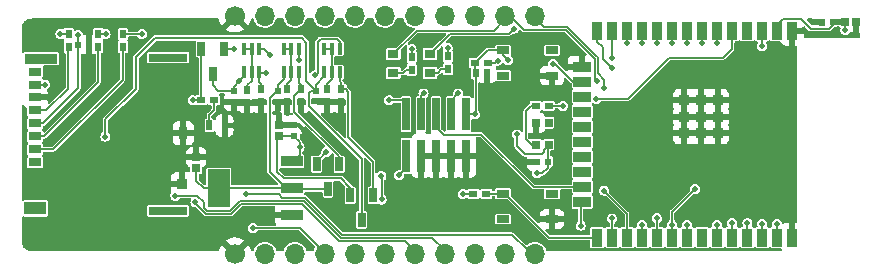
<source format=gbr>
%TF.GenerationSoftware,KiCad,Pcbnew,(6.0.8)*%
%TF.CreationDate,2023-01-02T13:08:22-05:00*%
%TF.ProjectId,WiFi-Devboard-Pro,57694669-2d44-4657-9662-6f6172642d50,rev?*%
%TF.SameCoordinates,Original*%
%TF.FileFunction,Copper,L1,Top*%
%TF.FilePolarity,Positive*%
%FSLAX46Y46*%
G04 Gerber Fmt 4.6, Leading zero omitted, Abs format (unit mm)*
G04 Created by KiCad (PCBNEW (6.0.8)) date 2023-01-02 13:08:22*
%MOMM*%
%LPD*%
G01*
G04 APERTURE LIST*
%TA.AperFunction,SMDPad,CuDef*%
%ADD10R,0.600000X0.750000*%
%TD*%
%TA.AperFunction,SMDPad,CuDef*%
%ADD11R,0.750000X0.600000*%
%TD*%
%TA.AperFunction,SMDPad,CuDef*%
%ADD12R,0.600000X0.620000*%
%TD*%
%TA.AperFunction,SMDPad,CuDef*%
%ADD13R,0.650000X1.200000*%
%TD*%
%TA.AperFunction,ComponentPad*%
%ADD14C,1.700000*%
%TD*%
%TA.AperFunction,ComponentPad*%
%ADD15O,1.700000X1.700000*%
%TD*%
%TA.AperFunction,SMDPad,CuDef*%
%ADD16R,0.620000X0.600000*%
%TD*%
%TA.AperFunction,SMDPad,CuDef*%
%ADD17R,0.690000X0.720000*%
%TD*%
%TA.AperFunction,SMDPad,CuDef*%
%ADD18R,1.100000X0.700000*%
%TD*%
%TA.AperFunction,SMDPad,CuDef*%
%ADD19R,0.930000X0.900000*%
%TD*%
%TA.AperFunction,SMDPad,CuDef*%
%ADD20R,0.780000X1.050000*%
%TD*%
%TA.AperFunction,SMDPad,CuDef*%
%ADD21R,3.330000X0.700000*%
%TD*%
%TA.AperFunction,SMDPad,CuDef*%
%ADD22R,2.800000X0.860000*%
%TD*%
%TA.AperFunction,SMDPad,CuDef*%
%ADD23R,1.830000X1.140000*%
%TD*%
%TA.AperFunction,SMDPad,CuDef*%
%ADD24R,0.700000X0.700000*%
%TD*%
%TA.AperFunction,SMDPad,CuDef*%
%ADD25R,0.720000X0.690000*%
%TD*%
%TA.AperFunction,SMDPad,CuDef*%
%ADD26R,0.900000X1.500000*%
%TD*%
%TA.AperFunction,SMDPad,CuDef*%
%ADD27R,1.500000X0.900000*%
%TD*%
%TA.AperFunction,SMDPad,CuDef*%
%ADD28R,0.900000X0.900000*%
%TD*%
%TA.AperFunction,SMDPad,CuDef*%
%ADD29R,0.500000X0.900000*%
%TD*%
%TA.AperFunction,SMDPad,CuDef*%
%ADD30R,0.650000X2.770000*%
%TD*%
%TA.AperFunction,SMDPad,CuDef*%
%ADD31R,0.950000X0.800000*%
%TD*%
%TA.AperFunction,SMDPad,CuDef*%
%ADD32R,1.050000X0.650000*%
%TD*%
%TA.AperFunction,SMDPad,CuDef*%
%ADD33R,1.850000X0.900000*%
%TD*%
%TA.AperFunction,SMDPad,CuDef*%
%ADD34R,1.850000X3.200000*%
%TD*%
%TA.AperFunction,SMDPad,CuDef*%
%ADD35R,0.400000X1.000000*%
%TD*%
%TA.AperFunction,SMDPad,CuDef*%
%ADD36R,0.620000X0.640000*%
%TD*%
%TA.AperFunction,ViaPad*%
%ADD37C,0.500000*%
%TD*%
%TA.AperFunction,Conductor*%
%ADD38C,0.300000*%
%TD*%
%TA.AperFunction,Conductor*%
%ADD39C,0.127000*%
%TD*%
%TA.AperFunction,Conductor*%
%ADD40C,0.200000*%
%TD*%
%TA.AperFunction,Conductor*%
%ADD41C,0.500000*%
%TD*%
G04 APERTURE END LIST*
D10*
%TO.P,R10,1*%
%TO.N,GND*%
X134960000Y-97140000D03*
%TO.P,R10,2*%
%TO.N,Net-(IC4-Pad1)*%
X134960000Y-96040000D03*
%TD*%
D11*
%TO.P,R15,1*%
%TO.N,+3V3*%
X126500000Y-96950000D03*
%TO.P,R15,2*%
%TO.N,Net-(LED4-Pad1)*%
X127600000Y-96950000D03*
%TD*%
%TO.P,R6,1*%
%TO.N,Net-(IC1-Pad25)*%
X150660000Y-104890000D03*
%TO.P,R6,2*%
%TO.N,+3V3*%
X149560000Y-104890000D03*
%TD*%
D12*
%TO.P,C7,1*%
%TO.N,GND*%
X117000000Y-92270000D03*
%TO.P,C7,2*%
%TO.N,+3V3*%
X116080000Y-92270000D03*
%TD*%
D10*
%TO.P,R5,1*%
%TO.N,GPIO18*%
X115300000Y-91350000D03*
%TO.P,R5,2*%
%TO.N,Net-(J6-Pad5)*%
X115300000Y-92450000D03*
%TD*%
D13*
%TO.P,IC2,1,G*%
%TO.N,Net-(IC2-Pad1)*%
X128460000Y-92600000D03*
%TO.P,IC2,2,S*%
%TO.N,+3V3*%
X126540000Y-92600000D03*
%TO.P,IC2,3,D*%
%TO.N,+ext_3V3*%
X127500000Y-94700000D03*
%TD*%
%TO.P,IC4,1,G*%
%TO.N,Net-(IC4-Pad1)*%
X138210000Y-102375000D03*
%TO.P,IC4,2,S*%
%TO.N,+3V3*%
X136290000Y-102375000D03*
%TO.P,IC4,3,D*%
%TO.N,+LDO_3V3*%
X137250000Y-104475000D03*
%TD*%
D14*
%TO.P,J4,1,Pin_1*%
%TO.N,GND*%
X129370000Y-109940000D03*
D15*
%TO.P,J4,2,Pin_2*%
%TO.N,+3V3*%
X131910000Y-109940000D03*
%TO.P,J4,3,Pin_3*%
%TO.N,FLP_GPIO_0*%
X134450000Y-109940000D03*
%TO.P,J4,4,Pin_4*%
%TO.N,GPIO05*%
X136990000Y-109940000D03*
%TO.P,J4,5,Pin_5*%
%TO.N,GPIO02*%
X139530000Y-109940000D03*
%TO.P,J4,6,Pin_6*%
%TO.N,GPIO17*%
X142070000Y-109940000D03*
%TO.P,J4,7,Pin_7*%
%TO.N,GPIO18*%
X144610000Y-109940000D03*
%TO.P,J4,8,Pin_8*%
%TO.N,GPIO19*%
X147150000Y-109940000D03*
%TO.P,J4,9,Pin_9*%
%TO.N,GPIO21*%
X149690000Y-109940000D03*
%TO.P,J4,10,Pin_10*%
%TO.N,GPIO22*%
X152230000Y-109940000D03*
%TO.P,J4,11,Pin_11*%
%TO.N,GPIO23*%
X154770000Y-109940000D03*
%TD*%
D16*
%TO.P,C11,1*%
%TO.N,GND*%
X136225000Y-97060000D03*
%TO.P,C11,2*%
%TO.N,+ext_5V*%
X136225000Y-96140000D03*
%TD*%
D17*
%TO.P,C2,1*%
%TO.N,GND*%
X181985000Y-90350000D03*
%TO.P,C2,2*%
%TO.N,+3V3*%
X181065000Y-90350000D03*
%TD*%
D18*
%TO.P,J6,1,DAT2*%
%TO.N,unconnected-(J6-Pad1)*%
X112460000Y-102230000D03*
%TO.P,J6,2,CD/DAT3*%
%TO.N,Net-(J6-Pad2)*%
X112460000Y-101130000D03*
%TO.P,J6,3,CMD*%
%TO.N,Net-(J6-Pad3)*%
X112460000Y-100030000D03*
%TO.P,J6,4,VDD*%
%TO.N,+3V3*%
X112460000Y-98930000D03*
%TO.P,J6,5,CLK*%
%TO.N,Net-(J6-Pad5)*%
X112460000Y-97830000D03*
%TO.P,J6,6,VSS*%
%TO.N,GND*%
X112460000Y-96730000D03*
%TO.P,J6,7,DAT0*%
%TO.N,GPIO19*%
X112460000Y-95630000D03*
%TO.P,J6,8,DAT1*%
%TO.N,unconnected-(J6-Pad8)*%
X112460000Y-94530000D03*
D19*
%TO.P,J6,9,DETECT_LEVER*%
%TO.N,GND*%
X124925000Y-104020000D03*
D20*
%TO.P,J6,10,DETECT_SWITCH*%
X125000000Y-99755000D03*
D21*
%TO.P,J6,11*%
%TO.N,N/C*%
X123725000Y-93370000D03*
D22*
%TO.P,J6,12*%
X112960000Y-93450000D03*
D23*
%TO.P,J6,13*%
X112475000Y-106110000D03*
D21*
%TO.P,J6,14*%
X123725000Y-106330000D03*
%TD*%
D24*
%TO.P,LED1,1,DO*%
%TO.N,unconnected-(LED1-Pad1)*%
X155950000Y-98885000D03*
%TO.P,LED1,2,GND*%
%TO.N,GND*%
X154850000Y-98885000D03*
%TO.P,LED1,3,DI*%
%TO.N,Net-(LED1-Pad3)*%
X154850000Y-100715000D03*
%TO.P,LED1,4,VDD*%
%TO.N,+3V3*%
X155950000Y-100715000D03*
%TD*%
D10*
%TO.P,R4,1*%
%TO.N,GPIO23*%
X117820000Y-91350000D03*
%TO.P,R4,2*%
%TO.N,Net-(J6-Pad3)*%
X117820000Y-92450000D03*
%TD*%
D25*
%TO.P,C6,1*%
%TO.N,GND*%
X133100000Y-99040000D03*
%TO.P,C6,2*%
%TO.N,+5V*%
X133100000Y-99960000D03*
%TD*%
D26*
%TO.P,IC1,1,GND_1*%
%TO.N,GND*%
X176560000Y-91100000D03*
%TO.P,IC1,2,3V3*%
%TO.N,+3V3*%
X175290000Y-91100000D03*
%TO.P,IC1,3,EN*%
%TO.N,RESET*%
X174020000Y-91100000D03*
%TO.P,IC1,4,SENSOR_VP*%
%TO.N,unconnected-(IC1-Pad4)*%
X172750000Y-91100000D03*
%TO.P,IC1,5,SENSOR_VN*%
%TO.N,GPIO39*%
X171480000Y-91100000D03*
%TO.P,IC1,6,IO34*%
%TO.N,GPIO34*%
X170210000Y-91100000D03*
%TO.P,IC1,7,IO35*%
%TO.N,GPIO35*%
X168940000Y-91100000D03*
%TO.P,IC1,8,IO32*%
%TO.N,GPIO32*%
X167670000Y-91100000D03*
%TO.P,IC1,9,IO33*%
%TO.N,GPIO33*%
X166400000Y-91100000D03*
%TO.P,IC1,10,IO25*%
%TO.N,GPIO25*%
X165130000Y-91100000D03*
%TO.P,IC1,11,IO26*%
%TO.N,GPIO26*%
X163860000Y-91100000D03*
%TO.P,IC1,12,IO27*%
%TO.N,GPIO27*%
X162590000Y-91100000D03*
%TO.P,IC1,13,IO14*%
%TO.N,TMS*%
X161320000Y-91100000D03*
%TO.P,IC1,14,IO12*%
%TO.N,TDI*%
X160050000Y-91100000D03*
D27*
%TO.P,IC1,15,GND_2*%
%TO.N,GND*%
X158800000Y-94135000D03*
%TO.P,IC1,16,IO13*%
%TO.N,TCK*%
X158800000Y-95405000D03*
%TO.P,IC1,17,NC_1*%
%TO.N,unconnected-(IC1-Pad17)*%
X158800000Y-96675000D03*
%TO.P,IC1,18,NC_2*%
%TO.N,unconnected-(IC1-Pad18)*%
X158800000Y-97945000D03*
%TO.P,IC1,19,NC_3*%
%TO.N,unconnected-(IC1-Pad19)*%
X158800000Y-99215000D03*
%TO.P,IC1,20,NC_4*%
%TO.N,unconnected-(IC1-Pad20)*%
X158800000Y-100485000D03*
%TO.P,IC1,21,NC_5*%
%TO.N,unconnected-(IC1-Pad21)*%
X158800000Y-101755000D03*
%TO.P,IC1,22,NC_6*%
%TO.N,unconnected-(IC1-Pad22)*%
X158800000Y-103025000D03*
%TO.P,IC1,23,IO15*%
%TO.N,TDO*%
X158800000Y-104295000D03*
%TO.P,IC1,24,IO2*%
%TO.N,GPIO02*%
X158800000Y-105565000D03*
D26*
%TO.P,IC1,25,IO0*%
%TO.N,Net-(IC1-Pad25)*%
X160050000Y-108600000D03*
%TO.P,IC1,26,IO4*%
%TO.N,GPIO04*%
X161320000Y-108600000D03*
%TO.P,IC1,27,IO16*%
%TO.N,GPIO16*%
X162590000Y-108600000D03*
%TO.P,IC1,28,IO17*%
%TO.N,GPIO17*%
X163860000Y-108600000D03*
%TO.P,IC1,29,IO5*%
%TO.N,GPIO05*%
X165130000Y-108600000D03*
%TO.P,IC1,30,IO18*%
%TO.N,GPIO18*%
X166400000Y-108600000D03*
%TO.P,IC1,31,IO19*%
%TO.N,GPIO19*%
X167670000Y-108600000D03*
%TO.P,IC1,32,NC_7*%
%TO.N,unconnected-(IC1-Pad32)*%
X168940000Y-108600000D03*
%TO.P,IC1,33,IO21*%
%TO.N,GPIO21*%
X170210000Y-108600000D03*
%TO.P,IC1,34,RXD0*%
%TO.N,TX*%
X171480000Y-108600000D03*
%TO.P,IC1,35,TXD0*%
%TO.N,RX*%
X172750000Y-108600000D03*
%TO.P,IC1,36,IO22*%
%TO.N,GPIO22*%
X174020000Y-108600000D03*
%TO.P,IC1,37,IO23*%
%TO.N,GPIO23*%
X175290000Y-108600000D03*
%TO.P,IC1,38,GND_3*%
%TO.N,GND*%
X176560000Y-108600000D03*
D28*
%TO.P,IC1,39,GND_4*%
X170240000Y-96950000D03*
%TO.P,IC1,40,GND_5*%
X168840000Y-96950000D03*
%TO.P,IC1,41,GND_6*%
X167440000Y-96950000D03*
%TO.P,IC1,42,GND_7*%
X167440000Y-98350000D03*
%TO.P,IC1,43,GND_8*%
X167440000Y-99750000D03*
%TO.P,IC1,44,GND_9*%
X168840000Y-99750000D03*
%TO.P,IC1,45,GND_10*%
X170240000Y-99750000D03*
%TO.P,IC1,46,GND_11*%
X170240000Y-98350000D03*
%TO.P,IC1,47,GND_12*%
X168840000Y-98350000D03*
%TD*%
D29*
%TO.P,LED4,1*%
%TO.N,Net-(LED4-Pad1)*%
X127200000Y-99100000D03*
%TO.P,LED4,2*%
%TO.N,GND*%
X128500000Y-99100000D03*
%TD*%
D11*
%TO.P,R2,1*%
%TO.N,GPIO16*%
X155950000Y-97430000D03*
%TO.P,R2,2*%
%TO.N,Net-(LED1-Pad3)*%
X154850000Y-97430000D03*
%TD*%
D30*
%TO.P,J1,1,1*%
%TO.N,+3V3*%
X143860000Y-101665000D03*
%TO.P,J1,2,2*%
%TO.N,TMS*%
X143860000Y-98135000D03*
%TO.P,J1,3,3*%
%TO.N,GND*%
X145130000Y-101665000D03*
%TO.P,J1,4,4*%
%TO.N,TCK*%
X145130000Y-98135000D03*
%TO.P,J1,5,5*%
%TO.N,GND*%
X146400000Y-101665000D03*
%TO.P,J1,6,6*%
%TO.N,TDO*%
X146400000Y-98135000D03*
%TO.P,J1,7,7*%
%TO.N,GND*%
X147670000Y-101665000D03*
%TO.P,J1,8,8*%
%TO.N,TDI*%
X147670000Y-98135000D03*
%TO.P,J1,9,9*%
%TO.N,GND*%
X148940000Y-101665000D03*
%TO.P,J1,10,10*%
%TO.N,RESET*%
X148940000Y-98135000D03*
%TD*%
D25*
%TO.P,C5,1*%
%TO.N,GND*%
X126100000Y-101790000D03*
%TO.P,C5,2*%
%TO.N,+LDO_3V3*%
X126100000Y-102710000D03*
%TD*%
D13*
%TO.P,IC5,1,G*%
%TO.N,Net-(IC5-Pad1)*%
X141060000Y-105000000D03*
%TO.P,IC5,2,S*%
%TO.N,+5V*%
X139140000Y-105000000D03*
%TO.P,IC5,3,D*%
%TO.N,+ext_5V*%
X140100000Y-107100000D03*
%TD*%
D31*
%TO.P,LED2,1*%
%TO.N,RX*%
X142800000Y-93050000D03*
%TO.P,LED2,2*%
%TO.N,Net-(LED2-Pad2)*%
X142800000Y-94650000D03*
%TD*%
D32*
%TO.P,S2,1,NO_1*%
%TO.N,Net-(IC1-Pad25)*%
X152075000Y-104875000D03*
%TO.P,S2,2,NO_2*%
%TO.N,unconnected-(S2-Pad2)*%
X156225000Y-104875000D03*
%TO.P,S2,3,NO_3*%
%TO.N,unconnected-(S2-Pad3)*%
X152075000Y-107025000D03*
%TO.P,S2,4,NO_4*%
%TO.N,GND*%
X156225000Y-107025000D03*
%TD*%
D12*
%TO.P,C4,1*%
%TO.N,GND*%
X154930000Y-102150000D03*
%TO.P,C4,2*%
%TO.N,+3V3*%
X155850000Y-102150000D03*
%TD*%
D33*
%TO.P,IC3,1,ADJ/GND*%
%TO.N,GND*%
X134200000Y-106700000D03*
%TO.P,IC3,2,OUTPUT*%
%TO.N,+LDO_3V3*%
X134200000Y-104400000D03*
%TO.P,IC3,3,INPUT*%
%TO.N,+5V*%
X134200000Y-102100000D03*
D34*
%TO.P,IC3,4,VOUT*%
%TO.N,+LDO_3V3*%
X128000000Y-104400000D03*
%TD*%
D12*
%TO.P,C3,1*%
%TO.N,GND*%
X179065000Y-90300000D03*
%TO.P,C3,2*%
%TO.N,+3V3*%
X179985000Y-90300000D03*
%TD*%
D16*
%TO.P,C8,1*%
%TO.N,GND*%
X129290000Y-97080000D03*
%TO.P,C8,2*%
%TO.N,+ext_3V3*%
X129290000Y-96160000D03*
%TD*%
D35*
%TO.P,U3,1,E1*%
%TO.N,+5V*%
X138250000Y-92600000D03*
%TO.P,U3,2,B1*%
%TO.N,Net-(R11-Pad2)*%
X137600000Y-92600000D03*
%TO.P,U3,3,C2*%
X136950000Y-92600000D03*
%TO.P,U3,4,E2*%
%TO.N,+ext_5V*%
X136950000Y-94600000D03*
%TO.P,U3,5,B2*%
%TO.N,Net-(R11-Pad2)*%
X137600000Y-94600000D03*
%TO.P,U3,6,C1*%
%TO.N,Net-(IC5-Pad1)*%
X138250000Y-94600000D03*
%TD*%
D32*
%TO.P,S1,1,NO_1*%
%TO.N,RESET*%
X152075000Y-92725000D03*
%TO.P,S1,2,NO_2*%
%TO.N,unconnected-(S1-Pad2)*%
X156225000Y-92725000D03*
%TO.P,S1,3,NO_3*%
%TO.N,unconnected-(S1-Pad3)*%
X152075000Y-94875000D03*
%TO.P,S1,4,NO_4*%
%TO.N,GND*%
X156225000Y-94875000D03*
%TD*%
D11*
%TO.P,R1,1*%
%TO.N,RESET*%
X149700000Y-93800000D03*
%TO.P,R1,2*%
%TO.N,+3V3*%
X150800000Y-93800000D03*
%TD*%
D16*
%TO.P,C9,1*%
%TO.N,GND*%
X134420000Y-99050000D03*
%TO.P,C9,2*%
%TO.N,+5V*%
X134420000Y-99970000D03*
%TD*%
D10*
%TO.P,R8,1*%
%TO.N,GND*%
X131610000Y-97150000D03*
%TO.P,R8,2*%
%TO.N,Net-(IC2-Pad1)*%
X131610000Y-96050000D03*
%TD*%
D14*
%TO.P,J5,1,Pin_1*%
%TO.N,GND*%
X129370000Y-89840000D03*
D15*
%TO.P,J5,2,Pin_2*%
%TO.N,+5V*%
X131910000Y-89840000D03*
%TO.P,J5,3,Pin_3*%
%TO.N,GPIO25*%
X134450000Y-89840000D03*
%TO.P,J5,4,Pin_4*%
%TO.N,GPIO26*%
X136990000Y-89840000D03*
%TO.P,J5,5,Pin_5*%
%TO.N,GPIO27*%
X139530000Y-89840000D03*
%TO.P,J5,6,Pin_6*%
%TO.N,GPIO32*%
X142070000Y-89840000D03*
%TO.P,J5,7,Pin_7*%
%TO.N,GPIO33*%
X144610000Y-89840000D03*
%TO.P,J5,8,Pin_8*%
%TO.N,GPIO34*%
X147150000Y-89840000D03*
%TO.P,J5,9,Pin_9*%
%TO.N,GPIO35*%
X149690000Y-89840000D03*
%TO.P,J5,10,Pin_10*%
%TO.N,RX*%
X152230000Y-89840000D03*
%TO.P,J5,11,Pin_11*%
%TO.N,TX*%
X154770000Y-89840000D03*
%TD*%
D10*
%TO.P,R12,1*%
%TO.N,GND*%
X138400000Y-97150000D03*
%TO.P,R12,2*%
%TO.N,Net-(IC5-Pad1)*%
X138400000Y-96050000D03*
%TD*%
D36*
%TO.P,C1,1*%
%TO.N,GND*%
X150690000Y-94690000D03*
%TO.P,C1,2*%
%TO.N,RESET*%
X149770000Y-94690000D03*
%TD*%
D10*
%TO.P,R11,1*%
%TO.N,GND*%
X137200000Y-97150000D03*
%TO.P,R11,2*%
%TO.N,Net-(R11-Pad2)*%
X137200000Y-96050000D03*
%TD*%
D16*
%TO.P,C10,1*%
%TO.N,GND*%
X133000000Y-97085000D03*
%TO.P,C10,2*%
%TO.N,+LDO_3V3*%
X133000000Y-96165000D03*
%TD*%
D10*
%TO.P,R13,1*%
%TO.N,+3V3*%
X144350000Y-93300000D03*
%TO.P,R13,2*%
%TO.N,Net-(LED2-Pad2)*%
X144350000Y-94400000D03*
%TD*%
%TO.P,R14,1*%
%TO.N,+3V3*%
X147400000Y-93250000D03*
%TO.P,R14,2*%
%TO.N,Net-(LED3-Pad2)*%
X147400000Y-94350000D03*
%TD*%
D35*
%TO.P,U2,1,E1*%
%TO.N,+3V3*%
X134800000Y-92600000D03*
%TO.P,U2,2,B1*%
%TO.N,Net-(R9-Pad2)*%
X134150000Y-92600000D03*
%TO.P,U2,3,C2*%
X133500000Y-92600000D03*
%TO.P,U2,4,E2*%
%TO.N,+LDO_3V3*%
X133500000Y-94600000D03*
%TO.P,U2,5,B2*%
%TO.N,Net-(R9-Pad2)*%
X134150000Y-94600000D03*
%TO.P,U2,6,C1*%
%TO.N,Net-(IC4-Pad1)*%
X134800000Y-94600000D03*
%TD*%
D10*
%TO.P,R9,1*%
%TO.N,GND*%
X133790000Y-97140000D03*
%TO.P,R9,2*%
%TO.N,Net-(R9-Pad2)*%
X133790000Y-96040000D03*
%TD*%
D35*
%TO.P,U1,1,E1*%
%TO.N,+3V3*%
X131450000Y-92610000D03*
%TO.P,U1,2,B1*%
%TO.N,Net-(R7-Pad2)*%
X130800000Y-92610000D03*
%TO.P,U1,3,C2*%
X130150000Y-92610000D03*
%TO.P,U1,4,E2*%
%TO.N,+ext_3V3*%
X130150000Y-94610000D03*
%TO.P,U1,5,B2*%
%TO.N,Net-(R7-Pad2)*%
X130800000Y-94610000D03*
%TO.P,U1,6,C1*%
%TO.N,Net-(IC2-Pad1)*%
X131450000Y-94610000D03*
%TD*%
D10*
%TO.P,R3,1*%
%TO.N,GPIO04*%
X119900000Y-91360000D03*
%TO.P,R3,2*%
%TO.N,Net-(J6-Pad2)*%
X119900000Y-92460000D03*
%TD*%
%TO.P,R7,1*%
%TO.N,GND*%
X130410000Y-97160000D03*
%TO.P,R7,2*%
%TO.N,Net-(R7-Pad2)*%
X130410000Y-96060000D03*
%TD*%
D31*
%TO.P,LED3,1*%
%TO.N,TX*%
X145900000Y-93050000D03*
%TO.P,LED3,2*%
%TO.N,Net-(LED3-Pad2)*%
X145900000Y-94650000D03*
%TD*%
D37*
%TO.N,GND*%
X175720000Y-101025000D03*
X159980000Y-103140000D03*
X135840000Y-98440000D03*
X178300000Y-90300000D03*
X137940000Y-98780000D03*
X135250000Y-99530000D03*
X177500000Y-91000000D03*
%TO.N,RESET*%
X149690000Y-98140000D03*
X152510000Y-93550000D03*
X174020000Y-92360000D03*
%TO.N,+3V3*%
X141790000Y-105362500D03*
X181060000Y-91010000D03*
X137125000Y-101325000D03*
X148660000Y-104890000D03*
X153250000Y-99850000D03*
X141780000Y-103360000D03*
X143250000Y-103325000D03*
X125800000Y-96950000D03*
X144340000Y-92630000D03*
X154950000Y-103120000D03*
X132340000Y-93130000D03*
X134790000Y-93570000D03*
X147390000Y-92560000D03*
X151610000Y-93620000D03*
X116100000Y-91460000D03*
%TO.N,+5V*%
X134850000Y-100960000D03*
X136200000Y-94825000D03*
%TO.N,GPIO39*%
X159980000Y-96860000D03*
%TO.N,GPIO34*%
X170210000Y-92143500D03*
%TO.N,GPIO35*%
X168940000Y-92143500D03*
%TO.N,GPIO32*%
X167670000Y-92143500D03*
%TO.N,GPIO33*%
X166400000Y-92143500D03*
%TO.N,GPIO25*%
X165130000Y-92143500D03*
%TO.N,GPIO26*%
X163860000Y-92143500D03*
%TO.N,GPIO27*%
X162590000Y-92143500D03*
%TO.N,TMS*%
X142430000Y-96970000D03*
X161330000Y-93350000D03*
%TO.N,TDI*%
X161270000Y-94210000D03*
X148290000Y-96380000D03*
%TO.N,TCK*%
X145349143Y-96379143D03*
X156280000Y-93880000D03*
%TO.N,GPIO02*%
X158650000Y-107575000D03*
%TO.N,GPIO04*%
X161325000Y-106975000D03*
X121490000Y-91360000D03*
%TO.N,GPIO16*%
X157150000Y-97430000D03*
X160620000Y-104610000D03*
%TO.N,GPIO17*%
X163850000Y-107500000D03*
%TO.N,GPIO05*%
X130912240Y-107802240D03*
X165110000Y-106950000D03*
%TO.N,GPIO18*%
X168340000Y-104480000D03*
X114600000Y-91350000D03*
X166400000Y-107500000D03*
X126030000Y-105600000D03*
%TO.N,GPIO19*%
X113320000Y-95630000D03*
X167675000Y-107500000D03*
X124330000Y-105050000D03*
%TO.N,GPIO21*%
X170200000Y-107500000D03*
%TO.N,TX*%
X160650000Y-95900000D03*
X171480000Y-107380000D03*
X153000000Y-90900000D03*
%TO.N,RX*%
X160050000Y-95340000D03*
X172770000Y-107360000D03*
%TO.N,GPIO22*%
X174020000Y-107430000D03*
%TO.N,GPIO23*%
X175290000Y-107450000D03*
X130300000Y-104920000D03*
X118430000Y-91370000D03*
%TO.N,Net-(IC2-Pad1)*%
X131990000Y-94620000D03*
X129320000Y-92600000D03*
%TO.N,+ext_3V3*%
X129745000Y-95355000D03*
%TO.N,+ext_5V*%
X118410000Y-100035000D03*
%TD*%
D38*
%TO.N,GND*%
X134285000Y-99050000D02*
X134275000Y-99040000D01*
X134770000Y-99050000D02*
X134285000Y-99050000D01*
X135250000Y-99530000D02*
X134770000Y-99050000D01*
D39*
%TO.N,RESET*%
X152075000Y-92725000D02*
X150775000Y-92725000D01*
X152075000Y-93115000D02*
X152075000Y-92725000D01*
X149700000Y-94620000D02*
X149770000Y-94690000D01*
X150775000Y-92725000D02*
X149700000Y-93800000D01*
X149770000Y-98060000D02*
X149770000Y-94690000D01*
X174020000Y-91100000D02*
X174020000Y-92360000D01*
X152510000Y-93550000D02*
X152075000Y-93115000D01*
X149685000Y-98135000D02*
X148940000Y-98135000D01*
D40*
X149675000Y-93800000D02*
X149700000Y-93800000D01*
D39*
X149700000Y-93800000D02*
X149700000Y-94620000D01*
X149690000Y-98140000D02*
X149770000Y-98060000D01*
D40*
%TO.N,+3V3*%
X116090000Y-95960000D02*
X113120000Y-98930000D01*
X113120000Y-98930000D02*
X112460000Y-98930000D01*
X155390000Y-103120000D02*
X154950000Y-103120000D01*
X147400000Y-92570000D02*
X147390000Y-92560000D01*
X175290000Y-91690000D02*
X175290000Y-91100000D01*
X155950000Y-100715000D02*
X155525000Y-101140000D01*
X155340000Y-101525000D02*
X153950000Y-101525000D01*
X131820000Y-92610000D02*
X131450000Y-92610000D01*
X155850000Y-102660000D02*
X155390000Y-103120000D01*
X175810489Y-90050489D02*
X175290000Y-90570978D01*
D41*
X179985000Y-90300000D02*
X181015000Y-90300000D01*
D40*
X181060000Y-91010000D02*
X181065000Y-91005000D01*
X143250000Y-103325000D02*
X143860000Y-102715000D01*
X179664511Y-90909511D02*
X178180489Y-90909511D01*
X153950000Y-101525000D02*
X153250000Y-100825000D01*
X134790000Y-92610000D02*
X134800000Y-92600000D01*
X179985000Y-90300000D02*
X179985000Y-90589022D01*
X116090000Y-91470000D02*
X116090000Y-95960000D01*
X141790000Y-103370000D02*
X141790000Y-105362500D01*
X147400000Y-93250000D02*
X147400000Y-92570000D01*
X179985000Y-90589022D02*
X179664511Y-90909511D01*
X178180489Y-90909511D02*
X177321467Y-90050489D01*
X132340000Y-93130000D02*
X131820000Y-92610000D01*
X141780000Y-103360000D02*
X141790000Y-103370000D01*
X151430000Y-93800000D02*
X151610000Y-93620000D01*
X116100000Y-91460000D02*
X116090000Y-91470000D01*
X136290000Y-102160000D02*
X136290000Y-102375000D01*
D39*
X150785000Y-93815000D02*
X150800000Y-93800000D01*
D40*
X143860000Y-102715000D02*
X143860000Y-101665000D01*
X126540000Y-96910000D02*
X126500000Y-96950000D01*
X181065000Y-91005000D02*
X181065000Y-90350000D01*
X134790000Y-93570000D02*
X134790000Y-92610000D01*
X144350000Y-92640000D02*
X144340000Y-92630000D01*
X126540000Y-92600000D02*
X126540000Y-96910000D01*
X177321467Y-90050489D02*
X175810489Y-90050489D01*
X175290000Y-90570978D02*
X175290000Y-91100000D01*
X155850000Y-102150000D02*
X155850000Y-102660000D01*
X155850000Y-102150000D02*
X155850000Y-100815000D01*
X155850000Y-100815000D02*
X155950000Y-100715000D01*
X150800000Y-93800000D02*
X151430000Y-93800000D01*
X144350000Y-93300000D02*
X144350000Y-92640000D01*
X125800000Y-96950000D02*
X126500000Y-96950000D01*
X155525000Y-101140000D02*
X155525000Y-101340000D01*
X149560000Y-104890000D02*
X148660000Y-104890000D01*
X155525000Y-101340000D02*
X155340000Y-101525000D01*
X137125000Y-101325000D02*
X136290000Y-102160000D01*
X181015000Y-90300000D02*
X181065000Y-90350000D01*
X153250000Y-100825000D02*
X153250000Y-99850000D01*
%TO.N,+5V*%
X136625000Y-91800000D02*
X138050000Y-91800000D01*
X134160000Y-102060000D02*
X134200000Y-102100000D01*
X134290000Y-99975000D02*
X134275000Y-99960000D01*
X136400000Y-92025000D02*
X136625000Y-91800000D01*
X133810000Y-99960000D02*
X134275000Y-99960000D01*
X134850000Y-100960000D02*
X134850000Y-101590000D01*
X138250000Y-92000000D02*
X138250000Y-92600000D01*
X132920000Y-100140000D02*
X133100000Y-99960000D01*
X139140000Y-104365000D02*
X138350000Y-103575000D01*
X133100000Y-99960000D02*
X133810000Y-99960000D01*
X138050000Y-91800000D02*
X138250000Y-92000000D01*
X136400000Y-94625000D02*
X136400000Y-92025000D01*
X132920000Y-103000000D02*
X132920000Y-100140000D01*
X134850000Y-100960000D02*
X134850000Y-100535000D01*
X134850000Y-100535000D02*
X134275000Y-99960000D01*
X134850000Y-101590000D02*
X134340000Y-102100000D01*
X136200000Y-94825000D02*
X136400000Y-94625000D01*
X138350000Y-103575000D02*
X133495000Y-103575000D01*
X139140000Y-105000000D02*
X139140000Y-104365000D01*
X134340000Y-102100000D02*
X134200000Y-102100000D01*
X133495000Y-103575000D02*
X132920000Y-103000000D01*
%TO.N,+LDO_3V3*%
X133710000Y-104400000D02*
X134200000Y-104400000D01*
X133500000Y-94600000D02*
X133500000Y-95150000D01*
X134200000Y-104400000D02*
X132290000Y-104400000D01*
X126100000Y-102710000D02*
X126100000Y-103775000D01*
X126725000Y-104400000D02*
X128000000Y-104400000D01*
X132330000Y-96810000D02*
X132330000Y-103020000D01*
X133500000Y-95150000D02*
X133000000Y-95650000D01*
X134275000Y-104475000D02*
X134200000Y-104400000D01*
X132975000Y-96165000D02*
X132330000Y-96810000D01*
X126100000Y-103775000D02*
X126725000Y-104400000D01*
X137250000Y-104475000D02*
X134275000Y-104475000D01*
X132290000Y-104400000D02*
X128000000Y-104400000D01*
X132330000Y-103020000D02*
X133710000Y-104400000D01*
X133000000Y-95650000D02*
X133000000Y-96165000D01*
X133000000Y-96165000D02*
X132975000Y-96165000D01*
D39*
%TO.N,GPIO39*%
X170720000Y-93350000D02*
X171480000Y-92590000D01*
X166140000Y-93350000D02*
X170720000Y-93350000D01*
X171480000Y-92590000D02*
X171480000Y-91100000D01*
X162630000Y-96860000D02*
X166140000Y-93350000D01*
X159980000Y-96860000D02*
X162630000Y-96860000D01*
%TO.N,GPIO34*%
X170210000Y-92143500D02*
X170210000Y-91100000D01*
%TO.N,GPIO35*%
X168940000Y-92143500D02*
X168940000Y-91100000D01*
%TO.N,GPIO32*%
X167670000Y-92143500D02*
X167670000Y-91100000D01*
%TO.N,GPIO33*%
X166400000Y-91100000D02*
X166400000Y-92143500D01*
%TO.N,GPIO25*%
X165130000Y-92143500D02*
X165130000Y-91100000D01*
%TO.N,GPIO26*%
X163860000Y-92143500D02*
X163860000Y-91100000D01*
%TO.N,GPIO27*%
X162590000Y-91100000D02*
X162590000Y-92143500D01*
%TO.N,TMS*%
X161330000Y-93350000D02*
X161320000Y-93340000D01*
X143860000Y-97090000D02*
X143740000Y-96970000D01*
X143860000Y-98135000D02*
X143860000Y-97090000D01*
X161320000Y-93340000D02*
X161320000Y-91100000D01*
X143740000Y-96970000D02*
X142430000Y-96970000D01*
%TO.N,TDI*%
X161270000Y-94210000D02*
X160500000Y-93440000D01*
X147670000Y-97000000D02*
X147670000Y-98135000D01*
X160050000Y-91990000D02*
X160050000Y-91100000D01*
X160500000Y-92440000D02*
X160050000Y-91990000D01*
X148290000Y-96380000D02*
X147670000Y-97000000D01*
X160500000Y-93440000D02*
X160500000Y-92440000D01*
%TO.N,TCK*%
X145349143Y-96379143D02*
X145330857Y-96379143D01*
X145130000Y-98135000D02*
X145130000Y-96580000D01*
X145330857Y-96379143D02*
X145130000Y-96580000D01*
X158035000Y-95405000D02*
X158800000Y-95405000D01*
X158800000Y-95405000D02*
X159195000Y-95405000D01*
X156510000Y-93880000D02*
X158035000Y-95405000D01*
X156280000Y-93880000D02*
X156510000Y-93880000D01*
%TO.N,TDO*%
X146400000Y-99230000D02*
X147040000Y-99870000D01*
X147040000Y-99870000D02*
X150240000Y-99870000D01*
X154665000Y-104295000D02*
X158800000Y-104295000D01*
X146400000Y-98135000D02*
X146400000Y-99230000D01*
X150240000Y-99870000D02*
X154665000Y-104295000D01*
%TO.N,GPIO02*%
X158650000Y-105715000D02*
X158800000Y-105565000D01*
X158650000Y-107575000D02*
X158650000Y-105715000D01*
%TO.N,Net-(IC1-Pad25)*%
X155990000Y-108600000D02*
X152265000Y-104875000D01*
X152265000Y-104875000D02*
X152075000Y-104875000D01*
X160050000Y-108600000D02*
X155990000Y-108600000D01*
X152075000Y-104875000D02*
X150675000Y-104875000D01*
X150675000Y-104875000D02*
X150660000Y-104890000D01*
%TO.N,GPIO04*%
X121490000Y-91360000D02*
X119900000Y-91360000D01*
X161320000Y-106980000D02*
X161320000Y-108600000D01*
X161325000Y-106975000D02*
X161320000Y-106980000D01*
%TO.N,GPIO16*%
X155950000Y-97430000D02*
X157150000Y-97430000D01*
X162590000Y-106580000D02*
X162590000Y-108600000D01*
X160620000Y-104610000D02*
X162590000Y-106580000D01*
%TO.N,GPIO17*%
X163850000Y-107500000D02*
X163860000Y-107510000D01*
X163860000Y-107510000D02*
X163860000Y-108600000D01*
%TO.N,GPIO05*%
X134900000Y-107800000D02*
X136990000Y-109890000D01*
X165110000Y-106950000D02*
X165130000Y-106970000D01*
X165130000Y-106970000D02*
X165130000Y-108600000D01*
X134900000Y-107800000D02*
X130910000Y-107800000D01*
%TO.N,GPIO18*%
X135065734Y-105724266D02*
X138201468Y-108860000D01*
X129934266Y-105724266D02*
X135065734Y-105724266D01*
D40*
X115375000Y-91310000D02*
X115360000Y-91325000D01*
D39*
X166400000Y-107500000D02*
X166400000Y-108600000D01*
X126030000Y-105693554D02*
X126916446Y-106580000D01*
X143793020Y-108860000D02*
X144610000Y-109676980D01*
X114600000Y-91350000D02*
X115225000Y-91350000D01*
X138201468Y-108860000D02*
X143793020Y-108860000D01*
X166400000Y-106420000D02*
X166400000Y-107500000D01*
X126030000Y-105600000D02*
X126030000Y-105693554D01*
X168340000Y-104480000D02*
X166400000Y-106420000D01*
X126916446Y-106580000D02*
X129078531Y-106580000D01*
X129078531Y-106580000D02*
X129934266Y-105724266D01*
%TO.N,GPIO19*%
X113320000Y-95630000D02*
X112460000Y-95630000D01*
X167670000Y-107505000D02*
X167670000Y-108600000D01*
X128980000Y-106320000D02*
X129846480Y-105453520D01*
X126740000Y-105600000D02*
X126740000Y-106045022D01*
X167675000Y-107500000D02*
X167670000Y-107505000D01*
X126740000Y-106045022D02*
X127014978Y-106320000D01*
X129846480Y-105453520D02*
X135193520Y-105453520D01*
X138346480Y-108606480D02*
X146079500Y-108606480D01*
X135193520Y-105453520D02*
X138346480Y-108606480D01*
X124330000Y-105050000D02*
X126190000Y-105050000D01*
X127014978Y-106320000D02*
X128980000Y-106320000D01*
X126190000Y-105050000D02*
X126740000Y-105600000D01*
X146079500Y-108606480D02*
X147150000Y-109676980D01*
%TO.N,GPIO21*%
X170200000Y-107500000D02*
X170210000Y-107510000D01*
X170210000Y-107510000D02*
X170210000Y-108600000D01*
%TO.N,TX*%
X145900000Y-93050000D02*
X145800000Y-93050000D01*
X154883020Y-90103020D02*
X154770000Y-90103020D01*
X171480000Y-107380000D02*
X171480000Y-108600000D01*
X160650000Y-95900000D02*
X160650000Y-95220000D01*
X160100000Y-94670000D02*
X160100000Y-93341468D01*
X160650000Y-95220000D02*
X160100000Y-94670000D01*
X157525011Y-90766480D02*
X155546480Y-90766480D01*
X152578520Y-91321480D02*
X147628520Y-91321480D01*
X159945011Y-93186480D02*
X157525011Y-90766480D01*
X147628520Y-91321480D02*
X145900000Y-93050000D01*
X153000000Y-90900000D02*
X152578520Y-91321480D01*
X160100000Y-93341468D02*
X159945011Y-93186480D01*
X155546480Y-90766480D02*
X154883020Y-90103020D01*
%TO.N,RX*%
X157420000Y-91020000D02*
X153820000Y-91020000D01*
X172770000Y-107360000D02*
X172770000Y-108580000D01*
X151280000Y-91067960D02*
X152230000Y-90117960D01*
X172770000Y-108580000D02*
X172750000Y-108600000D01*
X142850000Y-93050000D02*
X142800000Y-93050000D01*
X144782040Y-91067960D02*
X151280000Y-91067960D01*
X152903020Y-90103020D02*
X152493020Y-90103020D01*
X153820000Y-91020000D02*
X152903020Y-90103020D01*
X152230000Y-90117960D02*
X152230000Y-90103020D01*
X160050000Y-95340000D02*
X159840000Y-95130000D01*
X159840000Y-95130000D02*
X159840000Y-93440000D01*
X142800000Y-93050000D02*
X144782040Y-91067960D01*
X159840000Y-93440000D02*
X157420000Y-91020000D01*
%TO.N,GPIO22*%
X174020000Y-108600000D02*
X174020000Y-107430000D01*
%TO.N,GPIO23*%
X133070000Y-104920000D02*
X133350000Y-105200000D01*
X135310000Y-105200000D02*
X138460000Y-108350000D01*
X175290000Y-107450000D02*
X175290000Y-108600000D01*
X152850000Y-108350000D02*
X154176980Y-109676980D01*
X130300000Y-104920000D02*
X133070000Y-104920000D01*
X118430000Y-91370000D02*
X117840000Y-91370000D01*
X117840000Y-91370000D02*
X117820000Y-91350000D01*
X133350000Y-105200000D02*
X135310000Y-105200000D01*
X138460000Y-108350000D02*
X152850000Y-108350000D01*
X154176980Y-109676980D02*
X154770000Y-109676980D01*
%TO.N,Net-(IC2-Pad1)*%
X131450000Y-95400000D02*
X131450000Y-94610000D01*
X128460000Y-92600000D02*
X129320000Y-92600000D01*
X131610000Y-96050000D02*
X131610000Y-95560000D01*
X131990000Y-94620000D02*
X131460000Y-94620000D01*
X131610000Y-95560000D02*
X131450000Y-95400000D01*
D40*
%TO.N,+ext_3V3*%
X127985000Y-96160000D02*
X127500000Y-95675000D01*
X127500000Y-95675000D02*
X127500000Y-94700000D01*
X129290000Y-96160000D02*
X129290000Y-95810000D01*
X130150000Y-94950000D02*
X130150000Y-94610000D01*
X129745000Y-95355000D02*
X130150000Y-94950000D01*
X129290000Y-96160000D02*
X127985000Y-96160000D01*
X129290000Y-95810000D02*
X129745000Y-95355000D01*
D39*
%TO.N,Net-(IC4-Pad1)*%
X134410000Y-96590000D02*
X134960000Y-96040000D01*
X138210000Y-101720000D02*
X134410000Y-97920000D01*
X134960000Y-96040000D02*
X134960000Y-95635000D01*
X134410000Y-97920000D02*
X134410000Y-96590000D01*
X134800000Y-95475000D02*
X134800000Y-94600000D01*
X138210000Y-102375000D02*
X138210000Y-101720000D01*
X134960000Y-95635000D02*
X134800000Y-95475000D01*
%TO.N,Net-(IC5-Pad1)*%
X138400000Y-95525000D02*
X138250000Y-95375000D01*
X138975000Y-100075000D02*
X141060000Y-102160000D01*
X138400000Y-96050000D02*
X138800000Y-96050000D01*
X138975000Y-96225000D02*
X138975000Y-100075000D01*
X138250000Y-95375000D02*
X138250000Y-94600000D01*
X138400000Y-96050000D02*
X138400000Y-95525000D01*
X138800000Y-96050000D02*
X138975000Y-96225000D01*
X141060000Y-102160000D02*
X141060000Y-105000000D01*
D40*
%TO.N,+ext_5V*%
X121000000Y-95990000D02*
X121000000Y-93300000D01*
X136225000Y-95675000D02*
X136950000Y-94950000D01*
X136225000Y-96140000D02*
X135810000Y-96140000D01*
X122620000Y-91680000D02*
X135020000Y-91680000D01*
X135615000Y-97435000D02*
X140100000Y-101920000D01*
X136225000Y-96140000D02*
X136225000Y-95675000D01*
X135615000Y-96335000D02*
X135615000Y-97435000D01*
X135425000Y-95340000D02*
X136225000Y-96140000D01*
X121000000Y-93300000D02*
X122620000Y-91680000D01*
X140100000Y-101920000D02*
X140100000Y-107100000D01*
X118410000Y-98580000D02*
X121000000Y-95990000D01*
X135425000Y-92085000D02*
X135425000Y-95340000D01*
X135020000Y-91680000D02*
X135425000Y-92085000D01*
X118410000Y-100035000D02*
X118410000Y-98580000D01*
X136950000Y-94950000D02*
X136950000Y-94600000D01*
X135810000Y-96140000D02*
X135615000Y-96335000D01*
X136950000Y-94975000D02*
X136950000Y-94600000D01*
D39*
%TO.N,Net-(J6-Pad2)*%
X119900000Y-92460000D02*
X119880000Y-92480000D01*
X119880000Y-92480000D02*
X119880000Y-95240000D01*
X119880000Y-95240000D02*
X113990000Y-101130000D01*
X113990000Y-101130000D02*
X112460000Y-101130000D01*
%TO.N,Net-(J6-Pad3)*%
X113210000Y-100030000D02*
X112460000Y-100030000D01*
X117820000Y-95420000D02*
X113210000Y-100030000D01*
X117820000Y-92450000D02*
X117820000Y-95420000D01*
%TO.N,Net-(J6-Pad5)*%
X113390000Y-97830000D02*
X112460000Y-97830000D01*
X115225000Y-95995000D02*
X113390000Y-97830000D01*
X115225000Y-92450000D02*
X115225000Y-95995000D01*
%TO.N,Net-(LED1-Pad3)*%
X154490000Y-100715000D02*
X154000000Y-100225000D01*
X154445000Y-97430000D02*
X154850000Y-97430000D01*
X154850000Y-100715000D02*
X154490000Y-100715000D01*
X154000000Y-100225000D02*
X154000000Y-97875000D01*
X154000000Y-97875000D02*
X154445000Y-97430000D01*
%TO.N,Net-(LED2-Pad2)*%
X144350000Y-94400000D02*
X143900000Y-94400000D01*
X143900000Y-94400000D02*
X143650000Y-94650000D01*
X143650000Y-94650000D02*
X142800000Y-94650000D01*
%TO.N,Net-(LED3-Pad2)*%
X146550000Y-94650000D02*
X145900000Y-94650000D01*
X147400000Y-94350000D02*
X146850000Y-94350000D01*
X146850000Y-94350000D02*
X146550000Y-94650000D01*
%TO.N,Net-(LED4-Pad1)*%
X127200000Y-98200000D02*
X127200000Y-99100000D01*
X127600000Y-96950000D02*
X127600000Y-97800000D01*
X127600000Y-97800000D02*
X127200000Y-98200000D01*
%TO.N,Net-(R7-Pad2)*%
X130800000Y-92610000D02*
X130150000Y-92610000D01*
X130410000Y-96060000D02*
X130410000Y-95690000D01*
X130410000Y-95690000D02*
X130800000Y-95300000D01*
X130800000Y-95300000D02*
X130800000Y-94610000D01*
X130800000Y-94610000D02*
X130800000Y-92610000D01*
%TO.N,Net-(R9-Pad2)*%
X133790000Y-96040000D02*
X133800000Y-96030000D01*
X134150000Y-95225000D02*
X134150000Y-94600000D01*
X134150000Y-94600000D02*
X134150000Y-92600000D01*
X133800000Y-95575000D02*
X134150000Y-95225000D01*
X134150000Y-92600000D02*
X133500000Y-92600000D01*
X133800000Y-96030000D02*
X133800000Y-95575000D01*
%TO.N,Net-(R11-Pad2)*%
X137200000Y-95575000D02*
X137600000Y-95175000D01*
X137200000Y-96050000D02*
X137200000Y-95575000D01*
X137600000Y-95175000D02*
X137600000Y-94600000D01*
X137600000Y-94600000D02*
X137600000Y-92600000D01*
X137600000Y-92600000D02*
X136950000Y-92600000D01*
%TD*%
%TA.AperFunction,Conductor*%
%TO.N,GND*%
G36*
X128002072Y-90059407D02*
G01*
X128038036Y-90108907D01*
X128040459Y-90117735D01*
X128068807Y-90243524D01*
X128071231Y-90251258D01*
X128152183Y-90450620D01*
X128155840Y-90457860D01*
X128237732Y-90591496D01*
X128247419Y-90599769D01*
X128255605Y-90595185D01*
X128781294Y-90069496D01*
X128835811Y-90041719D01*
X128851298Y-90040500D01*
X129289702Y-90040500D01*
X129347893Y-90059407D01*
X129368657Y-90087986D01*
X129405353Y-90051290D01*
X129450298Y-90040500D01*
X129888702Y-90040500D01*
X129946893Y-90059407D01*
X129958706Y-90069496D01*
X130482200Y-90592990D01*
X130494083Y-90599044D01*
X130495028Y-90598895D01*
X130500201Y-90594453D01*
X130535649Y-90545121D01*
X130539822Y-90538176D01*
X130635164Y-90345268D01*
X130638144Y-90337744D01*
X130700701Y-90131843D01*
X130703268Y-90119968D01*
X130705036Y-90120350D01*
X130728393Y-90071363D01*
X130782159Y-90042160D01*
X130800215Y-90040500D01*
X130875954Y-90040500D01*
X130934145Y-90059407D01*
X130971119Y-90112212D01*
X130978172Y-90136809D01*
X130996746Y-90201583D01*
X131025780Y-90258078D01*
X131070590Y-90345268D01*
X131084370Y-90372082D01*
X131203443Y-90522314D01*
X131349428Y-90646557D01*
X131353651Y-90648917D01*
X131353655Y-90648920D01*
X131440475Y-90697442D01*
X131516765Y-90740079D01*
X131521363Y-90741573D01*
X131694476Y-90797821D01*
X131694478Y-90797822D01*
X131699081Y-90799317D01*
X131889430Y-90822015D01*
X131894252Y-90821644D01*
X131894255Y-90821644D01*
X132075734Y-90807680D01*
X132075739Y-90807679D01*
X132080562Y-90807308D01*
X132265199Y-90755756D01*
X132276218Y-90750190D01*
X132431984Y-90671507D01*
X132431986Y-90671506D01*
X132436305Y-90669324D01*
X132448562Y-90659748D01*
X132583550Y-90554284D01*
X132583552Y-90554282D01*
X132587365Y-90551303D01*
X132590521Y-90547647D01*
X132590526Y-90547642D01*
X132674272Y-90450620D01*
X132712624Y-90406189D01*
X132776755Y-90293299D01*
X132804923Y-90243715D01*
X132804924Y-90243712D01*
X132807312Y-90239509D01*
X132810510Y-90229898D01*
X132850976Y-90108251D01*
X132887285Y-90059003D01*
X132944915Y-90040500D01*
X133415954Y-90040500D01*
X133474145Y-90059407D01*
X133511119Y-90112212D01*
X133518172Y-90136809D01*
X133536746Y-90201583D01*
X133565780Y-90258078D01*
X133610590Y-90345268D01*
X133624370Y-90372082D01*
X133743443Y-90522314D01*
X133889428Y-90646557D01*
X133893651Y-90648917D01*
X133893655Y-90648920D01*
X133980475Y-90697442D01*
X134056765Y-90740079D01*
X134061363Y-90741573D01*
X134234476Y-90797821D01*
X134234478Y-90797822D01*
X134239081Y-90799317D01*
X134429430Y-90822015D01*
X134434252Y-90821644D01*
X134434255Y-90821644D01*
X134615734Y-90807680D01*
X134615739Y-90807679D01*
X134620562Y-90807308D01*
X134805199Y-90755756D01*
X134816218Y-90750190D01*
X134971984Y-90671507D01*
X134971986Y-90671506D01*
X134976305Y-90669324D01*
X134988562Y-90659748D01*
X135123550Y-90554284D01*
X135123552Y-90554282D01*
X135127365Y-90551303D01*
X135130521Y-90547647D01*
X135130526Y-90547642D01*
X135214272Y-90450620D01*
X135252624Y-90406189D01*
X135316755Y-90293299D01*
X135344923Y-90243715D01*
X135344924Y-90243712D01*
X135347312Y-90239509D01*
X135350510Y-90229898D01*
X135390976Y-90108251D01*
X135427285Y-90059003D01*
X135484915Y-90040500D01*
X135955954Y-90040500D01*
X136014145Y-90059407D01*
X136051119Y-90112212D01*
X136058172Y-90136809D01*
X136076746Y-90201583D01*
X136105780Y-90258078D01*
X136150590Y-90345268D01*
X136164370Y-90372082D01*
X136283443Y-90522314D01*
X136429428Y-90646557D01*
X136433651Y-90648917D01*
X136433655Y-90648920D01*
X136520475Y-90697442D01*
X136596765Y-90740079D01*
X136601363Y-90741573D01*
X136774476Y-90797821D01*
X136774478Y-90797822D01*
X136779081Y-90799317D01*
X136969430Y-90822015D01*
X136974252Y-90821644D01*
X136974255Y-90821644D01*
X137155734Y-90807680D01*
X137155739Y-90807679D01*
X137160562Y-90807308D01*
X137345199Y-90755756D01*
X137356218Y-90750190D01*
X137511984Y-90671507D01*
X137511986Y-90671506D01*
X137516305Y-90669324D01*
X137528562Y-90659748D01*
X137663550Y-90554284D01*
X137663552Y-90554282D01*
X137667365Y-90551303D01*
X137670521Y-90547647D01*
X137670526Y-90547642D01*
X137754272Y-90450620D01*
X137792624Y-90406189D01*
X137856755Y-90293299D01*
X137884923Y-90243715D01*
X137884924Y-90243712D01*
X137887312Y-90239509D01*
X137890510Y-90229898D01*
X137930976Y-90108251D01*
X137967285Y-90059003D01*
X138024915Y-90040500D01*
X138495954Y-90040500D01*
X138554145Y-90059407D01*
X138591119Y-90112212D01*
X138598172Y-90136809D01*
X138616746Y-90201583D01*
X138645780Y-90258078D01*
X138690590Y-90345268D01*
X138704370Y-90372082D01*
X138823443Y-90522314D01*
X138969428Y-90646557D01*
X138973651Y-90648917D01*
X138973655Y-90648920D01*
X139060475Y-90697442D01*
X139136765Y-90740079D01*
X139141363Y-90741573D01*
X139314476Y-90797821D01*
X139314478Y-90797822D01*
X139319081Y-90799317D01*
X139509430Y-90822015D01*
X139514252Y-90821644D01*
X139514255Y-90821644D01*
X139695734Y-90807680D01*
X139695739Y-90807679D01*
X139700562Y-90807308D01*
X139885199Y-90755756D01*
X139896218Y-90750190D01*
X140051984Y-90671507D01*
X140051986Y-90671506D01*
X140056305Y-90669324D01*
X140068562Y-90659748D01*
X140203550Y-90554284D01*
X140203552Y-90554282D01*
X140207365Y-90551303D01*
X140210521Y-90547647D01*
X140210526Y-90547642D01*
X140294272Y-90450620D01*
X140332624Y-90406189D01*
X140396755Y-90293299D01*
X140424923Y-90243715D01*
X140424924Y-90243712D01*
X140427312Y-90239509D01*
X140430510Y-90229898D01*
X140470976Y-90108251D01*
X140507285Y-90059003D01*
X140564915Y-90040500D01*
X141035954Y-90040500D01*
X141094145Y-90059407D01*
X141131119Y-90112212D01*
X141138172Y-90136809D01*
X141156746Y-90201583D01*
X141185780Y-90258078D01*
X141230590Y-90345268D01*
X141244370Y-90372082D01*
X141363443Y-90522314D01*
X141509428Y-90646557D01*
X141513651Y-90648917D01*
X141513655Y-90648920D01*
X141600475Y-90697442D01*
X141676765Y-90740079D01*
X141681363Y-90741573D01*
X141854476Y-90797821D01*
X141854478Y-90797822D01*
X141859081Y-90799317D01*
X142049430Y-90822015D01*
X142054252Y-90821644D01*
X142054255Y-90821644D01*
X142235734Y-90807680D01*
X142235739Y-90807679D01*
X142240562Y-90807308D01*
X142425199Y-90755756D01*
X142436218Y-90750190D01*
X142591984Y-90671507D01*
X142591986Y-90671506D01*
X142596305Y-90669324D01*
X142608562Y-90659748D01*
X142743550Y-90554284D01*
X142743552Y-90554282D01*
X142747365Y-90551303D01*
X142750521Y-90547647D01*
X142750526Y-90547642D01*
X142834272Y-90450620D01*
X142872624Y-90406189D01*
X142936755Y-90293299D01*
X142964923Y-90243715D01*
X142964924Y-90243712D01*
X142967312Y-90239509D01*
X142970510Y-90229898D01*
X143010976Y-90108251D01*
X143047285Y-90059003D01*
X143104915Y-90040500D01*
X143575954Y-90040500D01*
X143634145Y-90059407D01*
X143671119Y-90112212D01*
X143678172Y-90136809D01*
X143696746Y-90201583D01*
X143725780Y-90258078D01*
X143770590Y-90345268D01*
X143784370Y-90372082D01*
X143903443Y-90522314D01*
X144049428Y-90646557D01*
X144053651Y-90648917D01*
X144053655Y-90648920D01*
X144140475Y-90697442D01*
X144216765Y-90740079D01*
X144221363Y-90741573D01*
X144394476Y-90797821D01*
X144394478Y-90797822D01*
X144399081Y-90799317D01*
X144476536Y-90808553D01*
X144537475Y-90815820D01*
X144593018Y-90841485D01*
X144622868Y-90894895D01*
X144615623Y-90955650D01*
X144595757Y-90984128D01*
X143086381Y-92493504D01*
X143031864Y-92521281D01*
X143016377Y-92522500D01*
X142312442Y-92522500D01*
X142307683Y-92523447D01*
X142307680Y-92523447D01*
X142284813Y-92527996D01*
X142275252Y-92529898D01*
X142233078Y-92558078D01*
X142204898Y-92600252D01*
X142202996Y-92609813D01*
X142199031Y-92629748D01*
X142197500Y-92637442D01*
X142197500Y-93462558D01*
X142198447Y-93467317D01*
X142198447Y-93467320D01*
X142202996Y-93490187D01*
X142204898Y-93499748D01*
X142233078Y-93541922D01*
X142275252Y-93570102D01*
X142284813Y-93572004D01*
X142307680Y-93576553D01*
X142307683Y-93576553D01*
X142312442Y-93577500D01*
X143287558Y-93577500D01*
X143292317Y-93576553D01*
X143292320Y-93576553D01*
X143315187Y-93572004D01*
X143324748Y-93570102D01*
X143366922Y-93541922D01*
X143395102Y-93499748D01*
X143397004Y-93490187D01*
X143401553Y-93467320D01*
X143401553Y-93467317D01*
X143402500Y-93462558D01*
X143402500Y-92758623D01*
X143421407Y-92700432D01*
X143431496Y-92688619D01*
X143809551Y-92310564D01*
X143864068Y-92282787D01*
X143924500Y-92292358D01*
X143967765Y-92335623D01*
X143977336Y-92396055D01*
X143967766Y-92425508D01*
X143931244Y-92497187D01*
X143930025Y-92504882D01*
X143930025Y-92504883D01*
X143914833Y-92600806D01*
X143910209Y-92630000D01*
X143911428Y-92637697D01*
X143930025Y-92755114D01*
X143931244Y-92762813D01*
X143934912Y-92770011D01*
X143936824Y-92773765D01*
X143946394Y-92834197D01*
X143937307Y-92857418D01*
X143939046Y-92858138D01*
X143935315Y-92867145D01*
X143929898Y-92875252D01*
X143927996Y-92884813D01*
X143923918Y-92905315D01*
X143922500Y-92912442D01*
X143922500Y-93687558D01*
X143923447Y-93692317D01*
X143923447Y-93692320D01*
X143926025Y-93705278D01*
X143929898Y-93724748D01*
X143958078Y-93766922D01*
X143966188Y-93772341D01*
X143973080Y-93779233D01*
X143970420Y-93781893D01*
X143997098Y-93815731D01*
X143999502Y-93876869D01*
X143971337Y-93919024D01*
X143973080Y-93920767D01*
X143966188Y-93927659D01*
X143958078Y-93933078D01*
X143929898Y-93975252D01*
X143927996Y-93984813D01*
X143923579Y-94007020D01*
X143922500Y-94012442D01*
X143922500Y-94116983D01*
X143903593Y-94175174D01*
X143856058Y-94210476D01*
X143846647Y-94213753D01*
X143835571Y-94214986D01*
X143826999Y-94220352D01*
X143825903Y-94220667D01*
X143824904Y-94221218D01*
X143815041Y-94223468D01*
X143794490Y-94239845D01*
X143793842Y-94240361D01*
X143785363Y-94246364D01*
X143785032Y-94246628D01*
X143780289Y-94249597D01*
X143776336Y-94253550D01*
X143776120Y-94253722D01*
X143768223Y-94260776D01*
X143746891Y-94277775D01*
X143742520Y-94286836D01*
X143738046Y-94291840D01*
X143599881Y-94430004D01*
X143545365Y-94457781D01*
X143529878Y-94459000D01*
X143501500Y-94459000D01*
X143443309Y-94440093D01*
X143407345Y-94390593D01*
X143402500Y-94360000D01*
X143402500Y-94237442D01*
X143400523Y-94227500D01*
X143397004Y-94209813D01*
X143395102Y-94200252D01*
X143366922Y-94158078D01*
X143324748Y-94129898D01*
X143315187Y-94127996D01*
X143292320Y-94123447D01*
X143292317Y-94123447D01*
X143287558Y-94122500D01*
X142312442Y-94122500D01*
X142307683Y-94123447D01*
X142307680Y-94123447D01*
X142284813Y-94127996D01*
X142275252Y-94129898D01*
X142233078Y-94158078D01*
X142204898Y-94200252D01*
X142202996Y-94209813D01*
X142199478Y-94227500D01*
X142197500Y-94237442D01*
X142197500Y-95062558D01*
X142198447Y-95067317D01*
X142198447Y-95067320D01*
X142200497Y-95077625D01*
X142204898Y-95099748D01*
X142233078Y-95141922D01*
X142275252Y-95170102D01*
X142284813Y-95172004D01*
X142307680Y-95176553D01*
X142307683Y-95176553D01*
X142312442Y-95177500D01*
X143287558Y-95177500D01*
X143292317Y-95176553D01*
X143292320Y-95176553D01*
X143315187Y-95172004D01*
X143324748Y-95170102D01*
X143366922Y-95141922D01*
X143395102Y-95099748D01*
X143399503Y-95077625D01*
X143401553Y-95067320D01*
X143401553Y-95067317D01*
X143402500Y-95062558D01*
X143402500Y-94940000D01*
X143421407Y-94881809D01*
X143470907Y-94845845D01*
X143501500Y-94841000D01*
X143612052Y-94841000D01*
X143618460Y-94841364D01*
X143627822Y-94844652D01*
X143655185Y-94841607D01*
X143665828Y-94841017D01*
X143665979Y-94841000D01*
X143671533Y-94841000D01*
X143676951Y-94839764D01*
X143677495Y-94839703D01*
X143687485Y-94838013D01*
X143714429Y-94835014D01*
X143723003Y-94829647D01*
X143724098Y-94829332D01*
X143725095Y-94828783D01*
X143734959Y-94826532D01*
X143756152Y-94809644D01*
X143764632Y-94803640D01*
X143764963Y-94803377D01*
X143769711Y-94800404D01*
X143773670Y-94796445D01*
X143778054Y-94792955D01*
X143779080Y-94794244D01*
X143827055Y-94769800D01*
X143887487Y-94779371D01*
X143929161Y-94821045D01*
X143929898Y-94824748D01*
X143958078Y-94866922D01*
X143966188Y-94872341D01*
X143974469Y-94877874D01*
X144000252Y-94895102D01*
X144009813Y-94897004D01*
X144032680Y-94901553D01*
X144032683Y-94901553D01*
X144037442Y-94902500D01*
X144662558Y-94902500D01*
X144667317Y-94901553D01*
X144667320Y-94901553D01*
X144690187Y-94897004D01*
X144699748Y-94895102D01*
X144725531Y-94877874D01*
X144733812Y-94872341D01*
X144741922Y-94866922D01*
X144770102Y-94824748D01*
X144776170Y-94794244D01*
X144776553Y-94792320D01*
X144776553Y-94792317D01*
X144777500Y-94787558D01*
X144777500Y-94012442D01*
X144776422Y-94007020D01*
X144772004Y-93984813D01*
X144770102Y-93975252D01*
X144741922Y-93933078D01*
X144733812Y-93927659D01*
X144726920Y-93920767D01*
X144729580Y-93918107D01*
X144702902Y-93884269D01*
X144700498Y-93823131D01*
X144728663Y-93780976D01*
X144726920Y-93779233D01*
X144733812Y-93772341D01*
X144741922Y-93766922D01*
X144770102Y-93724748D01*
X144773975Y-93705278D01*
X144776553Y-93692320D01*
X144776553Y-93692317D01*
X144777500Y-93687558D01*
X144777500Y-92912442D01*
X144776083Y-92905315D01*
X144772004Y-92884813D01*
X144770102Y-92875252D01*
X144764480Y-92866837D01*
X144758361Y-92857680D01*
X144756974Y-92855605D01*
X144740366Y-92796717D01*
X144745135Y-92770011D01*
X144745217Y-92769758D01*
X144748756Y-92762813D01*
X144769791Y-92630000D01*
X144765167Y-92600806D01*
X144749975Y-92504883D01*
X144749975Y-92504882D01*
X144748756Y-92497187D01*
X144738953Y-92477948D01*
X144691247Y-92384320D01*
X144691246Y-92384319D01*
X144687708Y-92377375D01*
X144592625Y-92282292D01*
X144585681Y-92278754D01*
X144585680Y-92278753D01*
X144479757Y-92224782D01*
X144479756Y-92224782D01*
X144472813Y-92221244D01*
X144465118Y-92220025D01*
X144465117Y-92220025D01*
X144347697Y-92201428D01*
X144340000Y-92200209D01*
X144332303Y-92201428D01*
X144214883Y-92220025D01*
X144214882Y-92220025D01*
X144207187Y-92221244D01*
X144135511Y-92257765D01*
X144075081Y-92267336D01*
X144020565Y-92239559D01*
X143992787Y-92185042D01*
X144002358Y-92124610D01*
X144020564Y-92099551D01*
X144832159Y-91287956D01*
X144886676Y-91260179D01*
X144902163Y-91258960D01*
X147181918Y-91258960D01*
X147240109Y-91277867D01*
X147276073Y-91327367D01*
X147276073Y-91388553D01*
X147251922Y-91427964D01*
X146716269Y-91963616D01*
X146186381Y-92493504D01*
X146131864Y-92521281D01*
X146116377Y-92522500D01*
X145412442Y-92522500D01*
X145407683Y-92523447D01*
X145407680Y-92523447D01*
X145384813Y-92527996D01*
X145375252Y-92529898D01*
X145333078Y-92558078D01*
X145304898Y-92600252D01*
X145302996Y-92609813D01*
X145299031Y-92629748D01*
X145297500Y-92637442D01*
X145297500Y-93462558D01*
X145298447Y-93467317D01*
X145298447Y-93467320D01*
X145302996Y-93490187D01*
X145304898Y-93499748D01*
X145333078Y-93541922D01*
X145375252Y-93570102D01*
X145384813Y-93572004D01*
X145407680Y-93576553D01*
X145407683Y-93576553D01*
X145412442Y-93577500D01*
X146387558Y-93577500D01*
X146392317Y-93576553D01*
X146392320Y-93576553D01*
X146415187Y-93572004D01*
X146424748Y-93570102D01*
X146466922Y-93541922D01*
X146495102Y-93499748D01*
X146497004Y-93490187D01*
X146501553Y-93467320D01*
X146501553Y-93467317D01*
X146502500Y-93462558D01*
X146502500Y-92758623D01*
X146521407Y-92700432D01*
X146531496Y-92688619D01*
X146801234Y-92418881D01*
X146855751Y-92391104D01*
X146916183Y-92400675D01*
X146959448Y-92443940D01*
X146969019Y-92504371D01*
X146962035Y-92548468D01*
X146960209Y-92560000D01*
X146961428Y-92567697D01*
X146977479Y-92669040D01*
X146981244Y-92692813D01*
X146984781Y-92699754D01*
X146984781Y-92699755D01*
X146992605Y-92715111D01*
X147002176Y-92775543D01*
X146986711Y-92815055D01*
X146979898Y-92825252D01*
X146977996Y-92834813D01*
X146974514Y-92852320D01*
X146972500Y-92862442D01*
X146972500Y-93637558D01*
X146979898Y-93674748D01*
X147008078Y-93716922D01*
X147016188Y-93722341D01*
X147023080Y-93729233D01*
X147020420Y-93731893D01*
X147047098Y-93765731D01*
X147049502Y-93826869D01*
X147021337Y-93869024D01*
X147023080Y-93870767D01*
X147016188Y-93877659D01*
X147008078Y-93883078D01*
X146979898Y-93925252D01*
X146977996Y-93934813D01*
X146974339Y-93953199D01*
X146972500Y-93962442D01*
X146972500Y-94058353D01*
X146953593Y-94116544D01*
X146904093Y-94152508D01*
X146873005Y-94155638D01*
X146872178Y-94155348D01*
X146844816Y-94158393D01*
X146834172Y-94158983D01*
X146834021Y-94159000D01*
X146828467Y-94159000D01*
X146823049Y-94160236D01*
X146822505Y-94160297D01*
X146812515Y-94161987D01*
X146785571Y-94164986D01*
X146776997Y-94170353D01*
X146775902Y-94170668D01*
X146774905Y-94171217D01*
X146765041Y-94173468D01*
X146756323Y-94180415D01*
X146743851Y-94190354D01*
X146735368Y-94196360D01*
X146735037Y-94196623D01*
X146730289Y-94199596D01*
X146726329Y-94203556D01*
X146726118Y-94203724D01*
X146718218Y-94210780D01*
X146696891Y-94227775D01*
X146692522Y-94236833D01*
X146688055Y-94241830D01*
X146664981Y-94264904D01*
X146610464Y-94292681D01*
X146550032Y-94283110D01*
X146506767Y-94239845D01*
X146497879Y-94214211D01*
X146497005Y-94209815D01*
X146497004Y-94209812D01*
X146495102Y-94200252D01*
X146466922Y-94158078D01*
X146424748Y-94129898D01*
X146415187Y-94127996D01*
X146392320Y-94123447D01*
X146392317Y-94123447D01*
X146387558Y-94122500D01*
X145412442Y-94122500D01*
X145407683Y-94123447D01*
X145407680Y-94123447D01*
X145384813Y-94127996D01*
X145375252Y-94129898D01*
X145333078Y-94158078D01*
X145304898Y-94200252D01*
X145302996Y-94209813D01*
X145299478Y-94227500D01*
X145297500Y-94237442D01*
X145297500Y-95062558D01*
X145298447Y-95067317D01*
X145298447Y-95067320D01*
X145300497Y-95077625D01*
X145304898Y-95099748D01*
X145333078Y-95141922D01*
X145375252Y-95170102D01*
X145384813Y-95172004D01*
X145407680Y-95176553D01*
X145407683Y-95176553D01*
X145412442Y-95177500D01*
X146387558Y-95177500D01*
X146392317Y-95176553D01*
X146392320Y-95176553D01*
X146415187Y-95172004D01*
X146424748Y-95170102D01*
X146466922Y-95141922D01*
X146495102Y-95099748D01*
X146499503Y-95077625D01*
X146501553Y-95067320D01*
X146501553Y-95067317D01*
X146502500Y-95062558D01*
X146502500Y-94936065D01*
X146521407Y-94877874D01*
X146570907Y-94841910D01*
X146590548Y-94837673D01*
X146603345Y-94836249D01*
X146603351Y-94836247D01*
X146614429Y-94835014D01*
X146623003Y-94829647D01*
X146624098Y-94829332D01*
X146625095Y-94828783D01*
X146634959Y-94826532D01*
X146656152Y-94809644D01*
X146664632Y-94803640D01*
X146664963Y-94803377D01*
X146669711Y-94800404D01*
X146673667Y-94796448D01*
X146673883Y-94796276D01*
X146681782Y-94789220D01*
X146694389Y-94779174D01*
X146694389Y-94779173D01*
X146703109Y-94772225D01*
X146707479Y-94763164D01*
X146711941Y-94758174D01*
X146803497Y-94666617D01*
X146858013Y-94638841D01*
X146918445Y-94648412D01*
X146961710Y-94691677D01*
X146970433Y-94728013D01*
X146972023Y-94727856D01*
X146972500Y-94732700D01*
X146972500Y-94737558D01*
X146973447Y-94742317D01*
X146973447Y-94742320D01*
X146977996Y-94765187D01*
X146979898Y-94774748D01*
X147008078Y-94816922D01*
X147016188Y-94822341D01*
X147019790Y-94824748D01*
X147050252Y-94845102D01*
X147059813Y-94847004D01*
X147082680Y-94851553D01*
X147082683Y-94851553D01*
X147087442Y-94852500D01*
X147712558Y-94852500D01*
X147717317Y-94851553D01*
X147717320Y-94851553D01*
X147740187Y-94847004D01*
X147749748Y-94845102D01*
X147780210Y-94824748D01*
X147783812Y-94822341D01*
X147791922Y-94816922D01*
X147820102Y-94774748D01*
X147822004Y-94765187D01*
X147826553Y-94742320D01*
X147826553Y-94742317D01*
X147827500Y-94737558D01*
X147827500Y-93962442D01*
X147825662Y-93953199D01*
X147822004Y-93934813D01*
X147820102Y-93925252D01*
X147791922Y-93883078D01*
X147783812Y-93877659D01*
X147776920Y-93870767D01*
X147779580Y-93868107D01*
X147752902Y-93834269D01*
X147750498Y-93773131D01*
X147778663Y-93730976D01*
X147776920Y-93729233D01*
X147783812Y-93722341D01*
X147791922Y-93716922D01*
X147820102Y-93674748D01*
X147827500Y-93637558D01*
X147827500Y-92862442D01*
X147825487Y-92852320D01*
X147822004Y-92834813D01*
X147820102Y-92825252D01*
X147801942Y-92798074D01*
X147785334Y-92739186D01*
X147793620Y-92707429D01*
X147792811Y-92707166D01*
X147795220Y-92699753D01*
X147798756Y-92692813D01*
X147802522Y-92669040D01*
X147818572Y-92567697D01*
X147819791Y-92560000D01*
X147813659Y-92521281D01*
X147799975Y-92434883D01*
X147799975Y-92434882D01*
X147798756Y-92427187D01*
X147789025Y-92408089D01*
X147741247Y-92314320D01*
X147741246Y-92314319D01*
X147737708Y-92307375D01*
X147642625Y-92212292D01*
X147635681Y-92208754D01*
X147635680Y-92208753D01*
X147529757Y-92154782D01*
X147529756Y-92154782D01*
X147522813Y-92151244D01*
X147515118Y-92150025D01*
X147515117Y-92150025D01*
X147397697Y-92131428D01*
X147390000Y-92130209D01*
X147382303Y-92131428D01*
X147382302Y-92131428D01*
X147334371Y-92139019D01*
X147273939Y-92129447D01*
X147230675Y-92086182D01*
X147221104Y-92025750D01*
X147248881Y-91971234D01*
X147678639Y-91541476D01*
X147733156Y-91513699D01*
X147748643Y-91512480D01*
X152540572Y-91512480D01*
X152546980Y-91512844D01*
X152556342Y-91516132D01*
X152583705Y-91513087D01*
X152594348Y-91512497D01*
X152594499Y-91512480D01*
X152600053Y-91512480D01*
X152605471Y-91511244D01*
X152606015Y-91511183D01*
X152616005Y-91509493D01*
X152642949Y-91506494D01*
X152651523Y-91501127D01*
X152652618Y-91500812D01*
X152653615Y-91500263D01*
X152663479Y-91498012D01*
X152684672Y-91481124D01*
X152693152Y-91475120D01*
X152693483Y-91474857D01*
X152698231Y-91471884D01*
X152702191Y-91467924D01*
X152702402Y-91467756D01*
X152710303Y-91460699D01*
X152711180Y-91460000D01*
X152731629Y-91443705D01*
X152735998Y-91434647D01*
X152740465Y-91429650D01*
X152826488Y-91343627D01*
X152881005Y-91315850D01*
X152911978Y-91315850D01*
X152939715Y-91320243D01*
X152983559Y-91327187D01*
X153000000Y-91329791D01*
X153007697Y-91328572D01*
X153125117Y-91309975D01*
X153125118Y-91309975D01*
X153132813Y-91308756D01*
X153173635Y-91287956D01*
X153245680Y-91251247D01*
X153245681Y-91251246D01*
X153252625Y-91247708D01*
X153347708Y-91152625D01*
X153398857Y-91052241D01*
X153442121Y-91008978D01*
X153502553Y-90999407D01*
X153557069Y-91027184D01*
X153658109Y-91128224D01*
X153662383Y-91133013D01*
X153666678Y-91141958D01*
X153675382Y-91148919D01*
X153675383Y-91148920D01*
X153688178Y-91159152D01*
X153696122Y-91166261D01*
X153696241Y-91166356D01*
X153700169Y-91170284D01*
X153704878Y-91173244D01*
X153705311Y-91173589D01*
X153713566Y-91179456D01*
X153726024Y-91189419D01*
X153726026Y-91189420D01*
X153734733Y-91196383D01*
X153744591Y-91198650D01*
X153745590Y-91199203D01*
X153746684Y-91199519D01*
X153755248Y-91204902D01*
X153782198Y-91207949D01*
X153792429Y-91209699D01*
X153792844Y-91209746D01*
X153798297Y-91211000D01*
X153803897Y-91211000D01*
X153804170Y-91211031D01*
X153814736Y-91211627D01*
X153841839Y-91214691D01*
X153851336Y-91211374D01*
X153858032Y-91211000D01*
X157299877Y-91211000D01*
X157358068Y-91229907D01*
X157369881Y-91239996D01*
X159137881Y-93007996D01*
X159165658Y-93062513D01*
X159156087Y-93122945D01*
X159112822Y-93166210D01*
X159074783Y-93175342D01*
X159056995Y-93181122D01*
X159054000Y-93185243D01*
X159054000Y-94290000D01*
X159035093Y-94348191D01*
X158985593Y-94384155D01*
X158955000Y-94389000D01*
X157557681Y-94389000D01*
X157544996Y-94393122D01*
X157542001Y-94397243D01*
X157542001Y-94402878D01*
X157523094Y-94461069D01*
X157473594Y-94497033D01*
X157412408Y-94497033D01*
X157372997Y-94472882D01*
X157194743Y-94294628D01*
X157185526Y-94283996D01*
X157117137Y-94192744D01*
X157107256Y-94182863D01*
X157016004Y-94114474D01*
X157005372Y-94105257D01*
X156765435Y-93865320D01*
X157542000Y-93865320D01*
X157546122Y-93878005D01*
X157550243Y-93881000D01*
X158530320Y-93881000D01*
X158543005Y-93876878D01*
X158546000Y-93872757D01*
X158546000Y-93192681D01*
X158541878Y-93179996D01*
X158537757Y-93177001D01*
X158004589Y-93177001D01*
X157999249Y-93177290D01*
X157945965Y-93183078D01*
X157933980Y-93185927D01*
X157810145Y-93232351D01*
X157797892Y-93239059D01*
X157692744Y-93317863D01*
X157682863Y-93327744D01*
X157604059Y-93432892D01*
X157597351Y-93445145D01*
X157550928Y-93568978D01*
X157548077Y-93580967D01*
X157542289Y-93634252D01*
X157542000Y-93639586D01*
X157542000Y-93865320D01*
X156765435Y-93865320D01*
X156719302Y-93819187D01*
X156691525Y-93764670D01*
X156689975Y-93754883D01*
X156689975Y-93754882D01*
X156688756Y-93747187D01*
X156685157Y-93740123D01*
X156631247Y-93634320D01*
X156631246Y-93634319D01*
X156627708Y-93627375D01*
X156532625Y-93532292D01*
X156525681Y-93528754D01*
X156525680Y-93528753D01*
X156419757Y-93474782D01*
X156419756Y-93474782D01*
X156412813Y-93471244D01*
X156405118Y-93470025D01*
X156405117Y-93470025D01*
X156287697Y-93451428D01*
X156280000Y-93450209D01*
X156272303Y-93451428D01*
X156154883Y-93470025D01*
X156154882Y-93470025D01*
X156147187Y-93471244D01*
X156140244Y-93474782D01*
X156140243Y-93474782D01*
X156034320Y-93528753D01*
X156034319Y-93528754D01*
X156027375Y-93532292D01*
X155932292Y-93627375D01*
X155928754Y-93634319D01*
X155928753Y-93634320D01*
X155874843Y-93740123D01*
X155871244Y-93747187D01*
X155870025Y-93754882D01*
X155870025Y-93754883D01*
X155866080Y-93779791D01*
X155850209Y-93880000D01*
X155851428Y-93887697D01*
X155851428Y-93887698D01*
X155857734Y-93927515D01*
X155848162Y-93987947D01*
X155804897Y-94031211D01*
X155759953Y-94042001D01*
X155654589Y-94042001D01*
X155649249Y-94042290D01*
X155595965Y-94048078D01*
X155583980Y-94050927D01*
X155460145Y-94097351D01*
X155447892Y-94104059D01*
X155342744Y-94182863D01*
X155332863Y-94192744D01*
X155254059Y-94297892D01*
X155247351Y-94310145D01*
X155200928Y-94433978D01*
X155198077Y-94445967D01*
X155192289Y-94499252D01*
X155192000Y-94504586D01*
X155192000Y-94605320D01*
X155196122Y-94618005D01*
X155200243Y-94621000D01*
X156380000Y-94621000D01*
X156438191Y-94639907D01*
X156474155Y-94689407D01*
X156479000Y-94720000D01*
X156479000Y-95692319D01*
X156483122Y-95705004D01*
X156487243Y-95707999D01*
X156795411Y-95707999D01*
X156800751Y-95707710D01*
X156854035Y-95701922D01*
X156866020Y-95699073D01*
X156989855Y-95652649D01*
X157002108Y-95645941D01*
X157107256Y-95567137D01*
X157117137Y-95557256D01*
X157195941Y-95452108D01*
X157202649Y-95439855D01*
X157249072Y-95316022D01*
X157251923Y-95304033D01*
X157257711Y-95250748D01*
X157258000Y-95245414D01*
X157258000Y-95137123D01*
X157276907Y-95078932D01*
X157326407Y-95042968D01*
X157387593Y-95042968D01*
X157427004Y-95067119D01*
X157873109Y-95513224D01*
X157877383Y-95518013D01*
X157881678Y-95526958D01*
X157890383Y-95533920D01*
X157897325Y-95542647D01*
X157894967Y-95544522D01*
X157918968Y-95580987D01*
X157922500Y-95607197D01*
X157922500Y-95867558D01*
X157923447Y-95872317D01*
X157923447Y-95872320D01*
X157927912Y-95894763D01*
X157929898Y-95904748D01*
X157958078Y-95946922D01*
X157974186Y-95957685D01*
X158012065Y-96005734D01*
X158014467Y-96066873D01*
X157980474Y-96117746D01*
X157974193Y-96122310D01*
X157958078Y-96133078D01*
X157929898Y-96175252D01*
X157927996Y-96184813D01*
X157926350Y-96193090D01*
X157922500Y-96212442D01*
X157922500Y-97137558D01*
X157929898Y-97174748D01*
X157958078Y-97216922D01*
X157974186Y-97227685D01*
X158012065Y-97275734D01*
X158014467Y-97336873D01*
X157980474Y-97387746D01*
X157974193Y-97392310D01*
X157958078Y-97403078D01*
X157929898Y-97445252D01*
X157927996Y-97454813D01*
X157924700Y-97471384D01*
X157922500Y-97482442D01*
X157922500Y-98407558D01*
X157923447Y-98412317D01*
X157923447Y-98412320D01*
X157926371Y-98427019D01*
X157929898Y-98444748D01*
X157958078Y-98486922D01*
X157974186Y-98497685D01*
X158012065Y-98545734D01*
X158014467Y-98606873D01*
X157980474Y-98657746D01*
X157974193Y-98662310D01*
X157958078Y-98673078D01*
X157929898Y-98715252D01*
X157927996Y-98724813D01*
X157927347Y-98728078D01*
X157922500Y-98752442D01*
X157922500Y-99677558D01*
X157923447Y-99682317D01*
X157923447Y-99682320D01*
X157927996Y-99705187D01*
X157929898Y-99714748D01*
X157935315Y-99722855D01*
X157952145Y-99748042D01*
X157958078Y-99756922D01*
X157974186Y-99767685D01*
X158012065Y-99815734D01*
X158014467Y-99876873D01*
X157980474Y-99927746D01*
X157974193Y-99932310D01*
X157958078Y-99943078D01*
X157929898Y-99985252D01*
X157927996Y-99994813D01*
X157925349Y-100008122D01*
X157922500Y-100022442D01*
X157922500Y-100947558D01*
X157929898Y-100984748D01*
X157958078Y-101026922D01*
X157974186Y-101037685D01*
X158012065Y-101085734D01*
X158014467Y-101146873D01*
X157980474Y-101197746D01*
X157974193Y-101202310D01*
X157958078Y-101213078D01*
X157929898Y-101255252D01*
X157927996Y-101264813D01*
X157923754Y-101286140D01*
X157922500Y-101292442D01*
X157922500Y-102217558D01*
X157929898Y-102254748D01*
X157935315Y-102262855D01*
X157946853Y-102280122D01*
X157958078Y-102296922D01*
X157974186Y-102307685D01*
X158012065Y-102355734D01*
X158014467Y-102416873D01*
X157980474Y-102467746D01*
X157974193Y-102472310D01*
X157958078Y-102483078D01*
X157929898Y-102525252D01*
X157927996Y-102534813D01*
X157923515Y-102557341D01*
X157922500Y-102562442D01*
X157922500Y-103487558D01*
X157923447Y-103492317D01*
X157923447Y-103492320D01*
X157925502Y-103502649D01*
X157929898Y-103524748D01*
X157958078Y-103566922D01*
X157974186Y-103577685D01*
X158012065Y-103625734D01*
X158014467Y-103686873D01*
X157980474Y-103737746D01*
X157974193Y-103742310D01*
X157958078Y-103753078D01*
X157929898Y-103795252D01*
X157927996Y-103804813D01*
X157924478Y-103822500D01*
X157922500Y-103832442D01*
X157922500Y-104005000D01*
X157903593Y-104063191D01*
X157854093Y-104099155D01*
X157823500Y-104104000D01*
X154785123Y-104104000D01*
X154726932Y-104085093D01*
X154715119Y-104075004D01*
X150490115Y-99850000D01*
X152820209Y-99850000D01*
X152841244Y-99982813D01*
X152844782Y-99989756D01*
X152844782Y-99989757D01*
X152893219Y-100084818D01*
X152902292Y-100102625D01*
X152993504Y-100193837D01*
X153021281Y-100248354D01*
X153022500Y-100263841D01*
X153022500Y-100816471D01*
X153022364Y-100821652D01*
X153020826Y-100850993D01*
X153020826Y-100850995D01*
X153020282Y-100861384D01*
X153024010Y-100871096D01*
X153024010Y-100871097D01*
X153028404Y-100882544D01*
X153032814Y-100897433D01*
X153037526Y-100919600D01*
X153043642Y-100928019D01*
X153046878Y-100935286D01*
X153051211Y-100941958D01*
X153054940Y-100951673D01*
X153070964Y-100967697D01*
X153081053Y-100979510D01*
X153094372Y-100997842D01*
X153103388Y-101003048D01*
X153109614Y-101008653D01*
X153119525Y-101016258D01*
X153783109Y-101679843D01*
X153786676Y-101683603D01*
X153813292Y-101713163D01*
X153833996Y-101722381D01*
X153847647Y-101729793D01*
X153857924Y-101736468D01*
X153857927Y-101736469D01*
X153866650Y-101742134D01*
X153876925Y-101743761D01*
X153884354Y-101746613D01*
X153892136Y-101748267D01*
X153901643Y-101752500D01*
X153924309Y-101752500D01*
X153939796Y-101753719D01*
X153951897Y-101755636D01*
X153951899Y-101755636D01*
X153962172Y-101757263D01*
X153972221Y-101754570D01*
X153980583Y-101754132D01*
X153992983Y-101752500D01*
X154023000Y-101752500D01*
X154081191Y-101771407D01*
X154117155Y-101820907D01*
X154122000Y-101851500D01*
X154122000Y-101880320D01*
X154126122Y-101893005D01*
X154130243Y-101896000D01*
X155085000Y-101896000D01*
X155143191Y-101914907D01*
X155179155Y-101964407D01*
X155184000Y-101995000D01*
X155184000Y-102305000D01*
X155165093Y-102363191D01*
X155115593Y-102399155D01*
X155085000Y-102404000D01*
X154137681Y-102404000D01*
X154124996Y-102408122D01*
X154122001Y-102412243D01*
X154122001Y-102505411D01*
X154122290Y-102510751D01*
X154128078Y-102564035D01*
X154130927Y-102576020D01*
X154177351Y-102699855D01*
X154184059Y-102712108D01*
X154262863Y-102817256D01*
X154272744Y-102827137D01*
X154377892Y-102905941D01*
X154390145Y-102912649D01*
X154468248Y-102941929D01*
X154516099Y-102980060D01*
X154532398Y-103039035D01*
X154531277Y-103050115D01*
X154521428Y-103112302D01*
X154520209Y-103120000D01*
X154521428Y-103127697D01*
X154536086Y-103220243D01*
X154541244Y-103252813D01*
X154544782Y-103259756D01*
X154544782Y-103259757D01*
X154592490Y-103353387D01*
X154602292Y-103372625D01*
X154697375Y-103467708D01*
X154704319Y-103471246D01*
X154704320Y-103471247D01*
X154809003Y-103524586D01*
X154817187Y-103528756D01*
X154824882Y-103529975D01*
X154824883Y-103529975D01*
X154942303Y-103548572D01*
X154950000Y-103549791D01*
X154957697Y-103548572D01*
X155075117Y-103529975D01*
X155075118Y-103529975D01*
X155082813Y-103528756D01*
X155090997Y-103524586D01*
X155195680Y-103471247D01*
X155195681Y-103471246D01*
X155202625Y-103467708D01*
X155293837Y-103376496D01*
X155348354Y-103348719D01*
X155363841Y-103347500D01*
X155381471Y-103347500D01*
X155386652Y-103347636D01*
X155415993Y-103349174D01*
X155415995Y-103349174D01*
X155426384Y-103349718D01*
X155436096Y-103345990D01*
X155436097Y-103345990D01*
X155447544Y-103341596D01*
X155462433Y-103337186D01*
X155484600Y-103332474D01*
X155493019Y-103326358D01*
X155500286Y-103323122D01*
X155506958Y-103318789D01*
X155516673Y-103315060D01*
X155532697Y-103299036D01*
X155544510Y-103288947D01*
X155546273Y-103287666D01*
X155562842Y-103275628D01*
X155568046Y-103266614D01*
X155573654Y-103260386D01*
X155581261Y-103250472D01*
X155792699Y-103039035D01*
X156004834Y-102826900D01*
X156008593Y-102823333D01*
X156030430Y-102803671D01*
X156038163Y-102796708D01*
X156047381Y-102776004D01*
X156054793Y-102762353D01*
X156061468Y-102752076D01*
X156061469Y-102752073D01*
X156067134Y-102743350D01*
X156068761Y-102733075D01*
X156071613Y-102725646D01*
X156073267Y-102717864D01*
X156077500Y-102708357D01*
X156077500Y-102685691D01*
X156078724Y-102670170D01*
X156078816Y-102669589D01*
X156106617Y-102615085D01*
X156162766Y-102588544D01*
X156162558Y-102587500D01*
X156166732Y-102586670D01*
X156166733Y-102586669D01*
X156199748Y-102580102D01*
X156241922Y-102551922D01*
X156270102Y-102509748D01*
X156273794Y-102491188D01*
X156276553Y-102477320D01*
X156276553Y-102477317D01*
X156277500Y-102472558D01*
X156277500Y-101827442D01*
X156276447Y-101822145D01*
X156272004Y-101799813D01*
X156270102Y-101790252D01*
X156241922Y-101748078D01*
X156199748Y-101719898D01*
X156187166Y-101717395D01*
X156167329Y-101713449D01*
X156167328Y-101713449D01*
X156166579Y-101713300D01*
X156166577Y-101713299D01*
X156162558Y-101712500D01*
X156162733Y-101711618D01*
X156110742Y-101688879D01*
X156079801Y-101636093D01*
X156077500Y-101614873D01*
X156077500Y-101291500D01*
X156096407Y-101233309D01*
X156145907Y-101197345D01*
X156176500Y-101192500D01*
X156312558Y-101192500D01*
X156317317Y-101191553D01*
X156317320Y-101191553D01*
X156340187Y-101187004D01*
X156349748Y-101185102D01*
X156391922Y-101156922D01*
X156420102Y-101114748D01*
X156424403Y-101093127D01*
X156426553Y-101082320D01*
X156426553Y-101082317D01*
X156427500Y-101077558D01*
X156427500Y-100352442D01*
X156425770Y-100343742D01*
X156422004Y-100324813D01*
X156420102Y-100315252D01*
X156391922Y-100273078D01*
X156349748Y-100244898D01*
X156340187Y-100242996D01*
X156317320Y-100238447D01*
X156317317Y-100238447D01*
X156312558Y-100237500D01*
X155587442Y-100237500D01*
X155582683Y-100238447D01*
X155582680Y-100238447D01*
X155559813Y-100242996D01*
X155550252Y-100244898D01*
X155508078Y-100273078D01*
X155483283Y-100310187D01*
X155482315Y-100311635D01*
X155434266Y-100349514D01*
X155373127Y-100351916D01*
X155322254Y-100317923D01*
X155317685Y-100311635D01*
X155316718Y-100310187D01*
X155291922Y-100273078D01*
X155249748Y-100244898D01*
X155240187Y-100242996D01*
X155217320Y-100238447D01*
X155217317Y-100238447D01*
X155212558Y-100237500D01*
X154487442Y-100237500D01*
X154482683Y-100238447D01*
X154482680Y-100238447D01*
X154459813Y-100242996D01*
X154450252Y-100244898D01*
X154421752Y-100263941D01*
X154362865Y-100280551D01*
X154305461Y-100259375D01*
X154296746Y-100251631D01*
X154219996Y-100174881D01*
X154192219Y-100120364D01*
X154191000Y-100104877D01*
X154191000Y-99804569D01*
X154209907Y-99746378D01*
X154259407Y-99710414D01*
X154324752Y-99711869D01*
X154383978Y-99734072D01*
X154395967Y-99736923D01*
X154449252Y-99742711D01*
X154454586Y-99743000D01*
X154580320Y-99743000D01*
X154593005Y-99738878D01*
X154596000Y-99734757D01*
X154596000Y-98730000D01*
X154614907Y-98671809D01*
X154664407Y-98635845D01*
X154695000Y-98631000D01*
X155005000Y-98631000D01*
X155063191Y-98649907D01*
X155099155Y-98699407D01*
X155104000Y-98730000D01*
X155104000Y-99727319D01*
X155108122Y-99740004D01*
X155112243Y-99742999D01*
X155245411Y-99742999D01*
X155250751Y-99742710D01*
X155304035Y-99736922D01*
X155316020Y-99734073D01*
X155439855Y-99687649D01*
X155452108Y-99680941D01*
X155557256Y-99602137D01*
X155567137Y-99592256D01*
X155645941Y-99487108D01*
X155652650Y-99474853D01*
X155670683Y-99426749D01*
X155708813Y-99378898D01*
X155763383Y-99362500D01*
X156312558Y-99362500D01*
X156317317Y-99361553D01*
X156317320Y-99361553D01*
X156340187Y-99357004D01*
X156349748Y-99355102D01*
X156391922Y-99326922D01*
X156420102Y-99284748D01*
X156424390Y-99263191D01*
X156426553Y-99252320D01*
X156426553Y-99252317D01*
X156427500Y-99247558D01*
X156427500Y-98522442D01*
X156422278Y-98496188D01*
X156422004Y-98494813D01*
X156420102Y-98485252D01*
X156391922Y-98443078D01*
X156381822Y-98436329D01*
X156357855Y-98420315D01*
X156349748Y-98414898D01*
X156340187Y-98412996D01*
X156317320Y-98408447D01*
X156317317Y-98408447D01*
X156312558Y-98407500D01*
X155763383Y-98407500D01*
X155705192Y-98388593D01*
X155670683Y-98343251D01*
X155652650Y-98295147D01*
X155645941Y-98282892D01*
X155567137Y-98177744D01*
X155557256Y-98167863D01*
X155452108Y-98089059D01*
X155439855Y-98082351D01*
X155316021Y-98035928D01*
X155299158Y-98031918D01*
X155246919Y-98000062D01*
X155223381Y-97943586D01*
X155237535Y-97884060D01*
X155275642Y-97851440D01*
X155274748Y-97850102D01*
X155308812Y-97827341D01*
X155316922Y-97821922D01*
X155322341Y-97813812D01*
X155329233Y-97806920D01*
X155331893Y-97809580D01*
X155365731Y-97782902D01*
X155426869Y-97780498D01*
X155469024Y-97808663D01*
X155470767Y-97806920D01*
X155477659Y-97813812D01*
X155483078Y-97821922D01*
X155525252Y-97850102D01*
X155534813Y-97852004D01*
X155557680Y-97856553D01*
X155557683Y-97856553D01*
X155562442Y-97857500D01*
X156337558Y-97857500D01*
X156342317Y-97856553D01*
X156342320Y-97856553D01*
X156365187Y-97852004D01*
X156374748Y-97850102D01*
X156416922Y-97821922D01*
X156445102Y-97779748D01*
X156448638Y-97761974D01*
X156451553Y-97747320D01*
X156451553Y-97747317D01*
X156452500Y-97742558D01*
X156452500Y-97720000D01*
X156471407Y-97661809D01*
X156520907Y-97625845D01*
X156551500Y-97621000D01*
X156710225Y-97621000D01*
X156768416Y-97639907D01*
X156793815Y-97669645D01*
X156794177Y-97669382D01*
X156797513Y-97673974D01*
X156798432Y-97675050D01*
X156802292Y-97682625D01*
X156897375Y-97777708D01*
X156904319Y-97781246D01*
X156904320Y-97781247D01*
X157005201Y-97832649D01*
X157017187Y-97838756D01*
X157024882Y-97839975D01*
X157024883Y-97839975D01*
X157142303Y-97858572D01*
X157150000Y-97859791D01*
X157157697Y-97858572D01*
X157275117Y-97839975D01*
X157275118Y-97839975D01*
X157282813Y-97838756D01*
X157294799Y-97832649D01*
X157395680Y-97781247D01*
X157395681Y-97781246D01*
X157402625Y-97777708D01*
X157497708Y-97682625D01*
X157508315Y-97661809D01*
X157555218Y-97569757D01*
X157555218Y-97569756D01*
X157558756Y-97562813D01*
X157576505Y-97450751D01*
X157578572Y-97437697D01*
X157579791Y-97430000D01*
X157576326Y-97408122D01*
X157559975Y-97304883D01*
X157559975Y-97304882D01*
X157558756Y-97297187D01*
X157554988Y-97289791D01*
X157501247Y-97184320D01*
X157501246Y-97184319D01*
X157497708Y-97177375D01*
X157402625Y-97082292D01*
X157395681Y-97078754D01*
X157395680Y-97078753D01*
X157289757Y-97024782D01*
X157289756Y-97024782D01*
X157282813Y-97021244D01*
X157275118Y-97020025D01*
X157275117Y-97020025D01*
X157157697Y-97001428D01*
X157150000Y-97000209D01*
X157142303Y-97001428D01*
X157024883Y-97020025D01*
X157024882Y-97020025D01*
X157017187Y-97021244D01*
X157010244Y-97024782D01*
X157010243Y-97024782D01*
X156904320Y-97078753D01*
X156904319Y-97078754D01*
X156897375Y-97082292D01*
X156802292Y-97177375D01*
X156798433Y-97184949D01*
X156797931Y-97185451D01*
X156794177Y-97190618D01*
X156793358Y-97190023D01*
X156755167Y-97228211D01*
X156710225Y-97239000D01*
X156551500Y-97239000D01*
X156493309Y-97220093D01*
X156457345Y-97170593D01*
X156452500Y-97140000D01*
X156452500Y-97117442D01*
X156450972Y-97109757D01*
X156447004Y-97089813D01*
X156445102Y-97080252D01*
X156416922Y-97038078D01*
X156374748Y-97009898D01*
X156365187Y-97007996D01*
X156342320Y-97003447D01*
X156342317Y-97003447D01*
X156337558Y-97002500D01*
X155562442Y-97002500D01*
X155557683Y-97003447D01*
X155557680Y-97003447D01*
X155534813Y-97007996D01*
X155525252Y-97009898D01*
X155483078Y-97038078D01*
X155477659Y-97046188D01*
X155470767Y-97053080D01*
X155468107Y-97050420D01*
X155434269Y-97077098D01*
X155373131Y-97079502D01*
X155330976Y-97051337D01*
X155329233Y-97053080D01*
X155322341Y-97046188D01*
X155316922Y-97038078D01*
X155274748Y-97009898D01*
X155265187Y-97007996D01*
X155242320Y-97003447D01*
X155242317Y-97003447D01*
X155237558Y-97002500D01*
X154462442Y-97002500D01*
X154457683Y-97003447D01*
X154457680Y-97003447D01*
X154434813Y-97007996D01*
X154425252Y-97009898D01*
X154383078Y-97038078D01*
X154354898Y-97080252D01*
X154352996Y-97089813D01*
X154349029Y-97109757D01*
X154347500Y-97117442D01*
X154347500Y-97215763D01*
X154328593Y-97273954D01*
X154310198Y-97293186D01*
X154305178Y-97297187D01*
X154291891Y-97307775D01*
X154287522Y-97316833D01*
X154283055Y-97321830D01*
X153891776Y-97713109D01*
X153886987Y-97717383D01*
X153878042Y-97721678D01*
X153871081Y-97730382D01*
X153871080Y-97730383D01*
X153860848Y-97743178D01*
X153853739Y-97751122D01*
X153853644Y-97751241D01*
X153849716Y-97755169D01*
X153846756Y-97759878D01*
X153846411Y-97760311D01*
X153840544Y-97768566D01*
X153830581Y-97781024D01*
X153830580Y-97781026D01*
X153823617Y-97789733D01*
X153821350Y-97799591D01*
X153820797Y-97800590D01*
X153820481Y-97801684D01*
X153815098Y-97810248D01*
X153813846Y-97821325D01*
X153812054Y-97837174D01*
X153810304Y-97847411D01*
X153810256Y-97847837D01*
X153809000Y-97853297D01*
X153809000Y-97858902D01*
X153808968Y-97859184D01*
X153808373Y-97869735D01*
X153805309Y-97896838D01*
X153808626Y-97906335D01*
X153809000Y-97913031D01*
X153809000Y-99599695D01*
X153790093Y-99657886D01*
X153740593Y-99693850D01*
X153679407Y-99693850D01*
X153629907Y-99657886D01*
X153621791Y-99644640D01*
X153601247Y-99604320D01*
X153601246Y-99604319D01*
X153597708Y-99597375D01*
X153502625Y-99502292D01*
X153495681Y-99498754D01*
X153495680Y-99498753D01*
X153389757Y-99444782D01*
X153389756Y-99444782D01*
X153382813Y-99441244D01*
X153375118Y-99440025D01*
X153375117Y-99440025D01*
X153257697Y-99421428D01*
X153250000Y-99420209D01*
X153242303Y-99421428D01*
X153124883Y-99440025D01*
X153124882Y-99440025D01*
X153117187Y-99441244D01*
X153110244Y-99444782D01*
X153110243Y-99444782D01*
X153004320Y-99498753D01*
X153004319Y-99498754D01*
X152997375Y-99502292D01*
X152902292Y-99597375D01*
X152898754Y-99604319D01*
X152898753Y-99604320D01*
X152853135Y-99693850D01*
X152841244Y-99717187D01*
X152840025Y-99724882D01*
X152840025Y-99724883D01*
X152829735Y-99789855D01*
X152820209Y-99850000D01*
X150490115Y-99850000D01*
X150401891Y-99761776D01*
X150397617Y-99756987D01*
X150393322Y-99748042D01*
X150384618Y-99741081D01*
X150384617Y-99741080D01*
X150371822Y-99730848D01*
X150363878Y-99723739D01*
X150363759Y-99723644D01*
X150359831Y-99719716D01*
X150355122Y-99716756D01*
X150354689Y-99716411D01*
X150346434Y-99710544D01*
X150333976Y-99700581D01*
X150333974Y-99700580D01*
X150325267Y-99693617D01*
X150315409Y-99691350D01*
X150314410Y-99690797D01*
X150313316Y-99690481D01*
X150304752Y-99685098D01*
X150280770Y-99682387D01*
X150277826Y-99682054D01*
X150267589Y-99680304D01*
X150267163Y-99680256D01*
X150261703Y-99679000D01*
X150256098Y-99679000D01*
X150255816Y-99678968D01*
X150245265Y-99678373D01*
X150244512Y-99678288D01*
X150218162Y-99675309D01*
X150208665Y-99678626D01*
X150201969Y-99679000D01*
X149484003Y-99679000D01*
X149425812Y-99660093D01*
X149389848Y-99610593D01*
X149386905Y-99560685D01*
X149391553Y-99537321D01*
X149391553Y-99537316D01*
X149392500Y-99532558D01*
X149392500Y-98626396D01*
X149411407Y-98568205D01*
X149460907Y-98532241D01*
X149522093Y-98532241D01*
X149536438Y-98538183D01*
X149557187Y-98548756D01*
X149564882Y-98549975D01*
X149564883Y-98549975D01*
X149682303Y-98568572D01*
X149690000Y-98569791D01*
X149697697Y-98568572D01*
X149815117Y-98549975D01*
X149815118Y-98549975D01*
X149822813Y-98548756D01*
X149835974Y-98542050D01*
X149935680Y-98491247D01*
X149935681Y-98491246D01*
X149942625Y-98487708D01*
X150037708Y-98392625D01*
X150057834Y-98353127D01*
X150095218Y-98279757D01*
X150095218Y-98279756D01*
X150098756Y-98272813D01*
X150106830Y-98221838D01*
X150118572Y-98147697D01*
X150119791Y-98140000D01*
X150114041Y-98103692D01*
X150099975Y-98014883D01*
X150099975Y-98014882D01*
X150098756Y-98007187D01*
X150084706Y-97979612D01*
X150041247Y-97894320D01*
X150041246Y-97894319D01*
X150037708Y-97887375D01*
X149989996Y-97839663D01*
X149962219Y-97785146D01*
X149961000Y-97769659D01*
X149961000Y-95528776D01*
X149979907Y-95470585D01*
X150029407Y-95434621D01*
X150090593Y-95434621D01*
X150119373Y-95449556D01*
X150127891Y-95455940D01*
X150140145Y-95462649D01*
X150263978Y-95509072D01*
X150275967Y-95511923D01*
X150329252Y-95517711D01*
X150334586Y-95518000D01*
X150420320Y-95518000D01*
X150433005Y-95513878D01*
X150436000Y-95509757D01*
X150436000Y-94535000D01*
X150454907Y-94476809D01*
X150504407Y-94440845D01*
X150535000Y-94436000D01*
X150845000Y-94436000D01*
X150903191Y-94454907D01*
X150939155Y-94504407D01*
X150944000Y-94535000D01*
X150944000Y-95502319D01*
X150948122Y-95515004D01*
X150952243Y-95517999D01*
X151045411Y-95517999D01*
X151050751Y-95517710D01*
X151104035Y-95511922D01*
X151116020Y-95509073D01*
X151239855Y-95462649D01*
X151252108Y-95455941D01*
X151357256Y-95377137D01*
X151367137Y-95367256D01*
X151380722Y-95349130D01*
X151430750Y-95313905D01*
X151491929Y-95314813D01*
X151492865Y-95315166D01*
X151500252Y-95320102D01*
X151509813Y-95322004D01*
X151532680Y-95326553D01*
X151532683Y-95326553D01*
X151537442Y-95327500D01*
X152612558Y-95327500D01*
X152617317Y-95326553D01*
X152617320Y-95326553D01*
X152640187Y-95322004D01*
X152649748Y-95320102D01*
X152691922Y-95291922D01*
X152720102Y-95249748D01*
X152720965Y-95245411D01*
X155192001Y-95245411D01*
X155192290Y-95250751D01*
X155198078Y-95304035D01*
X155200927Y-95316020D01*
X155247351Y-95439855D01*
X155254059Y-95452108D01*
X155332863Y-95557256D01*
X155342744Y-95567137D01*
X155447892Y-95645941D01*
X155460145Y-95652649D01*
X155583978Y-95699072D01*
X155595967Y-95701923D01*
X155649252Y-95707711D01*
X155654586Y-95708000D01*
X155955320Y-95708000D01*
X155968005Y-95703878D01*
X155971000Y-95699757D01*
X155971000Y-95144680D01*
X155966878Y-95131995D01*
X155962757Y-95129000D01*
X155207681Y-95129000D01*
X155194996Y-95133122D01*
X155192001Y-95137243D01*
X155192001Y-95245411D01*
X152720965Y-95245411D01*
X152722078Y-95239813D01*
X152726553Y-95217320D01*
X152726553Y-95217317D01*
X152727500Y-95212558D01*
X152727500Y-94537442D01*
X152720102Y-94500252D01*
X152691922Y-94458078D01*
X152649748Y-94429898D01*
X152640187Y-94427996D01*
X152617320Y-94423447D01*
X152617317Y-94423447D01*
X152612558Y-94422500D01*
X151606999Y-94422500D01*
X151548808Y-94403593D01*
X151512844Y-94354093D01*
X151508592Y-94327242D01*
X151508144Y-94327266D01*
X151507710Y-94319249D01*
X151501922Y-94265965D01*
X151499073Y-94253981D01*
X151470341Y-94177340D01*
X151467618Y-94116216D01*
X151501344Y-94065164D01*
X151558635Y-94043686D01*
X151578526Y-94044807D01*
X151602300Y-94048572D01*
X151602303Y-94048572D01*
X151610000Y-94049791D01*
X151617697Y-94048572D01*
X151735117Y-94029975D01*
X151735118Y-94029975D01*
X151742813Y-94028756D01*
X151763770Y-94018078D01*
X151855680Y-93971247D01*
X151855681Y-93971246D01*
X151862625Y-93967708D01*
X151957708Y-93872625D01*
X151990284Y-93808692D01*
X152033548Y-93765429D01*
X152093980Y-93755858D01*
X152148496Y-93783636D01*
X152158587Y-93795451D01*
X152158753Y-93795680D01*
X152162292Y-93802625D01*
X152257375Y-93897708D01*
X152264319Y-93901246D01*
X152264320Y-93901247D01*
X152366281Y-93953199D01*
X152377187Y-93958756D01*
X152384882Y-93959975D01*
X152384883Y-93959975D01*
X152502303Y-93978572D01*
X152510000Y-93979791D01*
X152517697Y-93978572D01*
X152635117Y-93959975D01*
X152635118Y-93959975D01*
X152642813Y-93958756D01*
X152653719Y-93953199D01*
X152755680Y-93901247D01*
X152755681Y-93901246D01*
X152762625Y-93897708D01*
X152857708Y-93802625D01*
X152861364Y-93795451D01*
X152915218Y-93689757D01*
X152915218Y-93689756D01*
X152918756Y-93682813D01*
X152920767Y-93670119D01*
X152938572Y-93557697D01*
X152939791Y-93550000D01*
X152938512Y-93541922D01*
X152919975Y-93424883D01*
X152919975Y-93424882D01*
X152918756Y-93417187D01*
X152896713Y-93373925D01*
X152861247Y-93304320D01*
X152861246Y-93304319D01*
X152857708Y-93297375D01*
X152762625Y-93202292D01*
X152757696Y-93199781D01*
X152722404Y-93151206D01*
X152722403Y-93100206D01*
X152720102Y-93099748D01*
X152726553Y-93067320D01*
X152726553Y-93067317D01*
X152727500Y-93062558D01*
X155572500Y-93062558D01*
X155573447Y-93067317D01*
X155573447Y-93067320D01*
X155577561Y-93087999D01*
X155579898Y-93099748D01*
X155608078Y-93141922D01*
X155650252Y-93170102D01*
X155659813Y-93172004D01*
X155682680Y-93176553D01*
X155682683Y-93176553D01*
X155687442Y-93177500D01*
X156762558Y-93177500D01*
X156767317Y-93176553D01*
X156767320Y-93176553D01*
X156790187Y-93172004D01*
X156799748Y-93170102D01*
X156841922Y-93141922D01*
X156870102Y-93099748D01*
X156872439Y-93087999D01*
X156876553Y-93067320D01*
X156876553Y-93067317D01*
X156877500Y-93062558D01*
X156877500Y-92387442D01*
X156875570Y-92377737D01*
X156872004Y-92359813D01*
X156870102Y-92350252D01*
X156841922Y-92308078D01*
X156799748Y-92279898D01*
X156790187Y-92277996D01*
X156767320Y-92273447D01*
X156767317Y-92273447D01*
X156762558Y-92272500D01*
X155687442Y-92272500D01*
X155682683Y-92273447D01*
X155682680Y-92273447D01*
X155659813Y-92277996D01*
X155650252Y-92279898D01*
X155608078Y-92308078D01*
X155579898Y-92350252D01*
X155577996Y-92359813D01*
X155574431Y-92377737D01*
X155572500Y-92387442D01*
X155572500Y-93062558D01*
X152727500Y-93062558D01*
X152727500Y-92387442D01*
X152725570Y-92377737D01*
X152722004Y-92359813D01*
X152720102Y-92350252D01*
X152691922Y-92308078D01*
X152649748Y-92279898D01*
X152640187Y-92277996D01*
X152617320Y-92273447D01*
X152617317Y-92273447D01*
X152612558Y-92272500D01*
X151537442Y-92272500D01*
X151532683Y-92273447D01*
X151532680Y-92273447D01*
X151509813Y-92277996D01*
X151500252Y-92279898D01*
X151458078Y-92308078D01*
X151429898Y-92350252D01*
X151427996Y-92359813D01*
X151424431Y-92377737D01*
X151422500Y-92387442D01*
X151422500Y-92435000D01*
X151403593Y-92493191D01*
X151354093Y-92529155D01*
X151323500Y-92534000D01*
X150812957Y-92534000D01*
X150806542Y-92533635D01*
X150797178Y-92530347D01*
X150773046Y-92533033D01*
X150769807Y-92533393D01*
X150759187Y-92533982D01*
X150759027Y-92534000D01*
X150753467Y-92534000D01*
X150748046Y-92535236D01*
X150747507Y-92535297D01*
X150737507Y-92536987D01*
X150730285Y-92537791D01*
X150710572Y-92539985D01*
X150701998Y-92545353D01*
X150700906Y-92545667D01*
X150699907Y-92546218D01*
X150690041Y-92548468D01*
X150681322Y-92555416D01*
X150681320Y-92555417D01*
X150668851Y-92565354D01*
X150660368Y-92571360D01*
X150660037Y-92571623D01*
X150655289Y-92574596D01*
X150651329Y-92578556D01*
X150651118Y-92578724D01*
X150643218Y-92585780D01*
X150621891Y-92602775D01*
X150617522Y-92611833D01*
X150613055Y-92616830D01*
X149886381Y-93343504D01*
X149831864Y-93371281D01*
X149816377Y-93372500D01*
X149312442Y-93372500D01*
X149307683Y-93373447D01*
X149307680Y-93373447D01*
X149284813Y-93377996D01*
X149275252Y-93379898D01*
X149233078Y-93408078D01*
X149227659Y-93416188D01*
X149226567Y-93417822D01*
X149204898Y-93450252D01*
X149202996Y-93459813D01*
X149200965Y-93470025D01*
X149197500Y-93487442D01*
X149197500Y-94112558D01*
X149198447Y-94117317D01*
X149198447Y-94117320D01*
X149199666Y-94123447D01*
X149204898Y-94149748D01*
X149233078Y-94191922D01*
X149275252Y-94220102D01*
X149280709Y-94221187D01*
X149325223Y-94259208D01*
X149339506Y-94318703D01*
X149337909Y-94330248D01*
X149336941Y-94335117D01*
X149332500Y-94357442D01*
X149332500Y-95022558D01*
X149339898Y-95059748D01*
X149368078Y-95101922D01*
X149410252Y-95130102D01*
X149419813Y-95132004D01*
X149442680Y-95136553D01*
X149442683Y-95136553D01*
X149447442Y-95137500D01*
X149480000Y-95137500D01*
X149538191Y-95156407D01*
X149574155Y-95205907D01*
X149579000Y-95236500D01*
X149579000Y-96675626D01*
X149560093Y-96733817D01*
X149510593Y-96769781D01*
X149449407Y-96769781D01*
X149399907Y-96733817D01*
X149388537Y-96713514D01*
X149387004Y-96709813D01*
X149385102Y-96700252D01*
X149356922Y-96658078D01*
X149314748Y-96629898D01*
X149305187Y-96627996D01*
X149282320Y-96623447D01*
X149282317Y-96623447D01*
X149277558Y-96622500D01*
X148797297Y-96622500D01*
X148739106Y-96603593D01*
X148703142Y-96554093D01*
X148699516Y-96508013D01*
X148700036Y-96504733D01*
X148717262Y-96395965D01*
X148718572Y-96387697D01*
X148719791Y-96380000D01*
X148700808Y-96260145D01*
X148699975Y-96254883D01*
X148699975Y-96254882D01*
X148698756Y-96247187D01*
X148694781Y-96239386D01*
X148641247Y-96134320D01*
X148641246Y-96134319D01*
X148637708Y-96127375D01*
X148542625Y-96032292D01*
X148535681Y-96028754D01*
X148535680Y-96028753D01*
X148429757Y-95974782D01*
X148429756Y-95974782D01*
X148422813Y-95971244D01*
X148415118Y-95970025D01*
X148415117Y-95970025D01*
X148297697Y-95951428D01*
X148290000Y-95950209D01*
X148282303Y-95951428D01*
X148164883Y-95970025D01*
X148164882Y-95970025D01*
X148157187Y-95971244D01*
X148150244Y-95974782D01*
X148150243Y-95974782D01*
X148044320Y-96028753D01*
X148044319Y-96028754D01*
X148037375Y-96032292D01*
X147942292Y-96127375D01*
X147938754Y-96134319D01*
X147938753Y-96134320D01*
X147885219Y-96239386D01*
X147881244Y-96247187D01*
X147880025Y-96254882D01*
X147880025Y-96254883D01*
X147879192Y-96260145D01*
X147860209Y-96380000D01*
X147861428Y-96387697D01*
X147862738Y-96395965D01*
X147873632Y-96464748D01*
X147874150Y-96468021D01*
X147864579Y-96528453D01*
X147846373Y-96553512D01*
X147806381Y-96593504D01*
X147751864Y-96621281D01*
X147736377Y-96622500D01*
X147332442Y-96622500D01*
X147327683Y-96623447D01*
X147327680Y-96623447D01*
X147304813Y-96627996D01*
X147295252Y-96629898D01*
X147253078Y-96658078D01*
X147224898Y-96700252D01*
X147217500Y-96737442D01*
X147217500Y-99532558D01*
X147216946Y-99532558D01*
X147204549Y-99589070D01*
X147158813Y-99629714D01*
X147097923Y-99635714D01*
X147049132Y-99609017D01*
X146881496Y-99441381D01*
X146853719Y-99386864D01*
X146852500Y-99371377D01*
X146852500Y-96737442D01*
X146845102Y-96700252D01*
X146816922Y-96658078D01*
X146774748Y-96629898D01*
X146765187Y-96627996D01*
X146742320Y-96623447D01*
X146742317Y-96623447D01*
X146737558Y-96622500D01*
X146062442Y-96622500D01*
X146057683Y-96623447D01*
X146057680Y-96623447D01*
X146034813Y-96627996D01*
X146025252Y-96629898D01*
X145983078Y-96658078D01*
X145954898Y-96700252D01*
X145947500Y-96737442D01*
X145947500Y-99532558D01*
X145948447Y-99537317D01*
X145948447Y-99537320D01*
X145952939Y-99559898D01*
X145954898Y-99569748D01*
X145983078Y-99611922D01*
X145991188Y-99617341D01*
X145992660Y-99618813D01*
X146020437Y-99673330D01*
X146010866Y-99733762D01*
X145967601Y-99777027D01*
X145957408Y-99781517D01*
X145835145Y-99827351D01*
X145816708Y-99837445D01*
X145815842Y-99835863D01*
X145766465Y-99852718D01*
X145714223Y-99835744D01*
X145713292Y-99837445D01*
X145694855Y-99827351D01*
X145572592Y-99781517D01*
X145524742Y-99743387D01*
X145508442Y-99684412D01*
X145529920Y-99627120D01*
X145537340Y-99618813D01*
X145538812Y-99617341D01*
X145546922Y-99611922D01*
X145575102Y-99569748D01*
X145577061Y-99559898D01*
X145581553Y-99537320D01*
X145581553Y-99537317D01*
X145582500Y-99532558D01*
X145582500Y-96787127D01*
X145601407Y-96728936D01*
X145611496Y-96717123D01*
X145696851Y-96631768D01*
X145701574Y-96622500D01*
X145754361Y-96518900D01*
X145754361Y-96518899D01*
X145757899Y-96511956D01*
X145764858Y-96468021D01*
X145777715Y-96386840D01*
X145777715Y-96386839D01*
X145778934Y-96379143D01*
X145771878Y-96334589D01*
X145759118Y-96254026D01*
X145759118Y-96254025D01*
X145757899Y-96246330D01*
X145752686Y-96236099D01*
X145700390Y-96133463D01*
X145700389Y-96133462D01*
X145696851Y-96126518D01*
X145601768Y-96031435D01*
X145594824Y-96027897D01*
X145594823Y-96027896D01*
X145488900Y-95973925D01*
X145488899Y-95973925D01*
X145481956Y-95970387D01*
X145474261Y-95969168D01*
X145474260Y-95969168D01*
X145356840Y-95950571D01*
X145349143Y-95949352D01*
X145341446Y-95950571D01*
X145224026Y-95969168D01*
X145224025Y-95969168D01*
X145216330Y-95970387D01*
X145209387Y-95973925D01*
X145209386Y-95973925D01*
X145103463Y-96027896D01*
X145103462Y-96027897D01*
X145096518Y-96031435D01*
X145001435Y-96126518D01*
X144997897Y-96133462D01*
X144997896Y-96133463D01*
X144945600Y-96236099D01*
X144940387Y-96246330D01*
X144939168Y-96254025D01*
X144939168Y-96254026D01*
X144926408Y-96334589D01*
X144919352Y-96379143D01*
X144939244Y-96504733D01*
X144939763Y-96508013D01*
X144930192Y-96568445D01*
X144886927Y-96611710D01*
X144841982Y-96622500D01*
X144792442Y-96622500D01*
X144787683Y-96623447D01*
X144787680Y-96623447D01*
X144764813Y-96627996D01*
X144755252Y-96629898D01*
X144713078Y-96658078D01*
X144684898Y-96700252D01*
X144677500Y-96737442D01*
X144677500Y-99532558D01*
X144678447Y-99537317D01*
X144678447Y-99537320D01*
X144682939Y-99559898D01*
X144684898Y-99569748D01*
X144713078Y-99611922D01*
X144721188Y-99617341D01*
X144722660Y-99618813D01*
X144750437Y-99673330D01*
X144740866Y-99733762D01*
X144697601Y-99777027D01*
X144687408Y-99781517D01*
X144565145Y-99827351D01*
X144552892Y-99834059D01*
X144447744Y-99912863D01*
X144437863Y-99922744D01*
X144359059Y-100027892D01*
X144352350Y-100040147D01*
X144331936Y-100094602D01*
X144293806Y-100142453D01*
X144234831Y-100158753D01*
X144219919Y-100156948D01*
X144202325Y-100153448D01*
X144202322Y-100153448D01*
X144197558Y-100152500D01*
X143522442Y-100152500D01*
X143517683Y-100153447D01*
X143517680Y-100153447D01*
X143494813Y-100157996D01*
X143485252Y-100159898D01*
X143443078Y-100188078D01*
X143414898Y-100230252D01*
X143412996Y-100239813D01*
X143408732Y-100261250D01*
X143407500Y-100267442D01*
X143407500Y-102804240D01*
X143388593Y-102862431D01*
X143339093Y-102898395D01*
X143293015Y-102902021D01*
X143257698Y-102896428D01*
X143257697Y-102896428D01*
X143250000Y-102895209D01*
X143242303Y-102896428D01*
X143124883Y-102915025D01*
X143124882Y-102915025D01*
X143117187Y-102916244D01*
X143110244Y-102919782D01*
X143110243Y-102919782D01*
X143004320Y-102973753D01*
X143004319Y-102973754D01*
X142997375Y-102977292D01*
X142902292Y-103072375D01*
X142898754Y-103079319D01*
X142898753Y-103079320D01*
X142844782Y-103185243D01*
X142841244Y-103192187D01*
X142840025Y-103199882D01*
X142840025Y-103199883D01*
X142827060Y-103281745D01*
X142820209Y-103325000D01*
X142821428Y-103332697D01*
X142834685Y-103416397D01*
X142841244Y-103457813D01*
X142844782Y-103464756D01*
X142844782Y-103464757D01*
X142892145Y-103557710D01*
X142902292Y-103577625D01*
X142997375Y-103672708D01*
X143004319Y-103676246D01*
X143004320Y-103676247D01*
X143081191Y-103715415D01*
X143117187Y-103733756D01*
X143124882Y-103734975D01*
X143124883Y-103734975D01*
X143242303Y-103753572D01*
X143250000Y-103754791D01*
X143257697Y-103753572D01*
X143375117Y-103734975D01*
X143375118Y-103734975D01*
X143382813Y-103733756D01*
X143418809Y-103715415D01*
X143495680Y-103676247D01*
X143495681Y-103676246D01*
X143502625Y-103672708D01*
X143597708Y-103577625D01*
X143607856Y-103557710D01*
X143655218Y-103464757D01*
X143655218Y-103464756D01*
X143658756Y-103457813D01*
X143665316Y-103416397D01*
X143678572Y-103332697D01*
X143679791Y-103325000D01*
X143674562Y-103291986D01*
X143684133Y-103231555D01*
X143727398Y-103188290D01*
X143772343Y-103177500D01*
X144197558Y-103177500D01*
X144202322Y-103176552D01*
X144202325Y-103176552D01*
X144219919Y-103173052D01*
X144280681Y-103180242D01*
X144325612Y-103221773D01*
X144331936Y-103235398D01*
X144352350Y-103289853D01*
X144359059Y-103302108D01*
X144437863Y-103407256D01*
X144447744Y-103417137D01*
X144552892Y-103495941D01*
X144565145Y-103502649D01*
X144688978Y-103549072D01*
X144700967Y-103551923D01*
X144754252Y-103557711D01*
X144759586Y-103558000D01*
X144860320Y-103558000D01*
X144873005Y-103553878D01*
X144876000Y-103549757D01*
X144876000Y-103542319D01*
X145384000Y-103542319D01*
X145388122Y-103555004D01*
X145392243Y-103557999D01*
X145500411Y-103557999D01*
X145505751Y-103557710D01*
X145559035Y-103551922D01*
X145571020Y-103549073D01*
X145694855Y-103502649D01*
X145713292Y-103492555D01*
X145714158Y-103494137D01*
X145763535Y-103477282D01*
X145815777Y-103494256D01*
X145816708Y-103492555D01*
X145835145Y-103502649D01*
X145958978Y-103549072D01*
X145970967Y-103551923D01*
X146024252Y-103557711D01*
X146029586Y-103558000D01*
X146130320Y-103558000D01*
X146143005Y-103553878D01*
X146146000Y-103549757D01*
X146146000Y-103542319D01*
X146654000Y-103542319D01*
X146658122Y-103555004D01*
X146662243Y-103557999D01*
X146770411Y-103557999D01*
X146775751Y-103557710D01*
X146829035Y-103551922D01*
X146841020Y-103549073D01*
X146964855Y-103502649D01*
X146983292Y-103492555D01*
X146984158Y-103494137D01*
X147033535Y-103477282D01*
X147085777Y-103494256D01*
X147086708Y-103492555D01*
X147105145Y-103502649D01*
X147228978Y-103549072D01*
X147240967Y-103551923D01*
X147294252Y-103557711D01*
X147299586Y-103558000D01*
X147400320Y-103558000D01*
X147413005Y-103553878D01*
X147416000Y-103549757D01*
X147416000Y-103542319D01*
X147924000Y-103542319D01*
X147928122Y-103555004D01*
X147932243Y-103557999D01*
X148040411Y-103557999D01*
X148045751Y-103557710D01*
X148099035Y-103551922D01*
X148111020Y-103549073D01*
X148234855Y-103502649D01*
X148253292Y-103492555D01*
X148254158Y-103494137D01*
X148303535Y-103477282D01*
X148355777Y-103494256D01*
X148356708Y-103492555D01*
X148375145Y-103502649D01*
X148498978Y-103549072D01*
X148510967Y-103551923D01*
X148564252Y-103557711D01*
X148569586Y-103558000D01*
X148670320Y-103558000D01*
X148683005Y-103553878D01*
X148686000Y-103549757D01*
X148686000Y-103542319D01*
X149194000Y-103542319D01*
X149198122Y-103555004D01*
X149202243Y-103557999D01*
X149310411Y-103557999D01*
X149315751Y-103557710D01*
X149369035Y-103551922D01*
X149381020Y-103549073D01*
X149504855Y-103502649D01*
X149517108Y-103495941D01*
X149622256Y-103417137D01*
X149632137Y-103407256D01*
X149710941Y-103302108D01*
X149717649Y-103289855D01*
X149764072Y-103166022D01*
X149766923Y-103154033D01*
X149772712Y-103100737D01*
X149773000Y-103095414D01*
X149773000Y-101934680D01*
X149768878Y-101921995D01*
X149764757Y-101919000D01*
X149209680Y-101919000D01*
X149196995Y-101923122D01*
X149194000Y-101927243D01*
X149194000Y-103542319D01*
X148686000Y-103542319D01*
X148686000Y-101934680D01*
X148681878Y-101921995D01*
X148677757Y-101919000D01*
X147939680Y-101919000D01*
X147926995Y-101923122D01*
X147924000Y-101927243D01*
X147924000Y-103542319D01*
X147416000Y-103542319D01*
X147416000Y-101934680D01*
X147411878Y-101921995D01*
X147407757Y-101919000D01*
X146669680Y-101919000D01*
X146656995Y-101923122D01*
X146654000Y-101927243D01*
X146654000Y-103542319D01*
X146146000Y-103542319D01*
X146146000Y-101934680D01*
X146141878Y-101921995D01*
X146137757Y-101919000D01*
X145399680Y-101919000D01*
X145386995Y-101923122D01*
X145384000Y-101927243D01*
X145384000Y-103542319D01*
X144876000Y-103542319D01*
X144876000Y-101510000D01*
X144894907Y-101451809D01*
X144944407Y-101415845D01*
X144975000Y-101411000D01*
X149757319Y-101411000D01*
X149770004Y-101406878D01*
X149772999Y-101402757D01*
X149772999Y-100234589D01*
X149772710Y-100229252D01*
X149766349Y-100170691D01*
X149778862Y-100110798D01*
X149824189Y-100069700D01*
X149864770Y-100061000D01*
X150119877Y-100061000D01*
X150178068Y-100079907D01*
X150189881Y-100089996D01*
X154503109Y-104403224D01*
X154507383Y-104408013D01*
X154511678Y-104416958D01*
X154520382Y-104423919D01*
X154520383Y-104423920D01*
X154533178Y-104434152D01*
X154541122Y-104441261D01*
X154541241Y-104441356D01*
X154545169Y-104445284D01*
X154549878Y-104448244D01*
X154550311Y-104448589D01*
X154558566Y-104454456D01*
X154571024Y-104464419D01*
X154571026Y-104464420D01*
X154579733Y-104471383D01*
X154589591Y-104473650D01*
X154590590Y-104474203D01*
X154591684Y-104474519D01*
X154600248Y-104479902D01*
X154624230Y-104482613D01*
X154627174Y-104482946D01*
X154637411Y-104484696D01*
X154637837Y-104484744D01*
X154643297Y-104486000D01*
X154648902Y-104486000D01*
X154649184Y-104486032D01*
X154659735Y-104486627D01*
X154686838Y-104489691D01*
X154696335Y-104486374D01*
X154703031Y-104486000D01*
X155473500Y-104486000D01*
X155531691Y-104504907D01*
X155567655Y-104554407D01*
X155572500Y-104585000D01*
X155572500Y-105212558D01*
X155573447Y-105217317D01*
X155573447Y-105217320D01*
X155577438Y-105237383D01*
X155579898Y-105249748D01*
X155608078Y-105291922D01*
X155650252Y-105320102D01*
X155659813Y-105322004D01*
X155682680Y-105326553D01*
X155682683Y-105326553D01*
X155687442Y-105327500D01*
X156762558Y-105327500D01*
X156767317Y-105326553D01*
X156767320Y-105326553D01*
X156790187Y-105322004D01*
X156799748Y-105320102D01*
X156841922Y-105291922D01*
X156870102Y-105249748D01*
X156872562Y-105237383D01*
X156876553Y-105217320D01*
X156876553Y-105217317D01*
X156877500Y-105212558D01*
X156877500Y-104585000D01*
X156896407Y-104526809D01*
X156945907Y-104490845D01*
X156976500Y-104486000D01*
X157823500Y-104486000D01*
X157881691Y-104504907D01*
X157917655Y-104554407D01*
X157922500Y-104585000D01*
X157922500Y-104757558D01*
X157923447Y-104762317D01*
X157923447Y-104762320D01*
X157927663Y-104783512D01*
X157929898Y-104794748D01*
X157958078Y-104836922D01*
X157974186Y-104847685D01*
X158012065Y-104895734D01*
X158014467Y-104956873D01*
X157980474Y-105007746D01*
X157974193Y-105012310D01*
X157958078Y-105023078D01*
X157929898Y-105065252D01*
X157927996Y-105074813D01*
X157923706Y-105096381D01*
X157922500Y-105102442D01*
X157922500Y-106027558D01*
X157929898Y-106064748D01*
X157958078Y-106106922D01*
X158000252Y-106135102D01*
X158009813Y-106137004D01*
X158032680Y-106141553D01*
X158032683Y-106141553D01*
X158037442Y-106142500D01*
X158360000Y-106142500D01*
X158418191Y-106161407D01*
X158454155Y-106210907D01*
X158459000Y-106241500D01*
X158459000Y-107135225D01*
X158440093Y-107193416D01*
X158410355Y-107218815D01*
X158410618Y-107219177D01*
X158406026Y-107222513D01*
X158404950Y-107223432D01*
X158397375Y-107227292D01*
X158302292Y-107322375D01*
X158298754Y-107329319D01*
X158298753Y-107329320D01*
X158245511Y-107433812D01*
X158241244Y-107442187D01*
X158240025Y-107449882D01*
X158240025Y-107449883D01*
X158222139Y-107562813D01*
X158220209Y-107575000D01*
X158221428Y-107582697D01*
X158239852Y-107699021D01*
X158241244Y-107707813D01*
X158244782Y-107714756D01*
X158244782Y-107714757D01*
X158298459Y-107820102D01*
X158302292Y-107827625D01*
X158397375Y-107922708D01*
X158404319Y-107926246D01*
X158404320Y-107926247D01*
X158510243Y-107980218D01*
X158517187Y-107983756D01*
X158524882Y-107984975D01*
X158524883Y-107984975D01*
X158642303Y-108003572D01*
X158650000Y-108004791D01*
X158657697Y-108003572D01*
X158775117Y-107984975D01*
X158775118Y-107984975D01*
X158782813Y-107983756D01*
X158789757Y-107980218D01*
X158895680Y-107926247D01*
X158895681Y-107926246D01*
X158902625Y-107922708D01*
X158997708Y-107827625D01*
X159001542Y-107820102D01*
X159055218Y-107714757D01*
X159055218Y-107714756D01*
X159058756Y-107707813D01*
X159060149Y-107699021D01*
X159078572Y-107582697D01*
X159079791Y-107575000D01*
X159077861Y-107562813D01*
X159059975Y-107449883D01*
X159059975Y-107449882D01*
X159058756Y-107442187D01*
X159054489Y-107433812D01*
X159001247Y-107329320D01*
X159001246Y-107329319D01*
X158997708Y-107322375D01*
X158902625Y-107227292D01*
X158895051Y-107223433D01*
X158894549Y-107222931D01*
X158889382Y-107219177D01*
X158889977Y-107218358D01*
X158851789Y-107180167D01*
X158841000Y-107135225D01*
X158841000Y-106241500D01*
X158859907Y-106183309D01*
X158909407Y-106147345D01*
X158940000Y-106142500D01*
X159562558Y-106142500D01*
X159567317Y-106141553D01*
X159567320Y-106141553D01*
X159590187Y-106137004D01*
X159599748Y-106135102D01*
X159641922Y-106106922D01*
X159670102Y-106064748D01*
X159677500Y-106027558D01*
X159677500Y-105102442D01*
X159676295Y-105096381D01*
X159672004Y-105074813D01*
X159670102Y-105065252D01*
X159641922Y-105023078D01*
X159625814Y-105012315D01*
X159587935Y-104964266D01*
X159585533Y-104903127D01*
X159619526Y-104852254D01*
X159625807Y-104847690D01*
X159641922Y-104836922D01*
X159670102Y-104794748D01*
X159672337Y-104783512D01*
X159676553Y-104762320D01*
X159676553Y-104762317D01*
X159677500Y-104757558D01*
X159677500Y-103832442D01*
X159675523Y-103822500D01*
X159672004Y-103804813D01*
X159670102Y-103795252D01*
X159641922Y-103753078D01*
X159625814Y-103742315D01*
X159587935Y-103694266D01*
X159585533Y-103633127D01*
X159619526Y-103582254D01*
X159625807Y-103577690D01*
X159641922Y-103566922D01*
X159670102Y-103524748D01*
X159674498Y-103502649D01*
X159676553Y-103492320D01*
X159676553Y-103492317D01*
X159677500Y-103487558D01*
X159677500Y-102562442D01*
X159676486Y-102557341D01*
X159672004Y-102534813D01*
X159670102Y-102525252D01*
X159641922Y-102483078D01*
X159625814Y-102472315D01*
X159587935Y-102424266D01*
X159585533Y-102363127D01*
X159619526Y-102312254D01*
X159625807Y-102307690D01*
X159641922Y-102296922D01*
X159653148Y-102280122D01*
X159664685Y-102262855D01*
X159670102Y-102254748D01*
X159677500Y-102217558D01*
X159677500Y-101292442D01*
X159676247Y-101286140D01*
X159672004Y-101264813D01*
X159670102Y-101255252D01*
X159641922Y-101213078D01*
X159625814Y-101202315D01*
X159587935Y-101154266D01*
X159585533Y-101093127D01*
X159619526Y-101042254D01*
X159625807Y-101037690D01*
X159641922Y-101026922D01*
X159670102Y-100984748D01*
X159677500Y-100947558D01*
X159677500Y-100245411D01*
X166482001Y-100245411D01*
X166482290Y-100250751D01*
X166488078Y-100304035D01*
X166490927Y-100316020D01*
X166537351Y-100439855D01*
X166544059Y-100452108D01*
X166622863Y-100557256D01*
X166632744Y-100567137D01*
X166737892Y-100645941D01*
X166750145Y-100652649D01*
X166873978Y-100699072D01*
X166885967Y-100701923D01*
X166939252Y-100707711D01*
X166944586Y-100708000D01*
X167170320Y-100708000D01*
X167183005Y-100703878D01*
X167186000Y-100699757D01*
X167186000Y-100692319D01*
X167694000Y-100692319D01*
X167698122Y-100705004D01*
X167702243Y-100707999D01*
X167935411Y-100707999D01*
X167940751Y-100707710D01*
X167994035Y-100701922D01*
X168006020Y-100699073D01*
X168105248Y-100661874D01*
X168166373Y-100659151D01*
X168174752Y-100661874D01*
X168273978Y-100699072D01*
X168285967Y-100701923D01*
X168339252Y-100707711D01*
X168344586Y-100708000D01*
X168570320Y-100708000D01*
X168583005Y-100703878D01*
X168586000Y-100699757D01*
X168586000Y-100692319D01*
X169094000Y-100692319D01*
X169098122Y-100705004D01*
X169102243Y-100707999D01*
X169335411Y-100707999D01*
X169340751Y-100707710D01*
X169394035Y-100701922D01*
X169406020Y-100699073D01*
X169505248Y-100661874D01*
X169566373Y-100659151D01*
X169574752Y-100661874D01*
X169673978Y-100699072D01*
X169685967Y-100701923D01*
X169739252Y-100707711D01*
X169744586Y-100708000D01*
X169970320Y-100708000D01*
X169983005Y-100703878D01*
X169986000Y-100699757D01*
X169986000Y-100692319D01*
X170494000Y-100692319D01*
X170498122Y-100705004D01*
X170502243Y-100707999D01*
X170735411Y-100707999D01*
X170740751Y-100707710D01*
X170794035Y-100701922D01*
X170806020Y-100699073D01*
X170929855Y-100652649D01*
X170942108Y-100645941D01*
X171047256Y-100567137D01*
X171057137Y-100557256D01*
X171135941Y-100452108D01*
X171142649Y-100439855D01*
X171189072Y-100316022D01*
X171191923Y-100304033D01*
X171197711Y-100250748D01*
X171198000Y-100245414D01*
X171198000Y-100019680D01*
X171193878Y-100006995D01*
X171189757Y-100004000D01*
X170509680Y-100004000D01*
X170496995Y-100008122D01*
X170494000Y-100012243D01*
X170494000Y-100692319D01*
X169986000Y-100692319D01*
X169986000Y-100019680D01*
X169981878Y-100006995D01*
X169977757Y-100004000D01*
X169109680Y-100004000D01*
X169096995Y-100008122D01*
X169094000Y-100012243D01*
X169094000Y-100692319D01*
X168586000Y-100692319D01*
X168586000Y-100019680D01*
X168581878Y-100006995D01*
X168577757Y-100004000D01*
X167709680Y-100004000D01*
X167696995Y-100008122D01*
X167694000Y-100012243D01*
X167694000Y-100692319D01*
X167186000Y-100692319D01*
X167186000Y-100019680D01*
X167181878Y-100006995D01*
X167177757Y-100004000D01*
X166497681Y-100004000D01*
X166484996Y-100008122D01*
X166482001Y-100012243D01*
X166482001Y-100245411D01*
X159677500Y-100245411D01*
X159677500Y-100022442D01*
X159674652Y-100008122D01*
X159672004Y-99994813D01*
X159670102Y-99985252D01*
X159641922Y-99943078D01*
X159625814Y-99932315D01*
X159587935Y-99884266D01*
X159585533Y-99823127D01*
X159619526Y-99772254D01*
X159625807Y-99767690D01*
X159641922Y-99756922D01*
X159647856Y-99748042D01*
X159664685Y-99722855D01*
X159670102Y-99714748D01*
X159672004Y-99705187D01*
X159676553Y-99682320D01*
X159676553Y-99682317D01*
X159677500Y-99677558D01*
X159677500Y-99480320D01*
X166482000Y-99480320D01*
X166486122Y-99493005D01*
X166490243Y-99496000D01*
X167170320Y-99496000D01*
X167183005Y-99491878D01*
X167186000Y-99487757D01*
X167186000Y-99480320D01*
X167694000Y-99480320D01*
X167698122Y-99493005D01*
X167702243Y-99496000D01*
X168570320Y-99496000D01*
X168583005Y-99491878D01*
X168586000Y-99487757D01*
X168586000Y-99480320D01*
X169094000Y-99480320D01*
X169098122Y-99493005D01*
X169102243Y-99496000D01*
X169970320Y-99496000D01*
X169983005Y-99491878D01*
X169986000Y-99487757D01*
X169986000Y-99480320D01*
X170494000Y-99480320D01*
X170498122Y-99493005D01*
X170502243Y-99496000D01*
X171182319Y-99496000D01*
X171195004Y-99491878D01*
X171197999Y-99487757D01*
X171197999Y-99254589D01*
X171197710Y-99249249D01*
X171191922Y-99195965D01*
X171189073Y-99183980D01*
X171151874Y-99084752D01*
X171149151Y-99023627D01*
X171151874Y-99015248D01*
X171189072Y-98916022D01*
X171191923Y-98904033D01*
X171197711Y-98850748D01*
X171198000Y-98845414D01*
X171198000Y-98619680D01*
X171193878Y-98606995D01*
X171189757Y-98604000D01*
X170509680Y-98604000D01*
X170496995Y-98608122D01*
X170494000Y-98612243D01*
X170494000Y-99480320D01*
X169986000Y-99480320D01*
X169986000Y-98619680D01*
X169981878Y-98606995D01*
X169977757Y-98604000D01*
X169109680Y-98604000D01*
X169096995Y-98608122D01*
X169094000Y-98612243D01*
X169094000Y-99480320D01*
X168586000Y-99480320D01*
X168586000Y-98619680D01*
X168581878Y-98606995D01*
X168577757Y-98604000D01*
X167709680Y-98604000D01*
X167696995Y-98608122D01*
X167694000Y-98612243D01*
X167694000Y-99480320D01*
X167186000Y-99480320D01*
X167186000Y-98619680D01*
X167181878Y-98606995D01*
X167177757Y-98604000D01*
X166497681Y-98604000D01*
X166484996Y-98608122D01*
X166482001Y-98612243D01*
X166482001Y-98845411D01*
X166482290Y-98850751D01*
X166488078Y-98904035D01*
X166490927Y-98916020D01*
X166528126Y-99015248D01*
X166530849Y-99076373D01*
X166528126Y-99084752D01*
X166490928Y-99183978D01*
X166488077Y-99195967D01*
X166482289Y-99249252D01*
X166482000Y-99254586D01*
X166482000Y-99480320D01*
X159677500Y-99480320D01*
X159677500Y-98752442D01*
X159672654Y-98728078D01*
X159672004Y-98724813D01*
X159670102Y-98715252D01*
X159641922Y-98673078D01*
X159625814Y-98662315D01*
X159587935Y-98614266D01*
X159585533Y-98553127D01*
X159619526Y-98502254D01*
X159625807Y-98497690D01*
X159641922Y-98486922D01*
X159670102Y-98444748D01*
X159673629Y-98427019D01*
X159676553Y-98412320D01*
X159676553Y-98412317D01*
X159677500Y-98407558D01*
X159677500Y-98080320D01*
X166482000Y-98080320D01*
X166486122Y-98093005D01*
X166490243Y-98096000D01*
X167170320Y-98096000D01*
X167183005Y-98091878D01*
X167186000Y-98087757D01*
X167186000Y-98080320D01*
X167694000Y-98080320D01*
X167698122Y-98093005D01*
X167702243Y-98096000D01*
X168570320Y-98096000D01*
X168583005Y-98091878D01*
X168586000Y-98087757D01*
X168586000Y-98080320D01*
X169094000Y-98080320D01*
X169098122Y-98093005D01*
X169102243Y-98096000D01*
X169970320Y-98096000D01*
X169983005Y-98091878D01*
X169986000Y-98087757D01*
X169986000Y-98080320D01*
X170494000Y-98080320D01*
X170498122Y-98093005D01*
X170502243Y-98096000D01*
X171182319Y-98096000D01*
X171195004Y-98091878D01*
X171197999Y-98087757D01*
X171197999Y-97854589D01*
X171197710Y-97849249D01*
X171191922Y-97795965D01*
X171189073Y-97783980D01*
X171151874Y-97684752D01*
X171149151Y-97623627D01*
X171151874Y-97615248D01*
X171189072Y-97516022D01*
X171191923Y-97504033D01*
X171197711Y-97450748D01*
X171198000Y-97445414D01*
X171198000Y-97219680D01*
X171193878Y-97206995D01*
X171189757Y-97204000D01*
X170509680Y-97204000D01*
X170496995Y-97208122D01*
X170494000Y-97212243D01*
X170494000Y-98080320D01*
X169986000Y-98080320D01*
X169986000Y-97219680D01*
X169981878Y-97206995D01*
X169977757Y-97204000D01*
X169109680Y-97204000D01*
X169096995Y-97208122D01*
X169094000Y-97212243D01*
X169094000Y-98080320D01*
X168586000Y-98080320D01*
X168586000Y-97219680D01*
X168581878Y-97206995D01*
X168577757Y-97204000D01*
X167709680Y-97204000D01*
X167696995Y-97208122D01*
X167694000Y-97212243D01*
X167694000Y-98080320D01*
X167186000Y-98080320D01*
X167186000Y-97219680D01*
X167181878Y-97206995D01*
X167177757Y-97204000D01*
X166497681Y-97204000D01*
X166484996Y-97208122D01*
X166482001Y-97212243D01*
X166482001Y-97445411D01*
X166482290Y-97450751D01*
X166488078Y-97504035D01*
X166490927Y-97516020D01*
X166528126Y-97615248D01*
X166530849Y-97676373D01*
X166528126Y-97684752D01*
X166490928Y-97783978D01*
X166488077Y-97795967D01*
X166482289Y-97849252D01*
X166482000Y-97854586D01*
X166482000Y-98080320D01*
X159677500Y-98080320D01*
X159677500Y-97482442D01*
X159675301Y-97471384D01*
X159672004Y-97454813D01*
X159670102Y-97445252D01*
X159641922Y-97403078D01*
X159625814Y-97392315D01*
X159587935Y-97344266D01*
X159585533Y-97283127D01*
X159619526Y-97232254D01*
X159625804Y-97227692D01*
X159638470Y-97219228D01*
X159697356Y-97202619D01*
X159738415Y-97213333D01*
X159847187Y-97268756D01*
X159854882Y-97269975D01*
X159854883Y-97269975D01*
X159972303Y-97288572D01*
X159980000Y-97289791D01*
X159987697Y-97288572D01*
X160105117Y-97269975D01*
X160105118Y-97269975D01*
X160112813Y-97268756D01*
X160124977Y-97262558D01*
X160225680Y-97211247D01*
X160225681Y-97211246D01*
X160232625Y-97207708D01*
X160327708Y-97112625D01*
X160331567Y-97105051D01*
X160332069Y-97104549D01*
X160335823Y-97099382D01*
X160336642Y-97099977D01*
X160374833Y-97061789D01*
X160419775Y-97051000D01*
X162592052Y-97051000D01*
X162598460Y-97051364D01*
X162607822Y-97054652D01*
X162635185Y-97051607D01*
X162645828Y-97051017D01*
X162645979Y-97051000D01*
X162651533Y-97051000D01*
X162656951Y-97049764D01*
X162657495Y-97049703D01*
X162667485Y-97048013D01*
X162694429Y-97045014D01*
X162703003Y-97039647D01*
X162704098Y-97039332D01*
X162705095Y-97038783D01*
X162714959Y-97036532D01*
X162736152Y-97019644D01*
X162744632Y-97013640D01*
X162744963Y-97013377D01*
X162749711Y-97010404D01*
X162753671Y-97006444D01*
X162753882Y-97006276D01*
X162761783Y-96999219D01*
X162783109Y-96982225D01*
X162787478Y-96973167D01*
X162791945Y-96968170D01*
X163079795Y-96680320D01*
X166482000Y-96680320D01*
X166486122Y-96693005D01*
X166490243Y-96696000D01*
X167170320Y-96696000D01*
X167183005Y-96691878D01*
X167186000Y-96687757D01*
X167186000Y-96680320D01*
X167694000Y-96680320D01*
X167698122Y-96693005D01*
X167702243Y-96696000D01*
X168570320Y-96696000D01*
X168583005Y-96691878D01*
X168586000Y-96687757D01*
X168586000Y-96680320D01*
X169094000Y-96680320D01*
X169098122Y-96693005D01*
X169102243Y-96696000D01*
X169970320Y-96696000D01*
X169983005Y-96691878D01*
X169986000Y-96687757D01*
X169986000Y-96680320D01*
X170494000Y-96680320D01*
X170498122Y-96693005D01*
X170502243Y-96696000D01*
X171182319Y-96696000D01*
X171195004Y-96691878D01*
X171197999Y-96687757D01*
X171197999Y-96454589D01*
X171197710Y-96449249D01*
X171191922Y-96395965D01*
X171189073Y-96383980D01*
X171142649Y-96260145D01*
X171135941Y-96247892D01*
X171057137Y-96142744D01*
X171047256Y-96132863D01*
X170942108Y-96054059D01*
X170929855Y-96047351D01*
X170806022Y-96000928D01*
X170794033Y-95998077D01*
X170740748Y-95992289D01*
X170735414Y-95992000D01*
X170509680Y-95992000D01*
X170496995Y-95996122D01*
X170494000Y-96000243D01*
X170494000Y-96680320D01*
X169986000Y-96680320D01*
X169986000Y-96007681D01*
X169981878Y-95994996D01*
X169977757Y-95992001D01*
X169744589Y-95992001D01*
X169739249Y-95992290D01*
X169685965Y-95998078D01*
X169673980Y-96000927D01*
X169574752Y-96038126D01*
X169513627Y-96040849D01*
X169505248Y-96038126D01*
X169406022Y-96000928D01*
X169394033Y-95998077D01*
X169340748Y-95992289D01*
X169335414Y-95992000D01*
X169109680Y-95992000D01*
X169096995Y-95996122D01*
X169094000Y-96000243D01*
X169094000Y-96680320D01*
X168586000Y-96680320D01*
X168586000Y-96007681D01*
X168581878Y-95994996D01*
X168577757Y-95992001D01*
X168344589Y-95992001D01*
X168339249Y-95992290D01*
X168285965Y-95998078D01*
X168273980Y-96000927D01*
X168174752Y-96038126D01*
X168113627Y-96040849D01*
X168105248Y-96038126D01*
X168006022Y-96000928D01*
X167994033Y-95998077D01*
X167940748Y-95992289D01*
X167935414Y-95992000D01*
X167709680Y-95992000D01*
X167696995Y-95996122D01*
X167694000Y-96000243D01*
X167694000Y-96680320D01*
X167186000Y-96680320D01*
X167186000Y-96007681D01*
X167181878Y-95994996D01*
X167177757Y-95992001D01*
X166944589Y-95992001D01*
X166939249Y-95992290D01*
X166885965Y-95998078D01*
X166873980Y-96000927D01*
X166750145Y-96047351D01*
X166737892Y-96054059D01*
X166632744Y-96132863D01*
X166622863Y-96142744D01*
X166544059Y-96247892D01*
X166537351Y-96260145D01*
X166490928Y-96383978D01*
X166488077Y-96395967D01*
X166482289Y-96449252D01*
X166482000Y-96454586D01*
X166482000Y-96680320D01*
X163079795Y-96680320D01*
X166190119Y-93569996D01*
X166244636Y-93542219D01*
X166260123Y-93541000D01*
X170682052Y-93541000D01*
X170688460Y-93541364D01*
X170697822Y-93544652D01*
X170725185Y-93541607D01*
X170735828Y-93541017D01*
X170735979Y-93541000D01*
X170741533Y-93541000D01*
X170746951Y-93539764D01*
X170747495Y-93539703D01*
X170757485Y-93538013D01*
X170784429Y-93535014D01*
X170793003Y-93529647D01*
X170794098Y-93529332D01*
X170795095Y-93528783D01*
X170804959Y-93526532D01*
X170826152Y-93509644D01*
X170834632Y-93503640D01*
X170834963Y-93503377D01*
X170839711Y-93500404D01*
X170843667Y-93496448D01*
X170843883Y-93496276D01*
X170851782Y-93489220D01*
X170864391Y-93479172D01*
X170873109Y-93472225D01*
X170877478Y-93463167D01*
X170881945Y-93458170D01*
X171588219Y-92751895D01*
X171593012Y-92747618D01*
X171601958Y-92743322D01*
X171610363Y-92732813D01*
X171619156Y-92721817D01*
X171626263Y-92713875D01*
X171626358Y-92713756D01*
X171630283Y-92709831D01*
X171633238Y-92705129D01*
X171633587Y-92704692D01*
X171639449Y-92696443D01*
X171649419Y-92683976D01*
X171649420Y-92683974D01*
X171656383Y-92675267D01*
X171658650Y-92665408D01*
X171659202Y-92664411D01*
X171659518Y-92663318D01*
X171664902Y-92654752D01*
X171667945Y-92627826D01*
X171669696Y-92617589D01*
X171669744Y-92617163D01*
X171671000Y-92611703D01*
X171671000Y-92606099D01*
X171671032Y-92605817D01*
X171671626Y-92595268D01*
X171673438Y-92579239D01*
X171673438Y-92579238D01*
X171674690Y-92568162D01*
X171671374Y-92558667D01*
X171671000Y-92551970D01*
X171671000Y-92076500D01*
X171689907Y-92018309D01*
X171739407Y-91982345D01*
X171770000Y-91977500D01*
X171942558Y-91977500D01*
X171947317Y-91976553D01*
X171947320Y-91976553D01*
X171970187Y-91972004D01*
X171979748Y-91970102D01*
X172021922Y-91941922D01*
X172032685Y-91925814D01*
X172080734Y-91887935D01*
X172141873Y-91885533D01*
X172192746Y-91919526D01*
X172197310Y-91925807D01*
X172208078Y-91941922D01*
X172250252Y-91970102D01*
X172259813Y-91972004D01*
X172282680Y-91976553D01*
X172282683Y-91976553D01*
X172287442Y-91977500D01*
X173212558Y-91977500D01*
X173217317Y-91976553D01*
X173217320Y-91976553D01*
X173240187Y-91972004D01*
X173249748Y-91970102D01*
X173291922Y-91941922D01*
X173302685Y-91925814D01*
X173350734Y-91887935D01*
X173411873Y-91885533D01*
X173462746Y-91919526D01*
X173467310Y-91925807D01*
X173478078Y-91941922D01*
X173520252Y-91970102D01*
X173529813Y-91972004D01*
X173552680Y-91976553D01*
X173552683Y-91976553D01*
X173557442Y-91977500D01*
X173576914Y-91977500D01*
X173635105Y-91996407D01*
X173671069Y-92045907D01*
X173671069Y-92107093D01*
X173665126Y-92121440D01*
X173611244Y-92227187D01*
X173610025Y-92234882D01*
X173610025Y-92234883D01*
X173591940Y-92349072D01*
X173590209Y-92360000D01*
X173591428Y-92367697D01*
X173604685Y-92451397D01*
X173611244Y-92492813D01*
X173614782Y-92499756D01*
X173614782Y-92499757D01*
X173665988Y-92600252D01*
X173672292Y-92612625D01*
X173767375Y-92707708D01*
X173774319Y-92711246D01*
X173774320Y-92711247D01*
X173860413Y-92755114D01*
X173887187Y-92768756D01*
X173894882Y-92769975D01*
X173894883Y-92769975D01*
X174012303Y-92788572D01*
X174020000Y-92789791D01*
X174027697Y-92788572D01*
X174145117Y-92769975D01*
X174145118Y-92769975D01*
X174152813Y-92768756D01*
X174179587Y-92755114D01*
X174265680Y-92711247D01*
X174265681Y-92711246D01*
X174272625Y-92707708D01*
X174367708Y-92612625D01*
X174374013Y-92600252D01*
X174425218Y-92499757D01*
X174425218Y-92499756D01*
X174428756Y-92492813D01*
X174435316Y-92451397D01*
X174448572Y-92367697D01*
X174449791Y-92360000D01*
X174448060Y-92349072D01*
X174429975Y-92234883D01*
X174429975Y-92234882D01*
X174428756Y-92227187D01*
X174374877Y-92121444D01*
X174365305Y-92061014D01*
X174393082Y-92006497D01*
X174447598Y-91978719D01*
X174463086Y-91977500D01*
X174482558Y-91977500D01*
X174487317Y-91976553D01*
X174487320Y-91976553D01*
X174510187Y-91972004D01*
X174519748Y-91970102D01*
X174561922Y-91941922D01*
X174572685Y-91925814D01*
X174620734Y-91887935D01*
X174681873Y-91885533D01*
X174732746Y-91919526D01*
X174737310Y-91925807D01*
X174748078Y-91941922D01*
X174790252Y-91970102D01*
X174799813Y-91972004D01*
X174822680Y-91976553D01*
X174822683Y-91976553D01*
X174827442Y-91977500D01*
X175546617Y-91977500D01*
X175604808Y-91996407D01*
X175639317Y-92041749D01*
X175657350Y-92089853D01*
X175664059Y-92102108D01*
X175742863Y-92207256D01*
X175752744Y-92217137D01*
X175857892Y-92295941D01*
X175870145Y-92302649D01*
X175993978Y-92349072D01*
X176005967Y-92351923D01*
X176059252Y-92357711D01*
X176064586Y-92358000D01*
X176290320Y-92358000D01*
X176303005Y-92353878D01*
X176306000Y-92349757D01*
X176306000Y-90945000D01*
X176324907Y-90886809D01*
X176374407Y-90850845D01*
X176405000Y-90846000D01*
X177502319Y-90846000D01*
X177515004Y-90841878D01*
X177517999Y-90837757D01*
X177517999Y-90807762D01*
X177536906Y-90749571D01*
X177586406Y-90713607D01*
X177647592Y-90713607D01*
X177687003Y-90737758D01*
X178013589Y-91064344D01*
X178017156Y-91068104D01*
X178043781Y-91097674D01*
X178053285Y-91101906D01*
X178053287Y-91101907D01*
X178064486Y-91106893D01*
X178078138Y-91114306D01*
X178088410Y-91120977D01*
X178088415Y-91120979D01*
X178097140Y-91126645D01*
X178107419Y-91128273D01*
X178114849Y-91131125D01*
X178122624Y-91132778D01*
X178132132Y-91137011D01*
X178154792Y-91137011D01*
X178170280Y-91138230D01*
X178192661Y-91141775D01*
X178202709Y-91139083D01*
X178211067Y-91138645D01*
X178223474Y-91137011D01*
X179655982Y-91137011D01*
X179661163Y-91137147D01*
X179690504Y-91138685D01*
X179690506Y-91138685D01*
X179700895Y-91139229D01*
X179710607Y-91135501D01*
X179710608Y-91135501D01*
X179722055Y-91131107D01*
X179736944Y-91126697D01*
X179737189Y-91126645D01*
X179759111Y-91121985D01*
X179767530Y-91115869D01*
X179774797Y-91112633D01*
X179781469Y-91108300D01*
X179791184Y-91104571D01*
X179807208Y-91088547D01*
X179819021Y-91078458D01*
X179825828Y-91073512D01*
X179837353Y-91065139D01*
X179842559Y-91056123D01*
X179848164Y-91049897D01*
X179855769Y-91039986D01*
X180129259Y-90766496D01*
X180183776Y-90738719D01*
X180199263Y-90737500D01*
X180297558Y-90737500D01*
X180302317Y-90736553D01*
X180302320Y-90736553D01*
X180325187Y-90732004D01*
X180334748Y-90730102D01*
X180376922Y-90701922D01*
X180377357Y-90702573D01*
X180424174Y-90678719D01*
X180439661Y-90677500D01*
X180502290Y-90677500D01*
X180560481Y-90696407D01*
X180593298Y-90741575D01*
X180594263Y-90741175D01*
X180595929Y-90745197D01*
X180596445Y-90745907D01*
X180596822Y-90747354D01*
X180597996Y-90750189D01*
X180599898Y-90759748D01*
X180628078Y-90801922D01*
X180627267Y-90802464D01*
X180650844Y-90848737D01*
X180650844Y-90879710D01*
X180633921Y-90986561D01*
X180630209Y-91010000D01*
X180631428Y-91017697D01*
X180648692Y-91126697D01*
X180651244Y-91142813D01*
X180654782Y-91149756D01*
X180654782Y-91149757D01*
X180706495Y-91251247D01*
X180712292Y-91262625D01*
X180807375Y-91357708D01*
X180814319Y-91361246D01*
X180814320Y-91361247D01*
X180846605Y-91377697D01*
X180927187Y-91418756D01*
X180934882Y-91419975D01*
X180934883Y-91419975D01*
X181052303Y-91438572D01*
X181060000Y-91439791D01*
X181067697Y-91438572D01*
X181185117Y-91419975D01*
X181185118Y-91419975D01*
X181192813Y-91418756D01*
X181273395Y-91377697D01*
X181305680Y-91361247D01*
X181305681Y-91361246D01*
X181312625Y-91357708D01*
X181407708Y-91262625D01*
X181411247Y-91255680D01*
X181415823Y-91249382D01*
X181417929Y-91250912D01*
X181452522Y-91216319D01*
X181512955Y-91206748D01*
X181520368Y-91208214D01*
X181535964Y-91211922D01*
X181589252Y-91217711D01*
X181594586Y-91218000D01*
X181715320Y-91218000D01*
X181728005Y-91213878D01*
X181731000Y-91209757D01*
X181731000Y-90195000D01*
X181749907Y-90136809D01*
X181799407Y-90100845D01*
X181830000Y-90096000D01*
X182140000Y-90096000D01*
X182198191Y-90114907D01*
X182234155Y-90164407D01*
X182239000Y-90195000D01*
X182239000Y-91202319D01*
X182243122Y-91215004D01*
X182248802Y-91219132D01*
X182301002Y-91245727D01*
X182328781Y-91300243D01*
X182330000Y-91315732D01*
X182330000Y-91571000D01*
X182311093Y-91629191D01*
X182261593Y-91665155D01*
X182231000Y-91670000D01*
X177617000Y-91670000D01*
X177558809Y-91651093D01*
X177522845Y-91601593D01*
X177518000Y-91571000D01*
X177518000Y-91369680D01*
X177513878Y-91356995D01*
X177509757Y-91354000D01*
X176829680Y-91354000D01*
X176816995Y-91358122D01*
X176814000Y-91362243D01*
X176814000Y-92342319D01*
X176818122Y-92355004D01*
X176822243Y-92357999D01*
X176901000Y-92357999D01*
X176959191Y-92376906D01*
X176995155Y-92426406D01*
X177000000Y-92456999D01*
X177000000Y-107243000D01*
X176981093Y-107301191D01*
X176931593Y-107337155D01*
X176901000Y-107342000D01*
X176829680Y-107342000D01*
X176816995Y-107346122D01*
X176814000Y-107350243D01*
X176814000Y-108755000D01*
X176795093Y-108813191D01*
X176745593Y-108849155D01*
X176715000Y-108854000D01*
X176405000Y-108854000D01*
X176346809Y-108835093D01*
X176310845Y-108785593D01*
X176306000Y-108755000D01*
X176306000Y-107357681D01*
X176301878Y-107344996D01*
X176297757Y-107342001D01*
X176064589Y-107342001D01*
X176059249Y-107342290D01*
X176005965Y-107348078D01*
X175993980Y-107350927D01*
X175870145Y-107397351D01*
X175851708Y-107407445D01*
X175850837Y-107405855D01*
X175801492Y-107422701D01*
X175743027Y-107404659D01*
X175706333Y-107355698D01*
X175702242Y-107339197D01*
X175699975Y-107324884D01*
X175699975Y-107324883D01*
X175698756Y-107317187D01*
X175688831Y-107297708D01*
X175641247Y-107204320D01*
X175641246Y-107204319D01*
X175637708Y-107197375D01*
X175542625Y-107102292D01*
X175535681Y-107098754D01*
X175535680Y-107098753D01*
X175429757Y-107044782D01*
X175429756Y-107044782D01*
X175422813Y-107041244D01*
X175415118Y-107040025D01*
X175415117Y-107040025D01*
X175297697Y-107021428D01*
X175290000Y-107020209D01*
X175282303Y-107021428D01*
X175164883Y-107040025D01*
X175164882Y-107040025D01*
X175157187Y-107041244D01*
X175150244Y-107044782D01*
X175150243Y-107044782D01*
X175044320Y-107098753D01*
X175044319Y-107098754D01*
X175037375Y-107102292D01*
X174942292Y-107197375D01*
X174938754Y-107204319D01*
X174938753Y-107204320D01*
X174891169Y-107297708D01*
X174881244Y-107317187D01*
X174880025Y-107324882D01*
X174880025Y-107324883D01*
X174861488Y-107441922D01*
X174860209Y-107450000D01*
X174861428Y-107457697D01*
X174880007Y-107575000D01*
X174881244Y-107582813D01*
X174884782Y-107589757D01*
X174887189Y-107597164D01*
X174883895Y-107598234D01*
X174891113Y-107643844D01*
X174863329Y-107698357D01*
X174812648Y-107725443D01*
X174790252Y-107729898D01*
X174748078Y-107758078D01*
X174742660Y-107766187D01*
X174737316Y-107774185D01*
X174689266Y-107812065D01*
X174628127Y-107814467D01*
X174577254Y-107780474D01*
X174572684Y-107774185D01*
X174567340Y-107766187D01*
X174561922Y-107758078D01*
X174519748Y-107729898D01*
X174510187Y-107727996D01*
X174510182Y-107727994D01*
X174488098Y-107723601D01*
X174434714Y-107693704D01*
X174409099Y-107638139D01*
X174419203Y-107581561D01*
X174428756Y-107562813D01*
X174447843Y-107442303D01*
X174448572Y-107437697D01*
X174449791Y-107430000D01*
X174445967Y-107405855D01*
X174429975Y-107304883D01*
X174429975Y-107304882D01*
X174428756Y-107297187D01*
X174423689Y-107287243D01*
X174371247Y-107184320D01*
X174371246Y-107184319D01*
X174367708Y-107177375D01*
X174272625Y-107082292D01*
X174265681Y-107078754D01*
X174265680Y-107078753D01*
X174159757Y-107024782D01*
X174159756Y-107024782D01*
X174152813Y-107021244D01*
X174145118Y-107020025D01*
X174145117Y-107020025D01*
X174027697Y-107001428D01*
X174020000Y-107000209D01*
X174012303Y-107001428D01*
X173894883Y-107020025D01*
X173894882Y-107020025D01*
X173887187Y-107021244D01*
X173880244Y-107024782D01*
X173880243Y-107024782D01*
X173774320Y-107078753D01*
X173774319Y-107078754D01*
X173767375Y-107082292D01*
X173672292Y-107177375D01*
X173668754Y-107184319D01*
X173668753Y-107184320D01*
X173616311Y-107287243D01*
X173611244Y-107297187D01*
X173610025Y-107304882D01*
X173610025Y-107304883D01*
X173594033Y-107405855D01*
X173590209Y-107430000D01*
X173591428Y-107437697D01*
X173592158Y-107442303D01*
X173611244Y-107562813D01*
X173620797Y-107581561D01*
X173630368Y-107641989D01*
X173602592Y-107696506D01*
X173551902Y-107723601D01*
X173529818Y-107727994D01*
X173529813Y-107727996D01*
X173520252Y-107729898D01*
X173478078Y-107758078D01*
X173472660Y-107766187D01*
X173467316Y-107774185D01*
X173419266Y-107812065D01*
X173358127Y-107814467D01*
X173307254Y-107780474D01*
X173302684Y-107774185D01*
X173297340Y-107766187D01*
X173291922Y-107758078D01*
X173249748Y-107729898D01*
X173240177Y-107727994D01*
X173217321Y-107723447D01*
X173217316Y-107723447D01*
X173212558Y-107722500D01*
X173211855Y-107722500D01*
X173157004Y-107698509D01*
X173126065Y-107645722D01*
X173134555Y-107579562D01*
X173178756Y-107492813D01*
X173183947Y-107460041D01*
X173198572Y-107367697D01*
X173199791Y-107360000D01*
X173192150Y-107311755D01*
X173179975Y-107234883D01*
X173179975Y-107234882D01*
X173178756Y-107227187D01*
X173174490Y-107218815D01*
X173121247Y-107114320D01*
X173121246Y-107114319D01*
X173117708Y-107107375D01*
X173022625Y-107012292D01*
X173015681Y-107008754D01*
X173015680Y-107008753D01*
X172909757Y-106954782D01*
X172909756Y-106954782D01*
X172902813Y-106951244D01*
X172895118Y-106950025D01*
X172895117Y-106950025D01*
X172777697Y-106931428D01*
X172770000Y-106930209D01*
X172762303Y-106931428D01*
X172644883Y-106950025D01*
X172644882Y-106950025D01*
X172637187Y-106951244D01*
X172630244Y-106954782D01*
X172630243Y-106954782D01*
X172524320Y-107008753D01*
X172524319Y-107008754D01*
X172517375Y-107012292D01*
X172422292Y-107107375D01*
X172418754Y-107114319D01*
X172418753Y-107114320D01*
X172365510Y-107218815D01*
X172361244Y-107227187D01*
X172360025Y-107234882D01*
X172360025Y-107234883D01*
X172347850Y-107311755D01*
X172340209Y-107360000D01*
X172341428Y-107367697D01*
X172356054Y-107460041D01*
X172361244Y-107492813D01*
X172404933Y-107578557D01*
X172414504Y-107638987D01*
X172386727Y-107693503D01*
X172332210Y-107721281D01*
X172316723Y-107722500D01*
X172287442Y-107722500D01*
X172282683Y-107723447D01*
X172282680Y-107723447D01*
X172259823Y-107727994D01*
X172250252Y-107729898D01*
X172208078Y-107758078D01*
X172202660Y-107766187D01*
X172197316Y-107774185D01*
X172149266Y-107812065D01*
X172088127Y-107814467D01*
X172037254Y-107780474D01*
X172032684Y-107774185D01*
X172027340Y-107766187D01*
X172021922Y-107758078D01*
X171979748Y-107729898D01*
X171970177Y-107727994D01*
X171947321Y-107723447D01*
X171947316Y-107723447D01*
X171942558Y-107722500D01*
X171937702Y-107722500D01*
X171933721Y-107722108D01*
X171877663Y-107697589D01*
X171846724Y-107644802D01*
X171855215Y-107578641D01*
X171888756Y-107512813D01*
X171899126Y-107447341D01*
X171908572Y-107387697D01*
X171909791Y-107380000D01*
X171908572Y-107372303D01*
X171889975Y-107254883D01*
X171889975Y-107254882D01*
X171888756Y-107247187D01*
X171881596Y-107233134D01*
X171831247Y-107134320D01*
X171831246Y-107134319D01*
X171827708Y-107127375D01*
X171732625Y-107032292D01*
X171725681Y-107028754D01*
X171725680Y-107028753D01*
X171619757Y-106974782D01*
X171619756Y-106974782D01*
X171612813Y-106971244D01*
X171605118Y-106970025D01*
X171605117Y-106970025D01*
X171487697Y-106951428D01*
X171480000Y-106950209D01*
X171472303Y-106951428D01*
X171354883Y-106970025D01*
X171354882Y-106970025D01*
X171347187Y-106971244D01*
X171340244Y-106974782D01*
X171340243Y-106974782D01*
X171234320Y-107028753D01*
X171234319Y-107028754D01*
X171227375Y-107032292D01*
X171132292Y-107127375D01*
X171128754Y-107134319D01*
X171128753Y-107134320D01*
X171078404Y-107233134D01*
X171071244Y-107247187D01*
X171070025Y-107254882D01*
X171070025Y-107254883D01*
X171051428Y-107372303D01*
X171050209Y-107380000D01*
X171051428Y-107387697D01*
X171060875Y-107447341D01*
X171071244Y-107512813D01*
X171104785Y-107578641D01*
X171114357Y-107639071D01*
X171086580Y-107693588D01*
X171026279Y-107722108D01*
X171022298Y-107722500D01*
X171017442Y-107722500D01*
X171012684Y-107723447D01*
X171012679Y-107723447D01*
X170989823Y-107727994D01*
X170980252Y-107729898D01*
X170938078Y-107758078D01*
X170932660Y-107766187D01*
X170927316Y-107774185D01*
X170879266Y-107812065D01*
X170818127Y-107814467D01*
X170767254Y-107780474D01*
X170762684Y-107774185D01*
X170757340Y-107766187D01*
X170751922Y-107758078D01*
X170709748Y-107729898D01*
X170700184Y-107727996D01*
X170700183Y-107727995D01*
X170690288Y-107726026D01*
X170636905Y-107696128D01*
X170611291Y-107640562D01*
X170611824Y-107613442D01*
X170628572Y-107507697D01*
X170629791Y-107500000D01*
X170626227Y-107477500D01*
X170609975Y-107374883D01*
X170609975Y-107374882D01*
X170608756Y-107367187D01*
X170603922Y-107357700D01*
X170551247Y-107254320D01*
X170551246Y-107254319D01*
X170547708Y-107247375D01*
X170452625Y-107152292D01*
X170445681Y-107148754D01*
X170445680Y-107148753D01*
X170339757Y-107094782D01*
X170339756Y-107094782D01*
X170332813Y-107091244D01*
X170325118Y-107090025D01*
X170325117Y-107090025D01*
X170207697Y-107071428D01*
X170200000Y-107070209D01*
X170192303Y-107071428D01*
X170074883Y-107090025D01*
X170074882Y-107090025D01*
X170067187Y-107091244D01*
X170060244Y-107094782D01*
X170060243Y-107094782D01*
X169954320Y-107148753D01*
X169954319Y-107148754D01*
X169947375Y-107152292D01*
X169852292Y-107247375D01*
X169848754Y-107254319D01*
X169848753Y-107254320D01*
X169796078Y-107357700D01*
X169791244Y-107367187D01*
X169790025Y-107374882D01*
X169790025Y-107374883D01*
X169773773Y-107477500D01*
X169770209Y-107500000D01*
X169787473Y-107609000D01*
X169788787Y-107617299D01*
X169779216Y-107677731D01*
X169735951Y-107720996D01*
X169728542Y-107723581D01*
X169728825Y-107724263D01*
X169719813Y-107727996D01*
X169710252Y-107729898D01*
X169668078Y-107758078D01*
X169662660Y-107766187D01*
X169657316Y-107774185D01*
X169609266Y-107812065D01*
X169548127Y-107814467D01*
X169497254Y-107780474D01*
X169492684Y-107774185D01*
X169487340Y-107766187D01*
X169481922Y-107758078D01*
X169439748Y-107729898D01*
X169430177Y-107727994D01*
X169407320Y-107723447D01*
X169407317Y-107723447D01*
X169402558Y-107722500D01*
X168477442Y-107722500D01*
X168472683Y-107723447D01*
X168472680Y-107723447D01*
X168449823Y-107727994D01*
X168440252Y-107729898D01*
X168398078Y-107758078D01*
X168392660Y-107766187D01*
X168387316Y-107774185D01*
X168339266Y-107812065D01*
X168278127Y-107814467D01*
X168227254Y-107780474D01*
X168222684Y-107774185D01*
X168217340Y-107766187D01*
X168211922Y-107758078D01*
X168169748Y-107729898D01*
X168160187Y-107727996D01*
X168151175Y-107724263D01*
X168152181Y-107721835D01*
X168111447Y-107699021D01*
X168085833Y-107643455D01*
X168086366Y-107616336D01*
X168103572Y-107507698D01*
X168103572Y-107507697D01*
X168104791Y-107500000D01*
X168101227Y-107477500D01*
X168084975Y-107374883D01*
X168084975Y-107374882D01*
X168083756Y-107367187D01*
X168078922Y-107357700D01*
X168026247Y-107254320D01*
X168026246Y-107254319D01*
X168022708Y-107247375D01*
X167927625Y-107152292D01*
X167920681Y-107148754D01*
X167920680Y-107148753D01*
X167814757Y-107094782D01*
X167814756Y-107094782D01*
X167807813Y-107091244D01*
X167800118Y-107090025D01*
X167800117Y-107090025D01*
X167682697Y-107071428D01*
X167675000Y-107070209D01*
X167667303Y-107071428D01*
X167549883Y-107090025D01*
X167549882Y-107090025D01*
X167542187Y-107091244D01*
X167535244Y-107094782D01*
X167535243Y-107094782D01*
X167429320Y-107148753D01*
X167429319Y-107148754D01*
X167422375Y-107152292D01*
X167327292Y-107247375D01*
X167323754Y-107254319D01*
X167323753Y-107254320D01*
X167271078Y-107357700D01*
X167266244Y-107367187D01*
X167265025Y-107374882D01*
X167265025Y-107374883D01*
X167248773Y-107477500D01*
X167245209Y-107500000D01*
X167262473Y-107609000D01*
X167263329Y-107614407D01*
X167253758Y-107674839D01*
X167210493Y-107718104D01*
X167184860Y-107726992D01*
X167179815Y-107727995D01*
X167179812Y-107727996D01*
X167170252Y-107729898D01*
X167128078Y-107758078D01*
X167122660Y-107766187D01*
X167117316Y-107774185D01*
X167069266Y-107812065D01*
X167008127Y-107814467D01*
X166957254Y-107780474D01*
X166952684Y-107774185D01*
X166947340Y-107766187D01*
X166941922Y-107758078D01*
X166899748Y-107729898D01*
X166890079Y-107727975D01*
X166889986Y-107727956D01*
X166889690Y-107727790D01*
X166881175Y-107724263D01*
X166881592Y-107723255D01*
X166836602Y-107698059D01*
X166810986Y-107642494D01*
X166811519Y-107615372D01*
X166828572Y-107507698D01*
X166828572Y-107507697D01*
X166829791Y-107500000D01*
X166826227Y-107477500D01*
X166809975Y-107374883D01*
X166809975Y-107374882D01*
X166808756Y-107367187D01*
X166803922Y-107357700D01*
X166751247Y-107254320D01*
X166751246Y-107254319D01*
X166747708Y-107247375D01*
X166652625Y-107152292D01*
X166645051Y-107148433D01*
X166644549Y-107147931D01*
X166639382Y-107144177D01*
X166639977Y-107143358D01*
X166601789Y-107105167D01*
X166591000Y-107060225D01*
X166591000Y-106540123D01*
X166609907Y-106481932D01*
X166619996Y-106470119D01*
X168166488Y-104923627D01*
X168221005Y-104895850D01*
X168251978Y-104895850D01*
X168340000Y-104909791D01*
X168347697Y-104908572D01*
X168465117Y-104889975D01*
X168465118Y-104889975D01*
X168472813Y-104888756D01*
X168485478Y-104882303D01*
X168585680Y-104831247D01*
X168585681Y-104831246D01*
X168592625Y-104827708D01*
X168687708Y-104732625D01*
X168697984Y-104712459D01*
X168745218Y-104619757D01*
X168745218Y-104619756D01*
X168748756Y-104612813D01*
X168753000Y-104586020D01*
X168768572Y-104487697D01*
X168769791Y-104480000D01*
X168767890Y-104467996D01*
X168749975Y-104354883D01*
X168749975Y-104354882D01*
X168748756Y-104347187D01*
X168721019Y-104292750D01*
X168691247Y-104234320D01*
X168691246Y-104234319D01*
X168687708Y-104227375D01*
X168592625Y-104132292D01*
X168585681Y-104128754D01*
X168585680Y-104128753D01*
X168479757Y-104074782D01*
X168479756Y-104074782D01*
X168472813Y-104071244D01*
X168465118Y-104070025D01*
X168465117Y-104070025D01*
X168347697Y-104051428D01*
X168340000Y-104050209D01*
X168332303Y-104051428D01*
X168214883Y-104070025D01*
X168214882Y-104070025D01*
X168207187Y-104071244D01*
X168200244Y-104074782D01*
X168200243Y-104074782D01*
X168094320Y-104128753D01*
X168094319Y-104128754D01*
X168087375Y-104132292D01*
X167992292Y-104227375D01*
X167988754Y-104234319D01*
X167988753Y-104234320D01*
X167958981Y-104292750D01*
X167931244Y-104347187D01*
X167930025Y-104354882D01*
X167930025Y-104354883D01*
X167912110Y-104467996D01*
X167910209Y-104480000D01*
X167911428Y-104487697D01*
X167912214Y-104492659D01*
X167918553Y-104532680D01*
X167924150Y-104568021D01*
X167914579Y-104628453D01*
X167896373Y-104653512D01*
X166291776Y-106258109D01*
X166286987Y-106262383D01*
X166278042Y-106266678D01*
X166271081Y-106275382D01*
X166271080Y-106275383D01*
X166260848Y-106288178D01*
X166253739Y-106296122D01*
X166253644Y-106296241D01*
X166249716Y-106300169D01*
X166246756Y-106304878D01*
X166246411Y-106305311D01*
X166240544Y-106313566D01*
X166230581Y-106326024D01*
X166230580Y-106326026D01*
X166223617Y-106334733D01*
X166221350Y-106344591D01*
X166220797Y-106345590D01*
X166220481Y-106346684D01*
X166215098Y-106355248D01*
X166213148Y-106372500D01*
X166212054Y-106382174D01*
X166210304Y-106392411D01*
X166210256Y-106392837D01*
X166209000Y-106398297D01*
X166209000Y-106403902D01*
X166208968Y-106404184D01*
X166208373Y-106414735D01*
X166205309Y-106441838D01*
X166208626Y-106451335D01*
X166209000Y-106458031D01*
X166209000Y-107060225D01*
X166190093Y-107118416D01*
X166160355Y-107143815D01*
X166160618Y-107144177D01*
X166156026Y-107147513D01*
X166154950Y-107148432D01*
X166147375Y-107152292D01*
X166052292Y-107247375D01*
X166048754Y-107254319D01*
X166048753Y-107254320D01*
X165996078Y-107357700D01*
X165991244Y-107367187D01*
X165990025Y-107374882D01*
X165990025Y-107374883D01*
X165973773Y-107477500D01*
X165970209Y-107500000D01*
X165971428Y-107507697D01*
X165971428Y-107507698D01*
X165988481Y-107615372D01*
X165978909Y-107675804D01*
X165935644Y-107719068D01*
X165910014Y-107727956D01*
X165909921Y-107727975D01*
X165900252Y-107729898D01*
X165858078Y-107758078D01*
X165852660Y-107766187D01*
X165847316Y-107774185D01*
X165799266Y-107812065D01*
X165738127Y-107814467D01*
X165687254Y-107780474D01*
X165682684Y-107774185D01*
X165677340Y-107766187D01*
X165671922Y-107758078D01*
X165629748Y-107729898D01*
X165620177Y-107727994D01*
X165597320Y-107723447D01*
X165597317Y-107723447D01*
X165592558Y-107722500D01*
X165420000Y-107722500D01*
X165361809Y-107703593D01*
X165325845Y-107654093D01*
X165321000Y-107623500D01*
X165321000Y-107376887D01*
X165339907Y-107318696D01*
X165359100Y-107299504D01*
X165362625Y-107297708D01*
X165457708Y-107202625D01*
X165461383Y-107195414D01*
X165515218Y-107089757D01*
X165515218Y-107089756D01*
X165518756Y-107082813D01*
X165535832Y-106975000D01*
X165538572Y-106957697D01*
X165539791Y-106950000D01*
X165536850Y-106931428D01*
X165519975Y-106824883D01*
X165519975Y-106824882D01*
X165518756Y-106817187D01*
X165489277Y-106759331D01*
X165461247Y-106704320D01*
X165461246Y-106704319D01*
X165457708Y-106697375D01*
X165362625Y-106602292D01*
X165355681Y-106598754D01*
X165355680Y-106598753D01*
X165249757Y-106544782D01*
X165249756Y-106544782D01*
X165242813Y-106541244D01*
X165235118Y-106540025D01*
X165235117Y-106540025D01*
X165117697Y-106521428D01*
X165110000Y-106520209D01*
X165102303Y-106521428D01*
X164984883Y-106540025D01*
X164984882Y-106540025D01*
X164977187Y-106541244D01*
X164970244Y-106544782D01*
X164970243Y-106544782D01*
X164864320Y-106598753D01*
X164864319Y-106598754D01*
X164857375Y-106602292D01*
X164762292Y-106697375D01*
X164758754Y-106704319D01*
X164758753Y-106704320D01*
X164730723Y-106759331D01*
X164701244Y-106817187D01*
X164700025Y-106824882D01*
X164700025Y-106824883D01*
X164683150Y-106931428D01*
X164680209Y-106950000D01*
X164681428Y-106957697D01*
X164684169Y-106975000D01*
X164701244Y-107082813D01*
X164704782Y-107089756D01*
X164704782Y-107089757D01*
X164758618Y-107195414D01*
X164762292Y-107202625D01*
X164857375Y-107297708D01*
X164884947Y-107311757D01*
X164928209Y-107355020D01*
X164939000Y-107399965D01*
X164939000Y-107623500D01*
X164920093Y-107681691D01*
X164870593Y-107717655D01*
X164840000Y-107722500D01*
X164667442Y-107722500D01*
X164662683Y-107723447D01*
X164662680Y-107723447D01*
X164639823Y-107727994D01*
X164630252Y-107729898D01*
X164588078Y-107758078D01*
X164582660Y-107766187D01*
X164577316Y-107774185D01*
X164529266Y-107812065D01*
X164468127Y-107814467D01*
X164417254Y-107780474D01*
X164412684Y-107774185D01*
X164407340Y-107766187D01*
X164401922Y-107758078D01*
X164359748Y-107729898D01*
X164350184Y-107727996D01*
X164350183Y-107727995D01*
X164340288Y-107726026D01*
X164286905Y-107696128D01*
X164261291Y-107640562D01*
X164261824Y-107613442D01*
X164278572Y-107507697D01*
X164279791Y-107500000D01*
X164276227Y-107477500D01*
X164259975Y-107374883D01*
X164259975Y-107374882D01*
X164258756Y-107367187D01*
X164253922Y-107357700D01*
X164201247Y-107254320D01*
X164201246Y-107254319D01*
X164197708Y-107247375D01*
X164102625Y-107152292D01*
X164095681Y-107148754D01*
X164095680Y-107148753D01*
X163989757Y-107094782D01*
X163989756Y-107094782D01*
X163982813Y-107091244D01*
X163975118Y-107090025D01*
X163975117Y-107090025D01*
X163857697Y-107071428D01*
X163850000Y-107070209D01*
X163842303Y-107071428D01*
X163724883Y-107090025D01*
X163724882Y-107090025D01*
X163717187Y-107091244D01*
X163710244Y-107094782D01*
X163710243Y-107094782D01*
X163604320Y-107148753D01*
X163604319Y-107148754D01*
X163597375Y-107152292D01*
X163502292Y-107247375D01*
X163498754Y-107254319D01*
X163498753Y-107254320D01*
X163446078Y-107357700D01*
X163441244Y-107367187D01*
X163440025Y-107374882D01*
X163440025Y-107374883D01*
X163423773Y-107477500D01*
X163420209Y-107500000D01*
X163437473Y-107609000D01*
X163438787Y-107617299D01*
X163429216Y-107677731D01*
X163385951Y-107720996D01*
X163378542Y-107723581D01*
X163378825Y-107724263D01*
X163369813Y-107727996D01*
X163360252Y-107729898D01*
X163318078Y-107758078D01*
X163312660Y-107766187D01*
X163307316Y-107774185D01*
X163259266Y-107812065D01*
X163198127Y-107814467D01*
X163147254Y-107780474D01*
X163142684Y-107774185D01*
X163137340Y-107766187D01*
X163131922Y-107758078D01*
X163089748Y-107729898D01*
X163080177Y-107727994D01*
X163057320Y-107723447D01*
X163057317Y-107723447D01*
X163052558Y-107722500D01*
X162880000Y-107722500D01*
X162821809Y-107703593D01*
X162785845Y-107654093D01*
X162781000Y-107623500D01*
X162781000Y-106617958D01*
X162781365Y-106611542D01*
X162784653Y-106602178D01*
X162781607Y-106574805D01*
X162781018Y-106564180D01*
X162781000Y-106564020D01*
X162781000Y-106558467D01*
X162779765Y-106553054D01*
X162779703Y-106552500D01*
X162778014Y-106542518D01*
X162776248Y-106526650D01*
X162775015Y-106515571D01*
X162769647Y-106506997D01*
X162769333Y-106505904D01*
X162768782Y-106504905D01*
X162766532Y-106495041D01*
X162749644Y-106473848D01*
X162743633Y-106465359D01*
X162743377Y-106465037D01*
X162740404Y-106460289D01*
X162736447Y-106456332D01*
X162736279Y-106456121D01*
X162729219Y-106448217D01*
X162719172Y-106435609D01*
X162712225Y-106426891D01*
X162703167Y-106422522D01*
X162698170Y-106418055D01*
X161063627Y-104783512D01*
X161035850Y-104728995D01*
X161035850Y-104698021D01*
X161042900Y-104653512D01*
X161049791Y-104610000D01*
X161047003Y-104592395D01*
X161029975Y-104484883D01*
X161029975Y-104484882D01*
X161028756Y-104477187D01*
X161020105Y-104460209D01*
X160971247Y-104364320D01*
X160971246Y-104364319D01*
X160967708Y-104357375D01*
X160872625Y-104262292D01*
X160865681Y-104258754D01*
X160865680Y-104258753D01*
X160759757Y-104204782D01*
X160759756Y-104204782D01*
X160752813Y-104201244D01*
X160745118Y-104200025D01*
X160745117Y-104200025D01*
X160627697Y-104181428D01*
X160620000Y-104180209D01*
X160612303Y-104181428D01*
X160494883Y-104200025D01*
X160494882Y-104200025D01*
X160487187Y-104201244D01*
X160480244Y-104204782D01*
X160480243Y-104204782D01*
X160374320Y-104258753D01*
X160374319Y-104258754D01*
X160367375Y-104262292D01*
X160272292Y-104357375D01*
X160268754Y-104364319D01*
X160268753Y-104364320D01*
X160219895Y-104460209D01*
X160211244Y-104477187D01*
X160210025Y-104484882D01*
X160210025Y-104484883D01*
X160192997Y-104592395D01*
X160190209Y-104610000D01*
X160191428Y-104617697D01*
X160206437Y-104712459D01*
X160211244Y-104742813D01*
X160214782Y-104749756D01*
X160214782Y-104749757D01*
X160267008Y-104852254D01*
X160272292Y-104862625D01*
X160367375Y-104957708D01*
X160374319Y-104961246D01*
X160374320Y-104961247D01*
X160480045Y-105015117D01*
X160487187Y-105018756D01*
X160494882Y-105019975D01*
X160494883Y-105019975D01*
X160612303Y-105038572D01*
X160620000Y-105039791D01*
X160708022Y-105025850D01*
X160768453Y-105035421D01*
X160793512Y-105053627D01*
X162370004Y-106630119D01*
X162397781Y-106684636D01*
X162399000Y-106700123D01*
X162399000Y-107623500D01*
X162380093Y-107681691D01*
X162330593Y-107717655D01*
X162300000Y-107722500D01*
X162127442Y-107722500D01*
X162122683Y-107723447D01*
X162122680Y-107723447D01*
X162099823Y-107727994D01*
X162090252Y-107729898D01*
X162048078Y-107758078D01*
X162042660Y-107766187D01*
X162037316Y-107774185D01*
X161989266Y-107812065D01*
X161928127Y-107814467D01*
X161877254Y-107780474D01*
X161872684Y-107774185D01*
X161867340Y-107766187D01*
X161861922Y-107758078D01*
X161819748Y-107729898D01*
X161810177Y-107727994D01*
X161787320Y-107723447D01*
X161787317Y-107723447D01*
X161782558Y-107722500D01*
X161610000Y-107722500D01*
X161551809Y-107703593D01*
X161515845Y-107654093D01*
X161511000Y-107623500D01*
X161511000Y-107417322D01*
X161529907Y-107359131D01*
X161565055Y-107329113D01*
X161577625Y-107322708D01*
X161672708Y-107227625D01*
X161676470Y-107220243D01*
X161730218Y-107114757D01*
X161730218Y-107114756D01*
X161733756Y-107107813D01*
X161738935Y-107075117D01*
X161753572Y-106982697D01*
X161754791Y-106975000D01*
X161750865Y-106950209D01*
X161734975Y-106849883D01*
X161734975Y-106849882D01*
X161733756Y-106842187D01*
X161716082Y-106807500D01*
X161676247Y-106729320D01*
X161676246Y-106729319D01*
X161672708Y-106722375D01*
X161577625Y-106627292D01*
X161570681Y-106623754D01*
X161570680Y-106623753D01*
X161464757Y-106569782D01*
X161464756Y-106569782D01*
X161457813Y-106566244D01*
X161450118Y-106565025D01*
X161450117Y-106565025D01*
X161332697Y-106546428D01*
X161325000Y-106545209D01*
X161317303Y-106546428D01*
X161199883Y-106565025D01*
X161199882Y-106565025D01*
X161192187Y-106566244D01*
X161185244Y-106569782D01*
X161185243Y-106569782D01*
X161079320Y-106623753D01*
X161079319Y-106623754D01*
X161072375Y-106627292D01*
X160977292Y-106722375D01*
X160973754Y-106729319D01*
X160973753Y-106729320D01*
X160933918Y-106807500D01*
X160916244Y-106842187D01*
X160915025Y-106849882D01*
X160915025Y-106849883D01*
X160899135Y-106950209D01*
X160895209Y-106975000D01*
X160896428Y-106982697D01*
X160911066Y-107075117D01*
X160916244Y-107107813D01*
X160919782Y-107114756D01*
X160919782Y-107114757D01*
X160973531Y-107220243D01*
X160977292Y-107227625D01*
X161072375Y-107322708D01*
X161079314Y-107326244D01*
X161085620Y-107330825D01*
X161083991Y-107333067D01*
X161118203Y-107367269D01*
X161129000Y-107412227D01*
X161129000Y-107623500D01*
X161110093Y-107681691D01*
X161060593Y-107717655D01*
X161030000Y-107722500D01*
X160857442Y-107722500D01*
X160852683Y-107723447D01*
X160852680Y-107723447D01*
X160829823Y-107727994D01*
X160820252Y-107729898D01*
X160778078Y-107758078D01*
X160772660Y-107766187D01*
X160767316Y-107774185D01*
X160719266Y-107812065D01*
X160658127Y-107814467D01*
X160607254Y-107780474D01*
X160602684Y-107774185D01*
X160597340Y-107766187D01*
X160591922Y-107758078D01*
X160549748Y-107729898D01*
X160540177Y-107727994D01*
X160517320Y-107723447D01*
X160517317Y-107723447D01*
X160512558Y-107722500D01*
X159587442Y-107722500D01*
X159582683Y-107723447D01*
X159582680Y-107723447D01*
X159559823Y-107727994D01*
X159550252Y-107729898D01*
X159508078Y-107758078D01*
X159479898Y-107800252D01*
X159477996Y-107809813D01*
X159474478Y-107827500D01*
X159472500Y-107837442D01*
X159472500Y-108310000D01*
X159453593Y-108368191D01*
X159404093Y-108404155D01*
X159373500Y-108409000D01*
X156110123Y-108409000D01*
X156051932Y-108390093D01*
X156040119Y-108380004D01*
X155687119Y-108027004D01*
X155659342Y-107972487D01*
X155668913Y-107912055D01*
X155712178Y-107868790D01*
X155757123Y-107858000D01*
X155955320Y-107858000D01*
X155968005Y-107853878D01*
X155971000Y-107849757D01*
X155971000Y-107842319D01*
X156479000Y-107842319D01*
X156483122Y-107855004D01*
X156487243Y-107857999D01*
X156795411Y-107857999D01*
X156800751Y-107857710D01*
X156854035Y-107851922D01*
X156866020Y-107849073D01*
X156989855Y-107802649D01*
X157002108Y-107795941D01*
X157107256Y-107717137D01*
X157117137Y-107707256D01*
X157195941Y-107602108D01*
X157202649Y-107589855D01*
X157249072Y-107466022D01*
X157251923Y-107454033D01*
X157257711Y-107400748D01*
X157258000Y-107395414D01*
X157258000Y-107294680D01*
X157253878Y-107281995D01*
X157249757Y-107279000D01*
X156494680Y-107279000D01*
X156481995Y-107283122D01*
X156479000Y-107287243D01*
X156479000Y-107842319D01*
X155971000Y-107842319D01*
X155971000Y-107294680D01*
X155966878Y-107281995D01*
X155962757Y-107279000D01*
X155207681Y-107279000D01*
X155194996Y-107283122D01*
X155192001Y-107287243D01*
X155192001Y-107292878D01*
X155173094Y-107351069D01*
X155123594Y-107387033D01*
X155062408Y-107387033D01*
X155022997Y-107362882D01*
X154415435Y-106755320D01*
X155192000Y-106755320D01*
X155196122Y-106768005D01*
X155200243Y-106771000D01*
X155955320Y-106771000D01*
X155968005Y-106766878D01*
X155971000Y-106762757D01*
X155971000Y-106755320D01*
X156479000Y-106755320D01*
X156483122Y-106768005D01*
X156487243Y-106771000D01*
X157242319Y-106771000D01*
X157255004Y-106766878D01*
X157257999Y-106762757D01*
X157257999Y-106654589D01*
X157257710Y-106649249D01*
X157251922Y-106595965D01*
X157249073Y-106583980D01*
X157202649Y-106460145D01*
X157195941Y-106447892D01*
X157117137Y-106342744D01*
X157107256Y-106332863D01*
X157002108Y-106254059D01*
X156989855Y-106247351D01*
X156866022Y-106200928D01*
X156854033Y-106198077D01*
X156800748Y-106192289D01*
X156795414Y-106192000D01*
X156494680Y-106192000D01*
X156481995Y-106196122D01*
X156479000Y-106200243D01*
X156479000Y-106755320D01*
X155971000Y-106755320D01*
X155971000Y-106207681D01*
X155966878Y-106194996D01*
X155962757Y-106192001D01*
X155654589Y-106192001D01*
X155649249Y-106192290D01*
X155595965Y-106198078D01*
X155583980Y-106200927D01*
X155460145Y-106247351D01*
X155447892Y-106254059D01*
X155342744Y-106332863D01*
X155332863Y-106342744D01*
X155254059Y-106447892D01*
X155247351Y-106460145D01*
X155200928Y-106583978D01*
X155198077Y-106595967D01*
X155192289Y-106649252D01*
X155192000Y-106654586D01*
X155192000Y-106755320D01*
X154415435Y-106755320D01*
X152756496Y-105096381D01*
X152728719Y-105041864D01*
X152727500Y-105026377D01*
X152727500Y-104537442D01*
X152726447Y-104532145D01*
X152722004Y-104509813D01*
X152720102Y-104500252D01*
X152691922Y-104458078D01*
X152649748Y-104429898D01*
X152640187Y-104427996D01*
X152617320Y-104423447D01*
X152617317Y-104423447D01*
X152612558Y-104422500D01*
X151537442Y-104422500D01*
X151532683Y-104423447D01*
X151532680Y-104423447D01*
X151509813Y-104427996D01*
X151500252Y-104429898D01*
X151458078Y-104458078D01*
X151429898Y-104500252D01*
X151427996Y-104509813D01*
X151423554Y-104532145D01*
X151422500Y-104537442D01*
X151422500Y-104585000D01*
X151403593Y-104643191D01*
X151354093Y-104679155D01*
X151323500Y-104684000D01*
X151261500Y-104684000D01*
X151203309Y-104665093D01*
X151167345Y-104615593D01*
X151162500Y-104585000D01*
X151162500Y-104577442D01*
X151158753Y-104558603D01*
X151157004Y-104549813D01*
X151155102Y-104540252D01*
X151126922Y-104498078D01*
X151084748Y-104469898D01*
X151075187Y-104467996D01*
X151052320Y-104463447D01*
X151052317Y-104463447D01*
X151047558Y-104462500D01*
X150272442Y-104462500D01*
X150267683Y-104463447D01*
X150267680Y-104463447D01*
X150244813Y-104467996D01*
X150235252Y-104469898D01*
X150193078Y-104498078D01*
X150187659Y-104506188D01*
X150180767Y-104513080D01*
X150178107Y-104510420D01*
X150144269Y-104537098D01*
X150083131Y-104539502D01*
X150040976Y-104511337D01*
X150039233Y-104513080D01*
X150032341Y-104506188D01*
X150026922Y-104498078D01*
X149984748Y-104469898D01*
X149975187Y-104467996D01*
X149952320Y-104463447D01*
X149952317Y-104463447D01*
X149947558Y-104462500D01*
X149172442Y-104462500D01*
X149167683Y-104463447D01*
X149167680Y-104463447D01*
X149144813Y-104467996D01*
X149135252Y-104469898D01*
X149093078Y-104498078D01*
X149070315Y-104532145D01*
X149070108Y-104532455D01*
X149022057Y-104570333D01*
X148960919Y-104572735D01*
X148924965Y-104551662D01*
X148924441Y-104552383D01*
X148918134Y-104547801D01*
X148912625Y-104542292D01*
X148905681Y-104538754D01*
X148905680Y-104538753D01*
X148799757Y-104484782D01*
X148799756Y-104484782D01*
X148792813Y-104481244D01*
X148785118Y-104480025D01*
X148785117Y-104480025D01*
X148667697Y-104461428D01*
X148660000Y-104460209D01*
X148652303Y-104461428D01*
X148534883Y-104480025D01*
X148534882Y-104480025D01*
X148527187Y-104481244D01*
X148520244Y-104484782D01*
X148520243Y-104484782D01*
X148414320Y-104538753D01*
X148414319Y-104538754D01*
X148407375Y-104542292D01*
X148312292Y-104637375D01*
X148308754Y-104644319D01*
X148308753Y-104644320D01*
X148279109Y-104702500D01*
X148251244Y-104757187D01*
X148250025Y-104764882D01*
X148250025Y-104764883D01*
X148232981Y-104872500D01*
X148230209Y-104890000D01*
X148231428Y-104897697D01*
X148233344Y-104909791D01*
X148251244Y-105022813D01*
X148254782Y-105029756D01*
X148254782Y-105029757D01*
X148308105Y-105134407D01*
X148312292Y-105142625D01*
X148407375Y-105237708D01*
X148414319Y-105241246D01*
X148414320Y-105241247D01*
X148520243Y-105295218D01*
X148527187Y-105298756D01*
X148534882Y-105299975D01*
X148534883Y-105299975D01*
X148652303Y-105318572D01*
X148660000Y-105319791D01*
X148667697Y-105318572D01*
X148785117Y-105299975D01*
X148785118Y-105299975D01*
X148792813Y-105298756D01*
X148799757Y-105295218D01*
X148905680Y-105241247D01*
X148905681Y-105241246D01*
X148912625Y-105237708D01*
X148918134Y-105232199D01*
X148924441Y-105227617D01*
X148925256Y-105228739D01*
X148972306Y-105204767D01*
X149032738Y-105214338D01*
X149070108Y-105247545D01*
X149093078Y-105281922D01*
X149135252Y-105310102D01*
X149144813Y-105312004D01*
X149167680Y-105316553D01*
X149167683Y-105316553D01*
X149172442Y-105317500D01*
X149947558Y-105317500D01*
X149952317Y-105316553D01*
X149952320Y-105316553D01*
X149975187Y-105312004D01*
X149984748Y-105310102D01*
X150026922Y-105281922D01*
X150032341Y-105273812D01*
X150039233Y-105266920D01*
X150041893Y-105269580D01*
X150075731Y-105242902D01*
X150136869Y-105240498D01*
X150179024Y-105268663D01*
X150180767Y-105266920D01*
X150187659Y-105273812D01*
X150193078Y-105281922D01*
X150235252Y-105310102D01*
X150244813Y-105312004D01*
X150267680Y-105316553D01*
X150267683Y-105316553D01*
X150272442Y-105317500D01*
X151047558Y-105317500D01*
X151052317Y-105316553D01*
X151052320Y-105316553D01*
X151075187Y-105312004D01*
X151084748Y-105310102D01*
X151126922Y-105281922D01*
X151155102Y-105239748D01*
X151158485Y-105222743D01*
X151161553Y-105207320D01*
X151161553Y-105207317D01*
X151162500Y-105202558D01*
X151162500Y-105165000D01*
X151181407Y-105106809D01*
X151230907Y-105070845D01*
X151261500Y-105066000D01*
X151323500Y-105066000D01*
X151381691Y-105084907D01*
X151417655Y-105134407D01*
X151422500Y-105165000D01*
X151422500Y-105212558D01*
X151423447Y-105217317D01*
X151423447Y-105217320D01*
X151427438Y-105237383D01*
X151429898Y-105249748D01*
X151458078Y-105291922D01*
X151500252Y-105320102D01*
X151509813Y-105322004D01*
X151532680Y-105326553D01*
X151532683Y-105326553D01*
X151537442Y-105327500D01*
X152406377Y-105327500D01*
X152464568Y-105346407D01*
X152476381Y-105356496D01*
X155828109Y-108708224D01*
X155832383Y-108713013D01*
X155836678Y-108721958D01*
X155845382Y-108728919D01*
X155845383Y-108728920D01*
X155858178Y-108739152D01*
X155866122Y-108746261D01*
X155866241Y-108746356D01*
X155870169Y-108750284D01*
X155874878Y-108753244D01*
X155875311Y-108753589D01*
X155883566Y-108759456D01*
X155896024Y-108769419D01*
X155896026Y-108769420D01*
X155904733Y-108776383D01*
X155914591Y-108778650D01*
X155915590Y-108779203D01*
X155916684Y-108779519D01*
X155925248Y-108784902D01*
X155952198Y-108787949D01*
X155962429Y-108789699D01*
X155962844Y-108789746D01*
X155968297Y-108791000D01*
X155973897Y-108791000D01*
X155974170Y-108791031D01*
X155984736Y-108791627D01*
X156011839Y-108794691D01*
X156021336Y-108791374D01*
X156028032Y-108791000D01*
X159373500Y-108791000D01*
X159431691Y-108809907D01*
X159467655Y-108859407D01*
X159472500Y-108890000D01*
X159472500Y-109362558D01*
X159473447Y-109367317D01*
X159473447Y-109367320D01*
X159477070Y-109385533D01*
X159479898Y-109399748D01*
X159508078Y-109441922D01*
X159550252Y-109470102D01*
X159559813Y-109472004D01*
X159582680Y-109476553D01*
X159582683Y-109476553D01*
X159587442Y-109477500D01*
X160512558Y-109477500D01*
X160517317Y-109476553D01*
X160517320Y-109476553D01*
X160540187Y-109472004D01*
X160549748Y-109470102D01*
X160591922Y-109441922D01*
X160602685Y-109425814D01*
X160650734Y-109387935D01*
X160711873Y-109385533D01*
X160762746Y-109419526D01*
X160767310Y-109425807D01*
X160778078Y-109441922D01*
X160820252Y-109470102D01*
X160829813Y-109472004D01*
X160852680Y-109476553D01*
X160852683Y-109476553D01*
X160857442Y-109477500D01*
X161782558Y-109477500D01*
X161787317Y-109476553D01*
X161787320Y-109476553D01*
X161810187Y-109472004D01*
X161819748Y-109470102D01*
X161861922Y-109441922D01*
X161872685Y-109425814D01*
X161920734Y-109387935D01*
X161981873Y-109385533D01*
X162032746Y-109419526D01*
X162037310Y-109425807D01*
X162048078Y-109441922D01*
X162090252Y-109470102D01*
X162099813Y-109472004D01*
X162122680Y-109476553D01*
X162122683Y-109476553D01*
X162127442Y-109477500D01*
X163052558Y-109477500D01*
X163057317Y-109476553D01*
X163057320Y-109476553D01*
X163080187Y-109472004D01*
X163089748Y-109470102D01*
X163131922Y-109441922D01*
X163142685Y-109425814D01*
X163190734Y-109387935D01*
X163251873Y-109385533D01*
X163302746Y-109419526D01*
X163307310Y-109425807D01*
X163318078Y-109441922D01*
X163360252Y-109470102D01*
X163369813Y-109472004D01*
X163392680Y-109476553D01*
X163392683Y-109476553D01*
X163397442Y-109477500D01*
X164322558Y-109477500D01*
X164327317Y-109476553D01*
X164327320Y-109476553D01*
X164350187Y-109472004D01*
X164359748Y-109470102D01*
X164401922Y-109441922D01*
X164412685Y-109425814D01*
X164460734Y-109387935D01*
X164521873Y-109385533D01*
X164572746Y-109419526D01*
X164577310Y-109425807D01*
X164588078Y-109441922D01*
X164630252Y-109470102D01*
X164639813Y-109472004D01*
X164662680Y-109476553D01*
X164662683Y-109476553D01*
X164667442Y-109477500D01*
X165592558Y-109477500D01*
X165597317Y-109476553D01*
X165597320Y-109476553D01*
X165620187Y-109472004D01*
X165629748Y-109470102D01*
X165671922Y-109441922D01*
X165682685Y-109425814D01*
X165730734Y-109387935D01*
X165791873Y-109385533D01*
X165842746Y-109419526D01*
X165847310Y-109425807D01*
X165858078Y-109441922D01*
X165900252Y-109470102D01*
X165909813Y-109472004D01*
X165932680Y-109476553D01*
X165932683Y-109476553D01*
X165937442Y-109477500D01*
X166862558Y-109477500D01*
X166867317Y-109476553D01*
X166867320Y-109476553D01*
X166890187Y-109472004D01*
X166899748Y-109470102D01*
X166941922Y-109441922D01*
X166952685Y-109425814D01*
X167000734Y-109387935D01*
X167061873Y-109385533D01*
X167112746Y-109419526D01*
X167117310Y-109425807D01*
X167128078Y-109441922D01*
X167170252Y-109470102D01*
X167179813Y-109472004D01*
X167202680Y-109476553D01*
X167202683Y-109476553D01*
X167207442Y-109477500D01*
X168132558Y-109477500D01*
X168137317Y-109476553D01*
X168137320Y-109476553D01*
X168160187Y-109472004D01*
X168169748Y-109470102D01*
X168211922Y-109441922D01*
X168222685Y-109425814D01*
X168270734Y-109387935D01*
X168331873Y-109385533D01*
X168382746Y-109419526D01*
X168387310Y-109425807D01*
X168398078Y-109441922D01*
X168440252Y-109470102D01*
X168449813Y-109472004D01*
X168472680Y-109476553D01*
X168472683Y-109476553D01*
X168477442Y-109477500D01*
X169402558Y-109477500D01*
X169407317Y-109476553D01*
X169407320Y-109476553D01*
X169430187Y-109472004D01*
X169439748Y-109470102D01*
X169481922Y-109441922D01*
X169492685Y-109425814D01*
X169540734Y-109387935D01*
X169601873Y-109385533D01*
X169652746Y-109419526D01*
X169657310Y-109425807D01*
X169668078Y-109441922D01*
X169710252Y-109470102D01*
X169719813Y-109472004D01*
X169742680Y-109476553D01*
X169742683Y-109476553D01*
X169747442Y-109477500D01*
X170672558Y-109477500D01*
X170677317Y-109476553D01*
X170677320Y-109476553D01*
X170700187Y-109472004D01*
X170709748Y-109470102D01*
X170751922Y-109441922D01*
X170762685Y-109425814D01*
X170810734Y-109387935D01*
X170871873Y-109385533D01*
X170922746Y-109419526D01*
X170927310Y-109425807D01*
X170938078Y-109441922D01*
X170980252Y-109470102D01*
X170989813Y-109472004D01*
X171012680Y-109476553D01*
X171012683Y-109476553D01*
X171017442Y-109477500D01*
X171942558Y-109477500D01*
X171947317Y-109476553D01*
X171947320Y-109476553D01*
X171970187Y-109472004D01*
X171979748Y-109470102D01*
X172021922Y-109441922D01*
X172032685Y-109425814D01*
X172080734Y-109387935D01*
X172141873Y-109385533D01*
X172192746Y-109419526D01*
X172197310Y-109425807D01*
X172208078Y-109441922D01*
X172250252Y-109470102D01*
X172259813Y-109472004D01*
X172282680Y-109476553D01*
X172282683Y-109476553D01*
X172287442Y-109477500D01*
X173212558Y-109477500D01*
X173217317Y-109476553D01*
X173217320Y-109476553D01*
X173240187Y-109472004D01*
X173249748Y-109470102D01*
X173291922Y-109441922D01*
X173302685Y-109425814D01*
X173350734Y-109387935D01*
X173411873Y-109385533D01*
X173462746Y-109419526D01*
X173467310Y-109425807D01*
X173478078Y-109441922D01*
X173520252Y-109470102D01*
X173529813Y-109472004D01*
X173552680Y-109476553D01*
X173552683Y-109476553D01*
X173557442Y-109477500D01*
X174482558Y-109477500D01*
X174487317Y-109476553D01*
X174487320Y-109476553D01*
X174510187Y-109472004D01*
X174519748Y-109470102D01*
X174561922Y-109441922D01*
X174572685Y-109425814D01*
X174620734Y-109387935D01*
X174681873Y-109385533D01*
X174732746Y-109419526D01*
X174737310Y-109425807D01*
X174748078Y-109441922D01*
X174790252Y-109470102D01*
X174799813Y-109472004D01*
X174822680Y-109476553D01*
X174822683Y-109476553D01*
X174827442Y-109477500D01*
X175546617Y-109477500D01*
X175604808Y-109496407D01*
X175639317Y-109541749D01*
X175657351Y-109589856D01*
X175659049Y-109592957D01*
X175659593Y-109595836D01*
X175659828Y-109596463D01*
X175659719Y-109596504D01*
X175670410Y-109653079D01*
X175644262Y-109708396D01*
X175590594Y-109737779D01*
X175572212Y-109739500D01*
X155804114Y-109739500D01*
X155745923Y-109720593D01*
X155709339Y-109669114D01*
X155704498Y-109653079D01*
X155678117Y-109565701D01*
X155600394Y-109419526D01*
X155590393Y-109400716D01*
X155590391Y-109400713D01*
X155588120Y-109396442D01*
X155582313Y-109389321D01*
X155470023Y-109251640D01*
X155470022Y-109251639D01*
X155466962Y-109247887D01*
X155319256Y-109125694D01*
X155159294Y-109039203D01*
X155154883Y-109036818D01*
X155154882Y-109036818D01*
X155150629Y-109034518D01*
X155083018Y-109013589D01*
X154972126Y-108979262D01*
X154972122Y-108979261D01*
X154967505Y-108977832D01*
X154962697Y-108977327D01*
X154962694Y-108977326D01*
X154781673Y-108958300D01*
X154781671Y-108958300D01*
X154776857Y-108957794D01*
X154713540Y-108963556D01*
X154590768Y-108974729D01*
X154590765Y-108974730D01*
X154585948Y-108975168D01*
X154581306Y-108976534D01*
X154581302Y-108976535D01*
X154406697Y-109027924D01*
X154406694Y-109027925D01*
X154402050Y-109029292D01*
X154232167Y-109118105D01*
X154228398Y-109121135D01*
X154228397Y-109121136D01*
X154110738Y-109215736D01*
X154053540Y-109237463D01*
X153994495Y-109221421D01*
X153978700Y-109208585D01*
X153011891Y-108241776D01*
X153007617Y-108236987D01*
X153003322Y-108228042D01*
X152994618Y-108221081D01*
X152994617Y-108221080D01*
X152981822Y-108210848D01*
X152973878Y-108203739D01*
X152973759Y-108203644D01*
X152969831Y-108199716D01*
X152965122Y-108196756D01*
X152964689Y-108196411D01*
X152956434Y-108190544D01*
X152943976Y-108180581D01*
X152943974Y-108180580D01*
X152935267Y-108173617D01*
X152925409Y-108171350D01*
X152924410Y-108170797D01*
X152923316Y-108170481D01*
X152914752Y-108165098D01*
X152887827Y-108162054D01*
X152877589Y-108160304D01*
X152877163Y-108160256D01*
X152871703Y-108159000D01*
X152866098Y-108159000D01*
X152865816Y-108158968D01*
X152855265Y-108158373D01*
X152854512Y-108158288D01*
X152828162Y-108155309D01*
X152818665Y-108158626D01*
X152811969Y-108159000D01*
X138580123Y-108159000D01*
X138521932Y-108140093D01*
X138510119Y-108130004D01*
X135471891Y-105091776D01*
X135467617Y-105086987D01*
X135463322Y-105078042D01*
X135454618Y-105071081D01*
X135454617Y-105071080D01*
X135441822Y-105060848D01*
X135433878Y-105053739D01*
X135433759Y-105053644D01*
X135429831Y-105049716D01*
X135425122Y-105046756D01*
X135424689Y-105046411D01*
X135416434Y-105040544D01*
X135403976Y-105030581D01*
X135403974Y-105030580D01*
X135395267Y-105023617D01*
X135385409Y-105021350D01*
X135384410Y-105020797D01*
X135383316Y-105020481D01*
X135374752Y-105015098D01*
X135347827Y-105012054D01*
X135337571Y-105010301D01*
X135337155Y-105010254D01*
X135331703Y-105009000D01*
X135330957Y-105009000D01*
X135276879Y-104984385D01*
X135246727Y-104931145D01*
X135246634Y-104892049D01*
X135251552Y-104867328D01*
X135251553Y-104867319D01*
X135252500Y-104862558D01*
X135252500Y-104801500D01*
X135271407Y-104743309D01*
X135320907Y-104707345D01*
X135351500Y-104702500D01*
X136698500Y-104702500D01*
X136756691Y-104721407D01*
X136792655Y-104770907D01*
X136797500Y-104801500D01*
X136797500Y-105087558D01*
X136798447Y-105092317D01*
X136798447Y-105092320D01*
X136801329Y-105106809D01*
X136804898Y-105124748D01*
X136833078Y-105166922D01*
X136875252Y-105195102D01*
X136884813Y-105197004D01*
X136907680Y-105201553D01*
X136907683Y-105201553D01*
X136912442Y-105202500D01*
X137587558Y-105202500D01*
X137592317Y-105201553D01*
X137592320Y-105201553D01*
X137615187Y-105197004D01*
X137624748Y-105195102D01*
X137666922Y-105166922D01*
X137695102Y-105124748D01*
X137698671Y-105106809D01*
X137701553Y-105092320D01*
X137701553Y-105092317D01*
X137702500Y-105087558D01*
X137702500Y-103901500D01*
X137721407Y-103843309D01*
X137770907Y-103807345D01*
X137801500Y-103802500D01*
X138214759Y-103802500D01*
X138272950Y-103821407D01*
X138284763Y-103831496D01*
X138681394Y-104228127D01*
X138709171Y-104282644D01*
X138702853Y-104336020D01*
X138700317Y-104342142D01*
X138694898Y-104350252D01*
X138687500Y-104387442D01*
X138687500Y-105612558D01*
X138688447Y-105617317D01*
X138688447Y-105617320D01*
X138689413Y-105622177D01*
X138694898Y-105649748D01*
X138723078Y-105691922D01*
X138765252Y-105720102D01*
X138774813Y-105722004D01*
X138797680Y-105726553D01*
X138797683Y-105726553D01*
X138802442Y-105727500D01*
X139477558Y-105727500D01*
X139482317Y-105726553D01*
X139482320Y-105726553D01*
X139505187Y-105722004D01*
X139514748Y-105720102D01*
X139556922Y-105691922D01*
X139585102Y-105649748D01*
X139590587Y-105622177D01*
X139591553Y-105617320D01*
X139591553Y-105617317D01*
X139592500Y-105612558D01*
X139592500Y-104387442D01*
X139587901Y-104364320D01*
X139587004Y-104359813D01*
X139585102Y-104350252D01*
X139556922Y-104308078D01*
X139514748Y-104279898D01*
X139505187Y-104277996D01*
X139482320Y-104273447D01*
X139482317Y-104273447D01*
X139477558Y-104272500D01*
X139408427Y-104272500D01*
X139350236Y-104253593D01*
X139335414Y-104237974D01*
X139335061Y-104238327D01*
X139319033Y-104222299D01*
X139308944Y-104210486D01*
X139306187Y-104206691D01*
X139295628Y-104192158D01*
X139286615Y-104186954D01*
X139280388Y-104181347D01*
X139270476Y-104173742D01*
X138516891Y-103420157D01*
X138513324Y-103416397D01*
X138493671Y-103394570D01*
X138486708Y-103386837D01*
X138466004Y-103377619D01*
X138452353Y-103370207D01*
X138442076Y-103363532D01*
X138442073Y-103363531D01*
X138433350Y-103357866D01*
X138423075Y-103356239D01*
X138415646Y-103353387D01*
X138407864Y-103351733D01*
X138398357Y-103347500D01*
X138375691Y-103347500D01*
X138360204Y-103346281D01*
X138348103Y-103344364D01*
X138348101Y-103344364D01*
X138337828Y-103342737D01*
X138327779Y-103345430D01*
X138319417Y-103345868D01*
X138307017Y-103347500D01*
X133630240Y-103347500D01*
X133572049Y-103328593D01*
X133560236Y-103318503D01*
X133176496Y-102934762D01*
X133148719Y-102880246D01*
X133147500Y-102864759D01*
X133147500Y-102774930D01*
X133166407Y-102716739D01*
X133215907Y-102680775D01*
X133256203Y-102676407D01*
X133257677Y-102676552D01*
X133262442Y-102677500D01*
X135137558Y-102677500D01*
X135142317Y-102676553D01*
X135142320Y-102676553D01*
X135165187Y-102672004D01*
X135174748Y-102670102D01*
X135216922Y-102641922D01*
X135245102Y-102599748D01*
X135247509Y-102587650D01*
X135251553Y-102567320D01*
X135251553Y-102567317D01*
X135252500Y-102562558D01*
X135252500Y-101637442D01*
X135248011Y-101614873D01*
X135247004Y-101609813D01*
X135245102Y-101600252D01*
X135216922Y-101558078D01*
X135174748Y-101529898D01*
X135165184Y-101527996D01*
X135165183Y-101527995D01*
X135157183Y-101526403D01*
X135103800Y-101496505D01*
X135078186Y-101440939D01*
X135077500Y-101429306D01*
X135077500Y-101373841D01*
X135096407Y-101315650D01*
X135106496Y-101303837D01*
X135197708Y-101212625D01*
X135201520Y-101205145D01*
X135255218Y-101099757D01*
X135255218Y-101099756D01*
X135258756Y-101092813D01*
X135279791Y-100960000D01*
X135268111Y-100886256D01*
X135259975Y-100834883D01*
X135259975Y-100834882D01*
X135258756Y-100827187D01*
X135238789Y-100788000D01*
X135201247Y-100714320D01*
X135201246Y-100714319D01*
X135197708Y-100707375D01*
X135106496Y-100616163D01*
X135078719Y-100561646D01*
X135077500Y-100546159D01*
X135077500Y-100543541D01*
X135077636Y-100538359D01*
X135079174Y-100509008D01*
X135079719Y-100498616D01*
X135071595Y-100477452D01*
X135067188Y-100462576D01*
X135062474Y-100440400D01*
X135056357Y-100431980D01*
X135053119Y-100424709D01*
X135048788Y-100418040D01*
X135045060Y-100408327D01*
X135029036Y-100392303D01*
X135018947Y-100380490D01*
X135011745Y-100370578D01*
X135005628Y-100362158D01*
X134996612Y-100356952D01*
X134990386Y-100351347D01*
X134980475Y-100343742D01*
X134886496Y-100249763D01*
X134858719Y-100195246D01*
X134857500Y-100179759D01*
X134857500Y-99913383D01*
X134876407Y-99855192D01*
X134921749Y-99820683D01*
X134969853Y-99802650D01*
X134982108Y-99795941D01*
X135087256Y-99717137D01*
X135097137Y-99707256D01*
X135175941Y-99602108D01*
X135182649Y-99589855D01*
X135229072Y-99466022D01*
X135231923Y-99454033D01*
X135237711Y-99400748D01*
X135238000Y-99395414D01*
X135238000Y-99257123D01*
X135256907Y-99198932D01*
X135306407Y-99162968D01*
X135367593Y-99162968D01*
X135407004Y-99187119D01*
X136991192Y-100771307D01*
X137018969Y-100825824D01*
X137009398Y-100886256D01*
X136966136Y-100929518D01*
X136872375Y-100977292D01*
X136777292Y-101072375D01*
X136773754Y-101079319D01*
X136773753Y-101079320D01*
X136731451Y-101162341D01*
X136716244Y-101192187D01*
X136715025Y-101199882D01*
X136715025Y-101199883D01*
X136697459Y-101310792D01*
X136695209Y-101325000D01*
X136696428Y-101332697D01*
X136702092Y-101368461D01*
X136692520Y-101428893D01*
X136674315Y-101453951D01*
X136509762Y-101618504D01*
X136455245Y-101646281D01*
X136439758Y-101647500D01*
X135952442Y-101647500D01*
X135947683Y-101648447D01*
X135947680Y-101648447D01*
X135924813Y-101652996D01*
X135915252Y-101654898D01*
X135873078Y-101683078D01*
X135844898Y-101725252D01*
X135842996Y-101734813D01*
X135839478Y-101752500D01*
X135837500Y-101762442D01*
X135837500Y-102987558D01*
X135844898Y-103024748D01*
X135873078Y-103066922D01*
X135915252Y-103095102D01*
X135924813Y-103097004D01*
X135947680Y-103101553D01*
X135947683Y-103101553D01*
X135952442Y-103102500D01*
X136627558Y-103102500D01*
X136632317Y-103101553D01*
X136632320Y-103101553D01*
X136655187Y-103097004D01*
X136664748Y-103095102D01*
X136706922Y-103066922D01*
X136735102Y-103024748D01*
X136742500Y-102987558D01*
X136742500Y-102070240D01*
X136761407Y-102012049D01*
X136771497Y-102000236D01*
X136996049Y-101775685D01*
X137050565Y-101747908D01*
X137081537Y-101747908D01*
X137117302Y-101753572D01*
X137117303Y-101753572D01*
X137125000Y-101754791D01*
X137132697Y-101753572D01*
X137250117Y-101734975D01*
X137250118Y-101734975D01*
X137257813Y-101733756D01*
X137265591Y-101729793D01*
X137370680Y-101676247D01*
X137370681Y-101676246D01*
X137377625Y-101672708D01*
X137472708Y-101577625D01*
X137520482Y-101483864D01*
X137563744Y-101440602D01*
X137624176Y-101431031D01*
X137678693Y-101458808D01*
X137779641Y-101559756D01*
X137807418Y-101614273D01*
X137797847Y-101674705D01*
X137791953Y-101684761D01*
X137764898Y-101725252D01*
X137762996Y-101734813D01*
X137759478Y-101752500D01*
X137757500Y-101762442D01*
X137757500Y-102987558D01*
X137764898Y-103024748D01*
X137793078Y-103066922D01*
X137835252Y-103095102D01*
X137844813Y-103097004D01*
X137867680Y-103101553D01*
X137867683Y-103101553D01*
X137872442Y-103102500D01*
X138547558Y-103102500D01*
X138552317Y-103101553D01*
X138552320Y-103101553D01*
X138575187Y-103097004D01*
X138584748Y-103095102D01*
X138626922Y-103066922D01*
X138655102Y-103024748D01*
X138662500Y-102987558D01*
X138662500Y-101762442D01*
X138660523Y-101752500D01*
X138657004Y-101734813D01*
X138655102Y-101725252D01*
X138626922Y-101683078D01*
X138584748Y-101654898D01*
X138575187Y-101652996D01*
X138552320Y-101648447D01*
X138552317Y-101648447D01*
X138547558Y-101647500D01*
X138444782Y-101647500D01*
X138386591Y-101628593D01*
X138367917Y-101608577D01*
X138366863Y-101609416D01*
X138363376Y-101605036D01*
X138360404Y-101600289D01*
X138356444Y-101596329D01*
X138356276Y-101596118D01*
X138349219Y-101588217D01*
X138332225Y-101566891D01*
X138323167Y-101562522D01*
X138318170Y-101558055D01*
X134734996Y-97974881D01*
X134707219Y-97920364D01*
X134706000Y-97904877D01*
X134706000Y-97409680D01*
X134701878Y-97396995D01*
X134697630Y-97393908D01*
X134690514Y-97392781D01*
X134690795Y-97391009D01*
X134641809Y-97375093D01*
X134605845Y-97325593D01*
X134601000Y-97295000D01*
X134601000Y-96985000D01*
X134619907Y-96926809D01*
X134669407Y-96890845D01*
X134700000Y-96886000D01*
X135288500Y-96886000D01*
X135346691Y-96904907D01*
X135382655Y-96954407D01*
X135387500Y-96985000D01*
X135387500Y-97295000D01*
X135368593Y-97353191D01*
X135319093Y-97389155D01*
X135288500Y-97394000D01*
X135229680Y-97394000D01*
X135216995Y-97398122D01*
X135214000Y-97402243D01*
X135214000Y-98007319D01*
X135218122Y-98020004D01*
X135222243Y-98022999D01*
X135305411Y-98022999D01*
X135310751Y-98022710D01*
X135364035Y-98016922D01*
X135376020Y-98014073D01*
X135499855Y-97967649D01*
X135512109Y-97960940D01*
X135618963Y-97880857D01*
X135676867Y-97861088D01*
X135735332Y-97879130D01*
X135748340Y-97890073D01*
X139843504Y-101985237D01*
X139871281Y-102039754D01*
X139872500Y-102055241D01*
X139872500Y-106273500D01*
X139853593Y-106331691D01*
X139804093Y-106367655D01*
X139773500Y-106372500D01*
X139762442Y-106372500D01*
X139757683Y-106373447D01*
X139757680Y-106373447D01*
X139734813Y-106377996D01*
X139725252Y-106379898D01*
X139683078Y-106408078D01*
X139654898Y-106450252D01*
X139652996Y-106459813D01*
X139651079Y-106469452D01*
X139647500Y-106487442D01*
X139647500Y-107712558D01*
X139648447Y-107717317D01*
X139648447Y-107717320D01*
X139650571Y-107727995D01*
X139654898Y-107749748D01*
X139683078Y-107791922D01*
X139725252Y-107820102D01*
X139734813Y-107822004D01*
X139757680Y-107826553D01*
X139757683Y-107826553D01*
X139762442Y-107827500D01*
X140437558Y-107827500D01*
X140442317Y-107826553D01*
X140442320Y-107826553D01*
X140465187Y-107822004D01*
X140474748Y-107820102D01*
X140516922Y-107791922D01*
X140545102Y-107749748D01*
X140549429Y-107727995D01*
X140551553Y-107717320D01*
X140551553Y-107717317D01*
X140552500Y-107712558D01*
X140552500Y-107362558D01*
X151422500Y-107362558D01*
X151423447Y-107367317D01*
X151423447Y-107367320D01*
X151427369Y-107387033D01*
X151429898Y-107399748D01*
X151458078Y-107441922D01*
X151500252Y-107470102D01*
X151509813Y-107472004D01*
X151532680Y-107476553D01*
X151532683Y-107476553D01*
X151537442Y-107477500D01*
X152612558Y-107477500D01*
X152617317Y-107476553D01*
X152617320Y-107476553D01*
X152640187Y-107472004D01*
X152649748Y-107470102D01*
X152691922Y-107441922D01*
X152720102Y-107399748D01*
X152722631Y-107387033D01*
X152726553Y-107367320D01*
X152726553Y-107367317D01*
X152727500Y-107362558D01*
X152727500Y-106687442D01*
X152720102Y-106650252D01*
X152691922Y-106608078D01*
X152649748Y-106579898D01*
X152640187Y-106577996D01*
X152617320Y-106573447D01*
X152617317Y-106573447D01*
X152612558Y-106572500D01*
X151537442Y-106572500D01*
X151532683Y-106573447D01*
X151532680Y-106573447D01*
X151509813Y-106577996D01*
X151500252Y-106579898D01*
X151458078Y-106608078D01*
X151429898Y-106650252D01*
X151422500Y-106687442D01*
X151422500Y-107362558D01*
X140552500Y-107362558D01*
X140552500Y-106487442D01*
X140548922Y-106469452D01*
X140547004Y-106459813D01*
X140545102Y-106450252D01*
X140516922Y-106408078D01*
X140474748Y-106379898D01*
X140465187Y-106377996D01*
X140442320Y-106373447D01*
X140442317Y-106373447D01*
X140437558Y-106372500D01*
X140426500Y-106372500D01*
X140368309Y-106353593D01*
X140332345Y-106304093D01*
X140327500Y-106273500D01*
X140327500Y-101936622D01*
X140346407Y-101878431D01*
X140395907Y-101842467D01*
X140457093Y-101842467D01*
X140496504Y-101866618D01*
X140840004Y-102210118D01*
X140867781Y-102264635D01*
X140869000Y-102280122D01*
X140869000Y-104173500D01*
X140850093Y-104231691D01*
X140800593Y-104267655D01*
X140770000Y-104272500D01*
X140722442Y-104272500D01*
X140717683Y-104273447D01*
X140717680Y-104273447D01*
X140694813Y-104277996D01*
X140685252Y-104279898D01*
X140643078Y-104308078D01*
X140614898Y-104350252D01*
X140612996Y-104359813D01*
X140612100Y-104364320D01*
X140607500Y-104387442D01*
X140607500Y-105612558D01*
X140608447Y-105617317D01*
X140608447Y-105617320D01*
X140609413Y-105622177D01*
X140614898Y-105649748D01*
X140643078Y-105691922D01*
X140685252Y-105720102D01*
X140694813Y-105722004D01*
X140717680Y-105726553D01*
X140717683Y-105726553D01*
X140722442Y-105727500D01*
X141397558Y-105727500D01*
X141402317Y-105726553D01*
X141402320Y-105726553D01*
X141425187Y-105722004D01*
X141434748Y-105720102D01*
X141442855Y-105714685D01*
X141451862Y-105710954D01*
X141452812Y-105713248D01*
X141498196Y-105700449D01*
X141539251Y-105711164D01*
X141595358Y-105739752D01*
X141657187Y-105771256D01*
X141664882Y-105772475D01*
X141664883Y-105772475D01*
X141782303Y-105791072D01*
X141790000Y-105792291D01*
X141797697Y-105791072D01*
X141915117Y-105772475D01*
X141915118Y-105772475D01*
X141922813Y-105771256D01*
X141929757Y-105767718D01*
X142035680Y-105713747D01*
X142035681Y-105713746D01*
X142042625Y-105710208D01*
X142137708Y-105615125D01*
X142141492Y-105607700D01*
X142195218Y-105502257D01*
X142195218Y-105502256D01*
X142198756Y-105495313D01*
X142201408Y-105478572D01*
X142218572Y-105370197D01*
X142219791Y-105362500D01*
X142218570Y-105354789D01*
X142199975Y-105237383D01*
X142199975Y-105237382D01*
X142198756Y-105229687D01*
X142187553Y-105207700D01*
X142141247Y-105116820D01*
X142141246Y-105116819D01*
X142137708Y-105109875D01*
X142046496Y-105018663D01*
X142018719Y-104964146D01*
X142017500Y-104948659D01*
X142017500Y-103763841D01*
X142036407Y-103705650D01*
X142046496Y-103693837D01*
X142127708Y-103612625D01*
X142148235Y-103572340D01*
X142185218Y-103499757D01*
X142185218Y-103499756D01*
X142188756Y-103492813D01*
X142207792Y-103372625D01*
X142208572Y-103367697D01*
X142209791Y-103360000D01*
X142200622Y-103302108D01*
X142189975Y-103234883D01*
X142189975Y-103234882D01*
X142188756Y-103227187D01*
X142176362Y-103202863D01*
X142131247Y-103114320D01*
X142131246Y-103114319D01*
X142127708Y-103107375D01*
X142032625Y-103012292D01*
X142025681Y-103008754D01*
X142025680Y-103008753D01*
X141919757Y-102954782D01*
X141919756Y-102954782D01*
X141912813Y-102951244D01*
X141905118Y-102950025D01*
X141905117Y-102950025D01*
X141787697Y-102931428D01*
X141780000Y-102930209D01*
X141772303Y-102931428D01*
X141654883Y-102950025D01*
X141654882Y-102950025D01*
X141647187Y-102951244D01*
X141640244Y-102954782D01*
X141640243Y-102954782D01*
X141534320Y-103008753D01*
X141534319Y-103008754D01*
X141527375Y-103012292D01*
X141432292Y-103107375D01*
X141429459Y-103112934D01*
X141380595Y-103148439D01*
X141319410Y-103148440D01*
X141269909Y-103112478D01*
X141251000Y-103054285D01*
X141251000Y-102197948D01*
X141251364Y-102191540D01*
X141254652Y-102182178D01*
X141251607Y-102154815D01*
X141251017Y-102144172D01*
X141251000Y-102144021D01*
X141251000Y-102138467D01*
X141249764Y-102133049D01*
X141249703Y-102132505D01*
X141248012Y-102122511D01*
X141246247Y-102106650D01*
X141245014Y-102095571D01*
X141239647Y-102086997D01*
X141239332Y-102085902D01*
X141238783Y-102084905D01*
X141236532Y-102075041D01*
X141219644Y-102053848D01*
X141213640Y-102045368D01*
X141213377Y-102045037D01*
X141210404Y-102040289D01*
X141206444Y-102036329D01*
X141206276Y-102036118D01*
X141199219Y-102028217D01*
X141189172Y-102015609D01*
X141182225Y-102006891D01*
X141173167Y-102002522D01*
X141168170Y-101998055D01*
X139194996Y-100024881D01*
X139167219Y-99970364D01*
X139166000Y-99954877D01*
X139166000Y-97747188D01*
X139172300Y-97712436D01*
X139199072Y-97641022D01*
X139201923Y-97629033D01*
X139207711Y-97575748D01*
X139208000Y-97570414D01*
X139208000Y-97419680D01*
X139202759Y-97403550D01*
X139170845Y-97359624D01*
X139166000Y-97329031D01*
X139166000Y-96976480D01*
X139168105Y-96970000D01*
X142000209Y-96970000D01*
X142001428Y-96977697D01*
X142013041Y-97051017D01*
X142021244Y-97102813D01*
X142024782Y-97109756D01*
X142024782Y-97109757D01*
X142076495Y-97211247D01*
X142082292Y-97222625D01*
X142177375Y-97317708D01*
X142184319Y-97321246D01*
X142184320Y-97321247D01*
X142289615Y-97374898D01*
X142297187Y-97378756D01*
X142304882Y-97379975D01*
X142304883Y-97379975D01*
X142422303Y-97398572D01*
X142430000Y-97399791D01*
X142437697Y-97398572D01*
X142555117Y-97379975D01*
X142555118Y-97379975D01*
X142562813Y-97378756D01*
X142570385Y-97374898D01*
X142675680Y-97321247D01*
X142675681Y-97321246D01*
X142682625Y-97317708D01*
X142777708Y-97222625D01*
X142781567Y-97215051D01*
X142782069Y-97214549D01*
X142785823Y-97209382D01*
X142786642Y-97209977D01*
X142824833Y-97171789D01*
X142869775Y-97161000D01*
X143308500Y-97161000D01*
X143366691Y-97179907D01*
X143402655Y-97229407D01*
X143407500Y-97260000D01*
X143407500Y-99532558D01*
X143408447Y-99537317D01*
X143408447Y-99537320D01*
X143412939Y-99559898D01*
X143414898Y-99569748D01*
X143443078Y-99611922D01*
X143485252Y-99640102D01*
X143494813Y-99642004D01*
X143517680Y-99646553D01*
X143517683Y-99646553D01*
X143522442Y-99647500D01*
X144197558Y-99647500D01*
X144202317Y-99646553D01*
X144202320Y-99646553D01*
X144225187Y-99642004D01*
X144234748Y-99640102D01*
X144276922Y-99611922D01*
X144305102Y-99569748D01*
X144307061Y-99559898D01*
X144311553Y-99537320D01*
X144311553Y-99537317D01*
X144312500Y-99532558D01*
X144312500Y-96737442D01*
X144305102Y-96700252D01*
X144276922Y-96658078D01*
X144234748Y-96629898D01*
X144225187Y-96627996D01*
X144202320Y-96623447D01*
X144202317Y-96623447D01*
X144197558Y-96622500D01*
X143522442Y-96622500D01*
X143517683Y-96623447D01*
X143517680Y-96623447D01*
X143494813Y-96627996D01*
X143485252Y-96629898D01*
X143443078Y-96658078D01*
X143414898Y-96700252D01*
X143412996Y-96709813D01*
X143409651Y-96717888D01*
X143369913Y-96764413D01*
X143318188Y-96779000D01*
X142869775Y-96779000D01*
X142811584Y-96760093D01*
X142786185Y-96730355D01*
X142785823Y-96730618D01*
X142782487Y-96726026D01*
X142781567Y-96724949D01*
X142777708Y-96717375D01*
X142682625Y-96622292D01*
X142675681Y-96618754D01*
X142675680Y-96618753D01*
X142569757Y-96564782D01*
X142569756Y-96564782D01*
X142562813Y-96561244D01*
X142555118Y-96560025D01*
X142555117Y-96560025D01*
X142437697Y-96541428D01*
X142430000Y-96540209D01*
X142422303Y-96541428D01*
X142304883Y-96560025D01*
X142304882Y-96560025D01*
X142297187Y-96561244D01*
X142290244Y-96564782D01*
X142290243Y-96564782D01*
X142184320Y-96618753D01*
X142184319Y-96618754D01*
X142177375Y-96622292D01*
X142082292Y-96717375D01*
X142078754Y-96724319D01*
X142078753Y-96724320D01*
X142028470Y-96823005D01*
X142021244Y-96837187D01*
X142020025Y-96844882D01*
X142020025Y-96844883D01*
X142001428Y-96962303D01*
X142000209Y-96970000D01*
X139168105Y-96970000D01*
X139184907Y-96918289D01*
X139186833Y-96916890D01*
X139207999Y-96887757D01*
X139207999Y-96729589D01*
X139207710Y-96724249D01*
X139201922Y-96670965D01*
X139199073Y-96658980D01*
X139172300Y-96587564D01*
X139166000Y-96552812D01*
X139166000Y-96262947D01*
X139166364Y-96256539D01*
X139169652Y-96247177D01*
X139166966Y-96223044D01*
X139166607Y-96219815D01*
X139166017Y-96209170D01*
X139166000Y-96209019D01*
X139166000Y-96203467D01*
X139164764Y-96198050D01*
X139164703Y-96197505D01*
X139163013Y-96187508D01*
X139161248Y-96171655D01*
X139161247Y-96171653D01*
X139160014Y-96160571D01*
X139154647Y-96151997D01*
X139154332Y-96150902D01*
X139153783Y-96149905D01*
X139151532Y-96140041D01*
X139134639Y-96118841D01*
X139128636Y-96110363D01*
X139128372Y-96110032D01*
X139125403Y-96105289D01*
X139121450Y-96101336D01*
X139121278Y-96101120D01*
X139114223Y-96093222D01*
X139104174Y-96080611D01*
X139104173Y-96080610D01*
X139097225Y-96071891D01*
X139088163Y-96067520D01*
X139083170Y-96063056D01*
X138961882Y-95941767D01*
X138957619Y-95936989D01*
X138953322Y-95928042D01*
X138931822Y-95910848D01*
X138923878Y-95903739D01*
X138923759Y-95903644D01*
X138919831Y-95899716D01*
X138915122Y-95896756D01*
X138914689Y-95896411D01*
X138906434Y-95890544D01*
X138893976Y-95880581D01*
X138893974Y-95880580D01*
X138885267Y-95873617D01*
X138880281Y-95872470D01*
X138839253Y-95833129D01*
X138827500Y-95786343D01*
X138827500Y-95662442D01*
X138825885Y-95654320D01*
X138822004Y-95634813D01*
X138820102Y-95625252D01*
X138791922Y-95583078D01*
X138749748Y-95554898D01*
X138736648Y-95552292D01*
X138717320Y-95548447D01*
X138717317Y-95548447D01*
X138712558Y-95547500D01*
X138683017Y-95547500D01*
X138624826Y-95528593D01*
X138589524Y-95481058D01*
X138586247Y-95471647D01*
X138585014Y-95460571D01*
X138579648Y-95451999D01*
X138579333Y-95450903D01*
X138578782Y-95449904D01*
X138576532Y-95440041D01*
X138559644Y-95418848D01*
X138553640Y-95410368D01*
X138553377Y-95410037D01*
X138550404Y-95405289D01*
X138546444Y-95401329D01*
X138546276Y-95401118D01*
X138539219Y-95393217D01*
X138531724Y-95383812D01*
X138522225Y-95371891D01*
X138513167Y-95367522D01*
X138508170Y-95363055D01*
X138504402Y-95359287D01*
X138476625Y-95304770D01*
X138486196Y-95244338D01*
X138519404Y-95206968D01*
X138541922Y-95191922D01*
X138570102Y-95149748D01*
X138572004Y-95140187D01*
X138576553Y-95117320D01*
X138576553Y-95117317D01*
X138577500Y-95112558D01*
X138577500Y-94087442D01*
X138575206Y-94075907D01*
X138572004Y-94059813D01*
X138570102Y-94050252D01*
X138553375Y-94025218D01*
X138547341Y-94016188D01*
X138541922Y-94008078D01*
X138499748Y-93979898D01*
X138486894Y-93977341D01*
X138467320Y-93973447D01*
X138467317Y-93973447D01*
X138462558Y-93972500D01*
X138037442Y-93972500D01*
X138032683Y-93973447D01*
X138032680Y-93973447D01*
X138013106Y-93977341D01*
X138000252Y-93979898D01*
X137980001Y-93993430D01*
X137921115Y-94010038D01*
X137870000Y-93993430D01*
X137849748Y-93979898D01*
X137848193Y-93979589D01*
X137805588Y-93943199D01*
X137791000Y-93891473D01*
X137791000Y-93308527D01*
X137809907Y-93250336D01*
X137847756Y-93220498D01*
X137849748Y-93220102D01*
X137869999Y-93206570D01*
X137928885Y-93189962D01*
X137980000Y-93206570D01*
X138000252Y-93220102D01*
X138009813Y-93222004D01*
X138032680Y-93226553D01*
X138032683Y-93226553D01*
X138037442Y-93227500D01*
X138462558Y-93227500D01*
X138467317Y-93226553D01*
X138467320Y-93226553D01*
X138490187Y-93222004D01*
X138499748Y-93220102D01*
X138541922Y-93191922D01*
X138553001Y-93175342D01*
X138564685Y-93157855D01*
X138570102Y-93149748D01*
X138573011Y-93135126D01*
X138576553Y-93117320D01*
X138576553Y-93117317D01*
X138577500Y-93112558D01*
X138577500Y-92087442D01*
X138575324Y-92076500D01*
X138572004Y-92059813D01*
X138570102Y-92050252D01*
X138541922Y-92008078D01*
X138508226Y-91985563D01*
X138470347Y-91937513D01*
X138466391Y-91923829D01*
X138464638Y-91915580D01*
X138464637Y-91915579D01*
X138462474Y-91905400D01*
X138456357Y-91896981D01*
X138453119Y-91889708D01*
X138448790Y-91883042D01*
X138445061Y-91873327D01*
X138429033Y-91857299D01*
X138418944Y-91845486D01*
X138418665Y-91845102D01*
X138405628Y-91827158D01*
X138396615Y-91821954D01*
X138390388Y-91816347D01*
X138380476Y-91808742D01*
X138216891Y-91645157D01*
X138213324Y-91641397D01*
X138193671Y-91619570D01*
X138186708Y-91611837D01*
X138166004Y-91602619D01*
X138152353Y-91595207D01*
X138142076Y-91588532D01*
X138142073Y-91588531D01*
X138133350Y-91582866D01*
X138123075Y-91581239D01*
X138115646Y-91578387D01*
X138107864Y-91576733D01*
X138098357Y-91572500D01*
X138075691Y-91572500D01*
X138060204Y-91571281D01*
X138048103Y-91569364D01*
X138048101Y-91569364D01*
X138037828Y-91567737D01*
X138027779Y-91570430D01*
X138019417Y-91570868D01*
X138007017Y-91572500D01*
X136633529Y-91572500D01*
X136628348Y-91572364D01*
X136599007Y-91570826D01*
X136599005Y-91570826D01*
X136588616Y-91570282D01*
X136578904Y-91574010D01*
X136578903Y-91574010D01*
X136567456Y-91578404D01*
X136552567Y-91582814D01*
X136530400Y-91587526D01*
X136521981Y-91593642D01*
X136514714Y-91596878D01*
X136508042Y-91601211D01*
X136498327Y-91604940D01*
X136482303Y-91620964D01*
X136470490Y-91631053D01*
X136452158Y-91644372D01*
X136446954Y-91653386D01*
X136441346Y-91659614D01*
X136433739Y-91669528D01*
X136245167Y-91858099D01*
X136241408Y-91861666D01*
X136211837Y-91888292D01*
X136202619Y-91908996D01*
X136195207Y-91922647D01*
X136188532Y-91932924D01*
X136188531Y-91932927D01*
X136182866Y-91941650D01*
X136181239Y-91951925D01*
X136178387Y-91959354D01*
X136176733Y-91967136D01*
X136172500Y-91976643D01*
X136172500Y-91999309D01*
X136171281Y-92014796D01*
X136170066Y-92022470D01*
X136167737Y-92037172D01*
X136170430Y-92047221D01*
X136170868Y-92055583D01*
X136172500Y-92067983D01*
X136172500Y-94315010D01*
X136153593Y-94373201D01*
X136104093Y-94409165D01*
X136088987Y-94412791D01*
X136067187Y-94416244D01*
X136060244Y-94419782D01*
X136060243Y-94419782D01*
X135954320Y-94473753D01*
X135954319Y-94473754D01*
X135947375Y-94477292D01*
X135852292Y-94572375D01*
X135842861Y-94590885D01*
X135839709Y-94597071D01*
X135796444Y-94640335D01*
X135736012Y-94649906D01*
X135681496Y-94622128D01*
X135653719Y-94567611D01*
X135652500Y-94552125D01*
X135652500Y-92093528D01*
X135652636Y-92088347D01*
X135653257Y-92076500D01*
X135654718Y-92048615D01*
X135646597Y-92027458D01*
X135642186Y-92012568D01*
X135639637Y-92000575D01*
X135639636Y-92000574D01*
X135637474Y-91990400D01*
X135631361Y-91981985D01*
X135628123Y-91974713D01*
X135623789Y-91968039D01*
X135620060Y-91958326D01*
X135604033Y-91942299D01*
X135593944Y-91930486D01*
X135591316Y-91926869D01*
X135580628Y-91912158D01*
X135571615Y-91906954D01*
X135565388Y-91901347D01*
X135555476Y-91893742D01*
X135186891Y-91525157D01*
X135183324Y-91521397D01*
X135163671Y-91499570D01*
X135156708Y-91491837D01*
X135136004Y-91482619D01*
X135122353Y-91475207D01*
X135112076Y-91468532D01*
X135112073Y-91468531D01*
X135103350Y-91462866D01*
X135093075Y-91461239D01*
X135085646Y-91458387D01*
X135077864Y-91456733D01*
X135068357Y-91452500D01*
X135045691Y-91452500D01*
X135030204Y-91451281D01*
X135018103Y-91449364D01*
X135018101Y-91449364D01*
X135007828Y-91447737D01*
X134997779Y-91450430D01*
X134989417Y-91450868D01*
X134977017Y-91452500D01*
X122628541Y-91452500D01*
X122623359Y-91452364D01*
X122621947Y-91452290D01*
X122583616Y-91450281D01*
X122562452Y-91458405D01*
X122547576Y-91462812D01*
X122525400Y-91467526D01*
X122516980Y-91473643D01*
X122509709Y-91476881D01*
X122503040Y-91481212D01*
X122493327Y-91484940D01*
X122477303Y-91500964D01*
X122465490Y-91511053D01*
X122447158Y-91524372D01*
X122441952Y-91533388D01*
X122436347Y-91539614D01*
X122428742Y-91549525D01*
X120845157Y-93133109D01*
X120841397Y-93136676D01*
X120840263Y-93137697D01*
X120826392Y-93150187D01*
X120811837Y-93163292D01*
X120802619Y-93183996D01*
X120795207Y-93197647D01*
X120788532Y-93207924D01*
X120788531Y-93207927D01*
X120782866Y-93216650D01*
X120781239Y-93226925D01*
X120778387Y-93234354D01*
X120776733Y-93242136D01*
X120772500Y-93251643D01*
X120772500Y-93274309D01*
X120771281Y-93289796D01*
X120770081Y-93297375D01*
X120767737Y-93312172D01*
X120770430Y-93322221D01*
X120770868Y-93330583D01*
X120772500Y-93342983D01*
X120772500Y-95854759D01*
X120753593Y-95912950D01*
X120743504Y-95924763D01*
X119497673Y-97170593D01*
X118255157Y-98413109D01*
X118251397Y-98416676D01*
X118221837Y-98443292D01*
X118212619Y-98463996D01*
X118205207Y-98477647D01*
X118198532Y-98487924D01*
X118198531Y-98487927D01*
X118192866Y-98496650D01*
X118191239Y-98506925D01*
X118188387Y-98514354D01*
X118186733Y-98522136D01*
X118182500Y-98531643D01*
X118182500Y-98554309D01*
X118181281Y-98569795D01*
X118177737Y-98592172D01*
X118180430Y-98602221D01*
X118180868Y-98610583D01*
X118182500Y-98622983D01*
X118182500Y-99621159D01*
X118163593Y-99679350D01*
X118153504Y-99691163D01*
X118062292Y-99782375D01*
X118058754Y-99789319D01*
X118058753Y-99789320D01*
X118039375Y-99827351D01*
X118001244Y-99902187D01*
X118000025Y-99909882D01*
X118000025Y-99909883D01*
X117981428Y-100027303D01*
X117980209Y-100035000D01*
X117981428Y-100042697D01*
X117996749Y-100139429D01*
X118001244Y-100167813D01*
X118004782Y-100174756D01*
X118004782Y-100174757D01*
X118058688Y-100280551D01*
X118062292Y-100287625D01*
X118157375Y-100382708D01*
X118164319Y-100386246D01*
X118164320Y-100386247D01*
X118269531Y-100439855D01*
X118277187Y-100443756D01*
X118284882Y-100444975D01*
X118284883Y-100444975D01*
X118402303Y-100463572D01*
X118410000Y-100464791D01*
X118417697Y-100463572D01*
X118535117Y-100444975D01*
X118535118Y-100444975D01*
X118542813Y-100443756D01*
X118550469Y-100439855D01*
X118655680Y-100386247D01*
X118655681Y-100386246D01*
X118662625Y-100382708D01*
X118719922Y-100325411D01*
X124102001Y-100325411D01*
X124102290Y-100330751D01*
X124108078Y-100384035D01*
X124110927Y-100396020D01*
X124157351Y-100519855D01*
X124164059Y-100532108D01*
X124242863Y-100637256D01*
X124252744Y-100647137D01*
X124357892Y-100725941D01*
X124370145Y-100732649D01*
X124493978Y-100779072D01*
X124505967Y-100781923D01*
X124559252Y-100787711D01*
X124564586Y-100788000D01*
X124730320Y-100788000D01*
X124743005Y-100783878D01*
X124746000Y-100779757D01*
X124746000Y-100772319D01*
X125254000Y-100772319D01*
X125258122Y-100785004D01*
X125262243Y-100787999D01*
X125435411Y-100787999D01*
X125440751Y-100787710D01*
X125494035Y-100781922D01*
X125509287Y-100778296D01*
X125531070Y-100780058D01*
X125563061Y-100757689D01*
X125629855Y-100732649D01*
X125642108Y-100725941D01*
X125747256Y-100647137D01*
X125757137Y-100637256D01*
X125835941Y-100532108D01*
X125842649Y-100519855D01*
X125889072Y-100396022D01*
X125891923Y-100384033D01*
X125897711Y-100330748D01*
X125898000Y-100325414D01*
X125898000Y-100024680D01*
X125893878Y-100011995D01*
X125889757Y-100009000D01*
X125269680Y-100009000D01*
X125256995Y-100013122D01*
X125254000Y-100017243D01*
X125254000Y-100772319D01*
X124746000Y-100772319D01*
X124746000Y-100024680D01*
X124741878Y-100011995D01*
X124737757Y-100009000D01*
X124117681Y-100009000D01*
X124104996Y-100013122D01*
X124102001Y-100017243D01*
X124102001Y-100325411D01*
X118719922Y-100325411D01*
X118757708Y-100287625D01*
X118761313Y-100280551D01*
X118815218Y-100174757D01*
X118815218Y-100174756D01*
X118818756Y-100167813D01*
X118823252Y-100139429D01*
X118838572Y-100042697D01*
X118839791Y-100035000D01*
X118838572Y-100027303D01*
X118819975Y-99909883D01*
X118819975Y-99909882D01*
X118818756Y-99902187D01*
X118780625Y-99827351D01*
X118761247Y-99789320D01*
X118761246Y-99789319D01*
X118757708Y-99782375D01*
X118666496Y-99691163D01*
X118638719Y-99636646D01*
X118637500Y-99621159D01*
X118637500Y-99485320D01*
X124102000Y-99485320D01*
X124106122Y-99498005D01*
X124110243Y-99501000D01*
X124730320Y-99501000D01*
X124743005Y-99496878D01*
X124746000Y-99492757D01*
X124746000Y-99485320D01*
X125254000Y-99485320D01*
X125258122Y-99498005D01*
X125262243Y-99501000D01*
X125882319Y-99501000D01*
X125895004Y-99496878D01*
X125897999Y-99492757D01*
X125897999Y-99184589D01*
X125897710Y-99179249D01*
X125891922Y-99125965D01*
X125889073Y-99113980D01*
X125842649Y-98990145D01*
X125835941Y-98977892D01*
X125757137Y-98872744D01*
X125747256Y-98862863D01*
X125642108Y-98784059D01*
X125629855Y-98777351D01*
X125506022Y-98730928D01*
X125494033Y-98728077D01*
X125440748Y-98722289D01*
X125435414Y-98722000D01*
X125269680Y-98722000D01*
X125256995Y-98726122D01*
X125254000Y-98730243D01*
X125254000Y-99485320D01*
X124746000Y-99485320D01*
X124746000Y-98737681D01*
X124741878Y-98724996D01*
X124737757Y-98722001D01*
X124564589Y-98722001D01*
X124559249Y-98722290D01*
X124505965Y-98728078D01*
X124493980Y-98730927D01*
X124370145Y-98777351D01*
X124357892Y-98784059D01*
X124252744Y-98862863D01*
X124242863Y-98872744D01*
X124164059Y-98977892D01*
X124157351Y-98990145D01*
X124110928Y-99113978D01*
X124108077Y-99125967D01*
X124102289Y-99179252D01*
X124102000Y-99184586D01*
X124102000Y-99485320D01*
X118637500Y-99485320D01*
X118637500Y-98715241D01*
X118656407Y-98657050D01*
X118666496Y-98645237D01*
X119897734Y-97414000D01*
X121154843Y-96156891D01*
X121158603Y-96153324D01*
X121180430Y-96133671D01*
X121188163Y-96126708D01*
X121197381Y-96106004D01*
X121204793Y-96092353D01*
X121211468Y-96082076D01*
X121211469Y-96082073D01*
X121217134Y-96073350D01*
X121218761Y-96063075D01*
X121221613Y-96055646D01*
X121223267Y-96047864D01*
X121227500Y-96038357D01*
X121227500Y-96015691D01*
X121228719Y-96000204D01*
X121230636Y-95988103D01*
X121230636Y-95988101D01*
X121232263Y-95977828D01*
X121229570Y-95967779D01*
X121229132Y-95959417D01*
X121227500Y-95947017D01*
X121227500Y-93732558D01*
X121932500Y-93732558D01*
X121933447Y-93737317D01*
X121933447Y-93737320D01*
X121937996Y-93760187D01*
X121939898Y-93769748D01*
X121945315Y-93777855D01*
X121957735Y-93796442D01*
X121968078Y-93811922D01*
X122010252Y-93840102D01*
X122019813Y-93842004D01*
X122042680Y-93846553D01*
X122042683Y-93846553D01*
X122047442Y-93847500D01*
X125402558Y-93847500D01*
X125407317Y-93846553D01*
X125407320Y-93846553D01*
X125430187Y-93842004D01*
X125439748Y-93840102D01*
X125481922Y-93811922D01*
X125492266Y-93796442D01*
X125504685Y-93777855D01*
X125510102Y-93769748D01*
X125512004Y-93760187D01*
X125516553Y-93737320D01*
X125516553Y-93737317D01*
X125517500Y-93732558D01*
X125517500Y-93007442D01*
X125515213Y-92995942D01*
X125512004Y-92979813D01*
X125510102Y-92970252D01*
X125481922Y-92928078D01*
X125465671Y-92917219D01*
X125447855Y-92905315D01*
X125439748Y-92899898D01*
X125430187Y-92897996D01*
X125407320Y-92893447D01*
X125407317Y-92893447D01*
X125402558Y-92892500D01*
X122047442Y-92892500D01*
X122042683Y-92893447D01*
X122042680Y-92893447D01*
X122019813Y-92897996D01*
X122010252Y-92899898D01*
X122002147Y-92905314D01*
X122002146Y-92905314D01*
X121976824Y-92922234D01*
X121966842Y-92925049D01*
X121962234Y-92936824D01*
X121945711Y-92961553D01*
X121939898Y-92970252D01*
X121937996Y-92979813D01*
X121934788Y-92995942D01*
X121932500Y-93007442D01*
X121932500Y-93732558D01*
X121227500Y-93732558D01*
X121227500Y-93435241D01*
X121246407Y-93377050D01*
X121256496Y-93365237D01*
X121809914Y-92811819D01*
X121832293Y-92800416D01*
X121851819Y-92769914D01*
X121978061Y-92643673D01*
X122685238Y-91936496D01*
X122739755Y-91908719D01*
X122755242Y-91907500D01*
X125988500Y-91907500D01*
X126046691Y-91926407D01*
X126082655Y-91975907D01*
X126087500Y-92006497D01*
X126087500Y-93212558D01*
X126088447Y-93217317D01*
X126088447Y-93217320D01*
X126092772Y-93239059D01*
X126094898Y-93249748D01*
X126123078Y-93291922D01*
X126165252Y-93320102D01*
X126174813Y-93322004D01*
X126197680Y-93326553D01*
X126197683Y-93326553D01*
X126202442Y-93327500D01*
X126213500Y-93327500D01*
X126271691Y-93346407D01*
X126307655Y-93395907D01*
X126312500Y-93426500D01*
X126312500Y-96423500D01*
X126293593Y-96481691D01*
X126244093Y-96517655D01*
X126213500Y-96522500D01*
X126112442Y-96522500D01*
X126107683Y-96523447D01*
X126107680Y-96523447D01*
X126090212Y-96526922D01*
X126075252Y-96529898D01*
X126067145Y-96535315D01*
X126052239Y-96545275D01*
X125993351Y-96561884D01*
X125952293Y-96551170D01*
X125932813Y-96541244D01*
X125925122Y-96540026D01*
X125925119Y-96540025D01*
X125807697Y-96521428D01*
X125800000Y-96520209D01*
X125792303Y-96521428D01*
X125674883Y-96540025D01*
X125674882Y-96540025D01*
X125667187Y-96541244D01*
X125660244Y-96544782D01*
X125660243Y-96544782D01*
X125554320Y-96598753D01*
X125554319Y-96598754D01*
X125547375Y-96602292D01*
X125452292Y-96697375D01*
X125448754Y-96704319D01*
X125448753Y-96704320D01*
X125395012Y-96809791D01*
X125391244Y-96817187D01*
X125390025Y-96824882D01*
X125390025Y-96824883D01*
X125377994Y-96900845D01*
X125370209Y-96950000D01*
X125371428Y-96957697D01*
X125386589Y-97053419D01*
X125391244Y-97082813D01*
X125394782Y-97089756D01*
X125394782Y-97089757D01*
X125445568Y-97189428D01*
X125452292Y-97202625D01*
X125547375Y-97297708D01*
X125554319Y-97301246D01*
X125554320Y-97301247D01*
X125660243Y-97355218D01*
X125667187Y-97358756D01*
X125674882Y-97359975D01*
X125674883Y-97359975D01*
X125792303Y-97378572D01*
X125800000Y-97379791D01*
X125807697Y-97378572D01*
X125925119Y-97359975D01*
X125925122Y-97359974D01*
X125932813Y-97358756D01*
X125952292Y-97348831D01*
X126012722Y-97339259D01*
X126052239Y-97354725D01*
X126075252Y-97370102D01*
X126084813Y-97372004D01*
X126107680Y-97376553D01*
X126107683Y-97376553D01*
X126112442Y-97377500D01*
X126887558Y-97377500D01*
X126892317Y-97376553D01*
X126892320Y-97376553D01*
X126915187Y-97372004D01*
X126924748Y-97370102D01*
X126966922Y-97341922D01*
X126972341Y-97333812D01*
X126979233Y-97326920D01*
X126981893Y-97329580D01*
X127015731Y-97302902D01*
X127076869Y-97300498D01*
X127119024Y-97328663D01*
X127120767Y-97326920D01*
X127127659Y-97333812D01*
X127133078Y-97341922D01*
X127175252Y-97370102D01*
X127184813Y-97372004D01*
X127207680Y-97376553D01*
X127207683Y-97376553D01*
X127212442Y-97377500D01*
X127310000Y-97377500D01*
X127368191Y-97396407D01*
X127404155Y-97445907D01*
X127409000Y-97476500D01*
X127409000Y-97679878D01*
X127390093Y-97738069D01*
X127380004Y-97749882D01*
X127091774Y-98038112D01*
X127086989Y-98042382D01*
X127078042Y-98046678D01*
X127063877Y-98064391D01*
X127060848Y-98068178D01*
X127053739Y-98076122D01*
X127053644Y-98076241D01*
X127049716Y-98080169D01*
X127046756Y-98084878D01*
X127046411Y-98085311D01*
X127040544Y-98093566D01*
X12703
... [56340 chars truncated]
</source>
